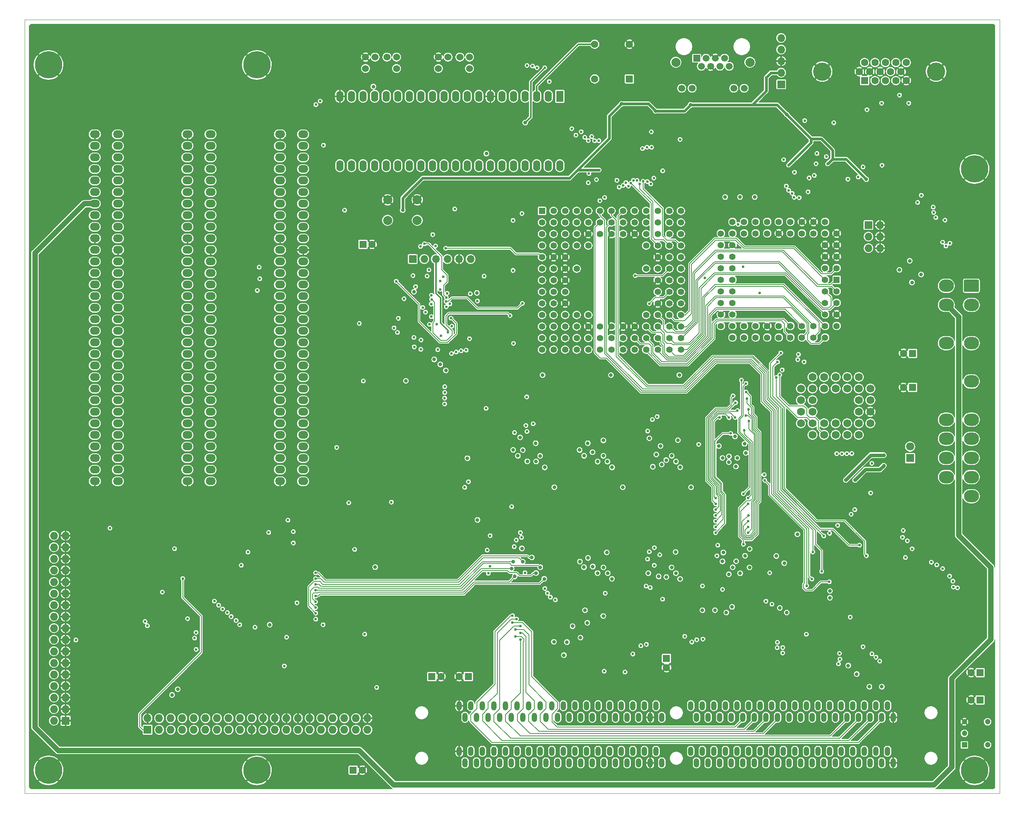
<source format=gbr>
%TF.GenerationSoftware,KiCad,Pcbnew,5.1.0-060a0da~80~ubuntu18.04.1*%
%TF.CreationDate,2019-04-17T18:28:31-04:00*%
%TF.ProjectId,C68,4336382e-6b69-4636-9164-5f7063625858,rev?*%
%TF.SameCoordinates,Original*%
%TF.FileFunction,Copper,L2,Inr*%
%TF.FilePolarity,Positive*%
%FSLAX46Y46*%
G04 Gerber Fmt 4.6, Leading zero omitted, Abs format (unit mm)*
G04 Created by KiCad (PCBNEW 5.1.0-060a0da~80~ubuntu18.04.1) date 2019-04-17 18:28:31*
%MOMM*%
%LPD*%
G04 APERTURE LIST*
%ADD10C,0.050000*%
%ADD11O,2.200000X1.700000*%
%ADD12R,1.200000X1.200000*%
%ADD13C,1.200000*%
%ADD14O,1.700000X1.700000*%
%ADD15R,1.700000X1.700000*%
%ADD16C,1.422400*%
%ADD17R,1.422400X1.422400*%
%ADD18C,1.750000*%
%ADD19C,2.000000*%
%ADD20C,1.397000*%
%ADD21R,1.397000X1.397000*%
%ADD22O,1.200000X2.000000*%
%ADD23C,6.000000*%
%ADD24C,0.150000*%
%ADD25C,2.700000*%
%ADD26O,3.300000X2.700000*%
%ADD27C,1.524000*%
%ADD28C,1.500000*%
%ADD29R,1.500000X1.500000*%
%ADD30R,1.600000X2.400000*%
%ADD31O,1.600000X2.400000*%
%ADD32R,1.600000X1.600000*%
%ADD33C,1.600000*%
%ADD34C,1.800000*%
%ADD35R,1.800000X1.800000*%
%ADD36C,4.000000*%
%ADD37O,1.727200X1.727200*%
%ADD38R,1.727200X1.727200*%
%ADD39C,0.600000*%
%ADD40C,0.800000*%
%ADD41C,0.800000*%
%ADD42C,0.600000*%
%ADD43C,1.200000*%
%ADD44C,0.300000*%
%ADD45C,0.200000*%
G04 APERTURE END LIST*
D10*
X304000000Y-210000000D02*
X90000000Y-210000000D01*
X304000000Y-40000000D02*
X304000000Y-210000000D01*
X90000000Y-40000000D02*
X304000000Y-40000000D01*
X90000000Y-210000000D02*
X90000000Y-40000000D01*
D11*
X105430000Y-65220000D03*
X110510000Y-65220000D03*
X105430000Y-67760000D03*
X105430000Y-70300000D03*
X105430000Y-72840000D03*
X105430000Y-75380000D03*
X105430000Y-77920000D03*
X105430000Y-80460000D03*
X105430000Y-83000000D03*
X105430000Y-85540000D03*
X105430000Y-88080000D03*
X105430000Y-90620000D03*
X105430000Y-93160000D03*
X105430000Y-95700000D03*
X105430000Y-98240000D03*
X105430000Y-100780000D03*
X105430000Y-103320000D03*
X105430000Y-105860000D03*
X105430000Y-108400000D03*
X105430000Y-110940000D03*
X105430000Y-113480000D03*
X105430000Y-116020000D03*
X105430000Y-118560000D03*
X105430000Y-121100000D03*
X105430000Y-123640000D03*
X105430000Y-126180000D03*
X105430000Y-128720000D03*
X105430000Y-131260000D03*
X105430000Y-133800000D03*
X105430000Y-136340000D03*
X105430000Y-138880000D03*
X105430000Y-141420000D03*
X110510000Y-67760000D03*
X110510000Y-70300000D03*
X110510000Y-72840000D03*
X110510000Y-75380000D03*
X110510000Y-77920000D03*
X110510000Y-80460000D03*
X110510000Y-83000000D03*
X110510000Y-85540000D03*
X110510000Y-88080000D03*
X110510000Y-90620000D03*
X110510000Y-93160000D03*
X110510000Y-95700000D03*
X110510000Y-98240000D03*
X110510000Y-100780000D03*
X110510000Y-103320000D03*
X110510000Y-105860000D03*
X110510000Y-108400000D03*
X110510000Y-110940000D03*
X110510000Y-113480000D03*
X110510000Y-116020000D03*
X110510000Y-118560000D03*
X110510000Y-121100000D03*
X110510000Y-123640000D03*
X110510000Y-126180000D03*
X110510000Y-128720000D03*
X110510000Y-131260000D03*
X110510000Y-133800000D03*
X110510000Y-136340000D03*
X110510000Y-138880000D03*
X110510000Y-141420000D03*
D12*
X296250000Y-199320000D03*
D13*
X296250000Y-196780000D03*
X296250000Y-194240000D03*
X301330000Y-199320000D03*
X301330000Y-194240000D03*
D14*
X277740000Y-90230000D03*
X275200000Y-90230000D03*
X277740000Y-87690000D03*
X275200000Y-87690000D03*
X277740000Y-85150000D03*
D15*
X275200000Y-85150000D03*
D14*
X187890000Y-92610000D03*
X185350000Y-92610000D03*
X182810000Y-92610000D03*
X180270000Y-92610000D03*
X177730000Y-92610000D03*
D15*
X175190000Y-92610000D03*
D16*
X265680000Y-109850000D03*
X263140000Y-109850000D03*
X260600000Y-109850000D03*
X258060000Y-109850000D03*
X255520000Y-109850000D03*
X252980000Y-109850000D03*
X250440000Y-109850000D03*
X247900000Y-109850000D03*
X268220000Y-107310000D03*
X263140000Y-107310000D03*
X260600000Y-107310000D03*
X258060000Y-107310000D03*
X255520000Y-107310000D03*
X252980000Y-107310000D03*
X250440000Y-107310000D03*
X247900000Y-107310000D03*
X245360000Y-107310000D03*
X242820000Y-107310000D03*
X242820000Y-104770000D03*
X242820000Y-102230000D03*
X242820000Y-99690000D03*
X242820000Y-97150000D03*
X242820000Y-94610000D03*
X242820000Y-92070000D03*
X242820000Y-89530000D03*
X242820000Y-86990000D03*
X245360000Y-109850000D03*
X245360000Y-104770000D03*
X245360000Y-102230000D03*
X245360000Y-99690000D03*
X245360000Y-97150000D03*
X245360000Y-94610000D03*
X245360000Y-92070000D03*
X245360000Y-89530000D03*
X245360000Y-86990000D03*
X245360000Y-84450000D03*
X247900000Y-84450000D03*
X250440000Y-84450000D03*
X252980000Y-84450000D03*
X255520000Y-84450000D03*
X258060000Y-84450000D03*
X260600000Y-84450000D03*
X263140000Y-84450000D03*
X265680000Y-84450000D03*
X247900000Y-86990000D03*
X250440000Y-86990000D03*
X252980000Y-86990000D03*
X255520000Y-86990000D03*
X258060000Y-86990000D03*
X260600000Y-86990000D03*
X263140000Y-86990000D03*
X265680000Y-86990000D03*
X268220000Y-104770000D03*
X268220000Y-102230000D03*
X268220000Y-99690000D03*
X268220000Y-86990000D03*
X268220000Y-89530000D03*
X268220000Y-92070000D03*
X268220000Y-94610000D03*
D17*
X268220000Y-97150000D03*
D16*
X265680000Y-107310000D03*
X265680000Y-104770000D03*
X265680000Y-102230000D03*
X265680000Y-99690000D03*
X265680000Y-89530000D03*
X265680000Y-92070000D03*
X265680000Y-94610000D03*
X265680000Y-97150000D03*
D18*
X262910000Y-118530000D03*
X265450000Y-118530000D03*
X267990000Y-118530000D03*
X270530000Y-118530000D03*
X273070000Y-118530000D03*
X265450000Y-121070000D03*
X267990000Y-121070000D03*
X270530000Y-121070000D03*
X275610000Y-121070000D03*
X275610000Y-123610000D03*
X275610000Y-126150000D03*
X275610000Y-128690000D03*
X273070000Y-121070000D03*
X273070000Y-123610000D03*
X273070000Y-126150000D03*
X273070000Y-128690000D03*
X273070000Y-131230000D03*
X270530000Y-131230000D03*
X267990000Y-131230000D03*
X265450000Y-131230000D03*
X262910000Y-131230000D03*
X270530000Y-128690000D03*
X267990000Y-128690000D03*
X265450000Y-128690000D03*
X262910000Y-128690000D03*
X260370000Y-121070000D03*
X260370000Y-123610000D03*
X260370000Y-128690000D03*
X260370000Y-126150000D03*
X262910000Y-118530000D03*
X262910000Y-121070000D03*
X262910000Y-126150000D03*
X262910000Y-123610000D03*
D19*
X176190000Y-79610000D03*
X176190000Y-84110000D03*
X169690000Y-79610000D03*
X169690000Y-84110000D03*
D20*
X234040000Y-112510000D03*
X234040000Y-109970000D03*
X234040000Y-107430000D03*
X234040000Y-104890000D03*
X234040000Y-102350000D03*
X234040000Y-99810000D03*
X234040000Y-97270000D03*
X234040000Y-94730000D03*
X234040000Y-92190000D03*
X234040000Y-89650000D03*
X234040000Y-87110000D03*
X234040000Y-84570000D03*
X234040000Y-82030000D03*
X231500000Y-112510000D03*
X231500000Y-109970000D03*
X231500000Y-107430000D03*
X231500000Y-104890000D03*
X231500000Y-102350000D03*
X231500000Y-99810000D03*
X231500000Y-97270000D03*
X231500000Y-94730000D03*
X231500000Y-92190000D03*
X231500000Y-89650000D03*
X231500000Y-87110000D03*
X231500000Y-84570000D03*
X231500000Y-82030000D03*
X228960000Y-112510000D03*
X228960000Y-109970000D03*
X228960000Y-107430000D03*
X228960000Y-104890000D03*
X228960000Y-102350000D03*
X228960000Y-99810000D03*
X228960000Y-97270000D03*
X228960000Y-94730000D03*
X228960000Y-92190000D03*
X228960000Y-89650000D03*
X228960000Y-87110000D03*
X228960000Y-84570000D03*
X228960000Y-82030000D03*
X226420000Y-112510000D03*
X226420000Y-109970000D03*
X226420000Y-107430000D03*
X226420000Y-104890000D03*
X226420000Y-94730000D03*
X226420000Y-89650000D03*
X226420000Y-87110000D03*
X226420000Y-84570000D03*
X226420000Y-82030000D03*
X223880000Y-112510000D03*
X223880000Y-109970000D03*
X223880000Y-107430000D03*
X223880000Y-87110000D03*
X223880000Y-84570000D03*
X223880000Y-82030000D03*
X221340000Y-112510000D03*
X221340000Y-109970000D03*
X221340000Y-107430000D03*
X221340000Y-87110000D03*
X221340000Y-84570000D03*
X221340000Y-82030000D03*
X218800000Y-112510000D03*
X218800000Y-109970000D03*
X218800000Y-107430000D03*
X218800000Y-87110000D03*
X218800000Y-84570000D03*
X218800000Y-82030000D03*
X216260000Y-112510000D03*
X216260000Y-109970000D03*
X216260000Y-107430000D03*
X216260000Y-87110000D03*
X216260000Y-84570000D03*
X216260000Y-82030000D03*
X213720000Y-112510000D03*
X213720000Y-109970000D03*
X213720000Y-107430000D03*
X213720000Y-104890000D03*
X213720000Y-89650000D03*
X213720000Y-87110000D03*
X213720000Y-84570000D03*
X213720000Y-82030000D03*
X211180000Y-112510000D03*
X211180000Y-109970000D03*
X211180000Y-107430000D03*
X211180000Y-104890000D03*
X211180000Y-94730000D03*
X211180000Y-89650000D03*
X211180000Y-87110000D03*
X211180000Y-84570000D03*
X211180000Y-82030000D03*
X208640000Y-112510000D03*
X208640000Y-109970000D03*
X208640000Y-107430000D03*
X208640000Y-104890000D03*
X208640000Y-102350000D03*
X208640000Y-99810000D03*
X208640000Y-97270000D03*
X208640000Y-94730000D03*
X208640000Y-92190000D03*
X208640000Y-89650000D03*
X208640000Y-87110000D03*
X208640000Y-84570000D03*
X208640000Y-82030000D03*
X206100000Y-112510000D03*
X206100000Y-109970000D03*
X206100000Y-107430000D03*
X206100000Y-104890000D03*
X206100000Y-102350000D03*
X206100000Y-99810000D03*
X206100000Y-97270000D03*
X206100000Y-94730000D03*
X206100000Y-92190000D03*
X206100000Y-89650000D03*
X206100000Y-87110000D03*
X206100000Y-84570000D03*
X206100000Y-82030000D03*
X203560000Y-112510000D03*
X203560000Y-109970000D03*
X203560000Y-107430000D03*
X203560000Y-104890000D03*
X203560000Y-102350000D03*
X203560000Y-99810000D03*
X203560000Y-97270000D03*
X203560000Y-94730000D03*
X203560000Y-92190000D03*
X203560000Y-89650000D03*
X203560000Y-87110000D03*
X203560000Y-84570000D03*
D21*
X203560000Y-82030000D03*
D22*
X229852000Y-193266000D03*
X227312000Y-193266000D03*
X224772000Y-193266000D03*
X222232000Y-193266000D03*
X219692000Y-193266000D03*
X217152000Y-193266000D03*
X214612000Y-193266000D03*
X212072000Y-193266000D03*
X209532000Y-193266000D03*
X206992000Y-193266000D03*
X204452000Y-193266000D03*
X201912000Y-193266000D03*
X199372000Y-193266000D03*
X196832000Y-193266000D03*
X194292000Y-193266000D03*
X191752000Y-193266000D03*
X189212000Y-193266000D03*
X186672000Y-193266000D03*
X185402000Y-190726000D03*
X187942000Y-190726000D03*
X190482000Y-190726000D03*
X193022000Y-190726000D03*
X195562000Y-190726000D03*
X198102000Y-190726000D03*
X200642000Y-190726000D03*
X203182000Y-190726000D03*
X205722000Y-190726000D03*
X208262000Y-190726000D03*
X210802000Y-190726000D03*
X213342000Y-190726000D03*
X215882000Y-190726000D03*
X218422000Y-190726000D03*
X220962000Y-190726000D03*
X223502000Y-190726000D03*
X226042000Y-190726000D03*
X228582000Y-190726000D03*
X279382000Y-190726000D03*
X276842000Y-190726000D03*
X274302000Y-190726000D03*
X271762000Y-190726000D03*
X269222000Y-190726000D03*
X266682000Y-190726000D03*
X264142000Y-190726000D03*
X261602000Y-190726000D03*
X259062000Y-190726000D03*
X256522000Y-190726000D03*
X253982000Y-190726000D03*
X251442000Y-190726000D03*
X248902000Y-190726000D03*
X246362000Y-190726000D03*
X243822000Y-190726000D03*
X241282000Y-190726000D03*
X238742000Y-190726000D03*
X236202000Y-190726000D03*
X237472000Y-193266000D03*
X240012000Y-193266000D03*
X242552000Y-193266000D03*
X245092000Y-193266000D03*
X247632000Y-193266000D03*
X250172000Y-193266000D03*
X252712000Y-193266000D03*
X255252000Y-193266000D03*
X257792000Y-193266000D03*
X260332000Y-193266000D03*
X262872000Y-193266000D03*
X265412000Y-193266000D03*
X267952000Y-193266000D03*
X270492000Y-193266000D03*
X273032000Y-193266000D03*
X275572000Y-193266000D03*
X278112000Y-193266000D03*
X280652000Y-193266000D03*
D23*
X140990000Y-49980000D03*
X298470000Y-72840000D03*
X298470000Y-204920000D03*
X140990000Y-204920000D03*
D24*
G36*
X299199503Y-97141204D02*
G01*
X299223772Y-97144804D01*
X299247570Y-97150765D01*
X299270670Y-97159030D01*
X299292849Y-97169520D01*
X299313892Y-97182133D01*
X299333598Y-97196748D01*
X299351776Y-97213224D01*
X299368252Y-97231402D01*
X299382867Y-97251108D01*
X299395480Y-97272151D01*
X299405970Y-97294330D01*
X299414235Y-97317430D01*
X299420196Y-97341228D01*
X299423796Y-97365497D01*
X299425000Y-97390001D01*
X299425000Y-99589999D01*
X299423796Y-99614503D01*
X299420196Y-99638772D01*
X299414235Y-99662570D01*
X299405970Y-99685670D01*
X299395480Y-99707849D01*
X299382867Y-99728892D01*
X299368252Y-99748598D01*
X299351776Y-99766776D01*
X299333598Y-99783252D01*
X299313892Y-99797867D01*
X299292849Y-99810480D01*
X299270670Y-99820970D01*
X299247570Y-99829235D01*
X299223772Y-99835196D01*
X299199503Y-99838796D01*
X299174999Y-99840000D01*
X296375001Y-99840000D01*
X296350497Y-99838796D01*
X296326228Y-99835196D01*
X296302430Y-99829235D01*
X296279330Y-99820970D01*
X296257151Y-99810480D01*
X296236108Y-99797867D01*
X296216402Y-99783252D01*
X296198224Y-99766776D01*
X296181748Y-99748598D01*
X296167133Y-99728892D01*
X296154520Y-99707849D01*
X296144030Y-99685670D01*
X296135765Y-99662570D01*
X296129804Y-99638772D01*
X296126204Y-99614503D01*
X296125000Y-99589999D01*
X296125000Y-97390001D01*
X296126204Y-97365497D01*
X296129804Y-97341228D01*
X296135765Y-97317430D01*
X296144030Y-97294330D01*
X296154520Y-97272151D01*
X296167133Y-97251108D01*
X296181748Y-97231402D01*
X296198224Y-97213224D01*
X296216402Y-97196748D01*
X296236108Y-97182133D01*
X296257151Y-97169520D01*
X296279330Y-97159030D01*
X296302430Y-97150765D01*
X296326228Y-97144804D01*
X296350497Y-97141204D01*
X296375001Y-97140000D01*
X299174999Y-97140000D01*
X299199503Y-97141204D01*
X299199503Y-97141204D01*
G37*
D25*
X297775000Y-98490000D03*
D26*
X297775000Y-102690000D03*
X297775000Y-106890000D03*
X297775000Y-111090000D03*
X297775000Y-115290000D03*
X297775000Y-119490000D03*
X297775000Y-123690000D03*
X297775000Y-127890000D03*
X297775000Y-132090000D03*
X297775000Y-136290000D03*
X297775000Y-140490000D03*
X297775000Y-144690000D03*
X292275000Y-98490000D03*
X292275000Y-102690000D03*
X292275000Y-106890000D03*
X292275000Y-111090000D03*
X292275000Y-115290000D03*
X292275000Y-119490000D03*
X292275000Y-123690000D03*
X292275000Y-127890000D03*
X292275000Y-132090000D03*
X292275000Y-136290000D03*
X292275000Y-140490000D03*
X292275000Y-144690000D03*
D11*
X130830000Y-141420000D03*
X130830000Y-138880000D03*
X130830000Y-136340000D03*
X130830000Y-133800000D03*
X130830000Y-131260000D03*
X130830000Y-128720000D03*
X130830000Y-126180000D03*
X130830000Y-123640000D03*
X130830000Y-121100000D03*
X130830000Y-118560000D03*
X130830000Y-116020000D03*
X130830000Y-113480000D03*
X130830000Y-110940000D03*
X130830000Y-108400000D03*
X130830000Y-105860000D03*
X130830000Y-103320000D03*
X130830000Y-100780000D03*
X130830000Y-98240000D03*
X130830000Y-95700000D03*
X130830000Y-93160000D03*
X130830000Y-90620000D03*
X130830000Y-88080000D03*
X130830000Y-85540000D03*
X130830000Y-83000000D03*
X130830000Y-80460000D03*
X130830000Y-77920000D03*
X130830000Y-75380000D03*
X130830000Y-72840000D03*
X130830000Y-70300000D03*
X130830000Y-67760000D03*
X125750000Y-141420000D03*
X125750000Y-138880000D03*
X125750000Y-136340000D03*
X125750000Y-133800000D03*
X125750000Y-131260000D03*
X125750000Y-128720000D03*
X125750000Y-126180000D03*
X125750000Y-123640000D03*
X125750000Y-121100000D03*
X125750000Y-118560000D03*
X125750000Y-116020000D03*
X125750000Y-113480000D03*
X125750000Y-110940000D03*
X125750000Y-108400000D03*
X125750000Y-105860000D03*
X125750000Y-103320000D03*
X125750000Y-100780000D03*
X125750000Y-98240000D03*
X125750000Y-95700000D03*
X125750000Y-93160000D03*
X125750000Y-90620000D03*
X125750000Y-88080000D03*
X125750000Y-85540000D03*
X125750000Y-83000000D03*
X125750000Y-80460000D03*
X125750000Y-77920000D03*
X125750000Y-75380000D03*
X125750000Y-72840000D03*
X125750000Y-70300000D03*
X125750000Y-67760000D03*
X130830000Y-65220000D03*
X125750000Y-65220000D03*
X146070000Y-65220000D03*
X151150000Y-65220000D03*
X146070000Y-67760000D03*
X146070000Y-70300000D03*
X146070000Y-72840000D03*
X146070000Y-75380000D03*
X146070000Y-77920000D03*
X146070000Y-80460000D03*
X146070000Y-83000000D03*
X146070000Y-85540000D03*
X146070000Y-88080000D03*
X146070000Y-90620000D03*
X146070000Y-93160000D03*
X146070000Y-95700000D03*
X146070000Y-98240000D03*
X146070000Y-100780000D03*
X146070000Y-103320000D03*
X146070000Y-105860000D03*
X146070000Y-108400000D03*
X146070000Y-110940000D03*
X146070000Y-113480000D03*
X146070000Y-116020000D03*
X146070000Y-118560000D03*
X146070000Y-121100000D03*
X146070000Y-123640000D03*
X146070000Y-126180000D03*
X146070000Y-128720000D03*
X146070000Y-131260000D03*
X146070000Y-133800000D03*
X146070000Y-136340000D03*
X146070000Y-138880000D03*
X146070000Y-141420000D03*
X151150000Y-67760000D03*
X151150000Y-70300000D03*
X151150000Y-72840000D03*
X151150000Y-75380000D03*
X151150000Y-77920000D03*
X151150000Y-80460000D03*
X151150000Y-83000000D03*
X151150000Y-85540000D03*
X151150000Y-88080000D03*
X151150000Y-90620000D03*
X151150000Y-93160000D03*
X151150000Y-95700000D03*
X151150000Y-98240000D03*
X151150000Y-100780000D03*
X151150000Y-103320000D03*
X151150000Y-105860000D03*
X151150000Y-108400000D03*
X151150000Y-110940000D03*
X151150000Y-113480000D03*
X151150000Y-116020000D03*
X151150000Y-118560000D03*
X151150000Y-121100000D03*
X151150000Y-123640000D03*
X151150000Y-126180000D03*
X151150000Y-128720000D03*
X151150000Y-131260000D03*
X151150000Y-133800000D03*
X151150000Y-136340000D03*
X151150000Y-138880000D03*
X151150000Y-141420000D03*
D27*
X166930000Y-48260000D03*
X169530000Y-48260000D03*
X171630000Y-48260000D03*
X164830000Y-48260000D03*
X164830000Y-50760000D03*
X171630000Y-50760000D03*
X187630000Y-50760000D03*
X180830000Y-50760000D03*
X180830000Y-48260000D03*
X187630000Y-48260000D03*
X185530000Y-48260000D03*
X182930000Y-48260000D03*
D28*
X247920000Y-55100000D03*
X245630000Y-55100000D03*
X236490000Y-55100000D03*
X234200000Y-55100000D03*
D19*
X232930000Y-49390000D03*
X249190000Y-49390000D03*
D28*
X244640000Y-50280000D03*
X242600000Y-50280000D03*
X240560000Y-50280000D03*
X238520000Y-50280000D03*
X243620000Y-48500000D03*
X241580000Y-48500000D03*
X239540000Y-48500000D03*
D29*
X237500000Y-48500000D03*
D30*
X207460000Y-56870000D03*
D31*
X159200000Y-72110000D03*
X204920000Y-56870000D03*
X161740000Y-72110000D03*
X202380000Y-56870000D03*
X164280000Y-72110000D03*
X199840000Y-56870000D03*
X166820000Y-72110000D03*
X197300000Y-56870000D03*
X169360000Y-72110000D03*
X194760000Y-56870000D03*
X171900000Y-72110000D03*
X192220000Y-56870000D03*
X174440000Y-72110000D03*
X189680000Y-56870000D03*
X176980000Y-72110000D03*
X187140000Y-56870000D03*
X179520000Y-72110000D03*
X184600000Y-56870000D03*
X182060000Y-72110000D03*
X182060000Y-56870000D03*
X184600000Y-72110000D03*
X179520000Y-56870000D03*
X187140000Y-72110000D03*
X176980000Y-56870000D03*
X189680000Y-72110000D03*
X174440000Y-56870000D03*
X192220000Y-72110000D03*
X171900000Y-56870000D03*
X194760000Y-72110000D03*
X169360000Y-56870000D03*
X197300000Y-72110000D03*
X166820000Y-56870000D03*
X199840000Y-72110000D03*
X164280000Y-56870000D03*
X202380000Y-72110000D03*
X161740000Y-56870000D03*
X204920000Y-72110000D03*
X159200000Y-56870000D03*
X207460000Y-72110000D03*
D32*
X222740000Y-53050000D03*
D33*
X215120000Y-53050000D03*
X215120000Y-45430000D03*
X222740000Y-45430000D03*
D34*
X284325000Y-133800000D03*
D35*
X284325000Y-136340000D03*
D14*
X256035095Y-44069404D03*
X256035095Y-46609404D03*
X256035095Y-49149404D03*
X256035095Y-51689404D03*
D15*
X256035095Y-54229404D03*
D23*
X95270000Y-204920000D03*
X95270000Y-49980000D03*
D22*
X280652000Y-203266000D03*
X278112000Y-203266000D03*
X275572000Y-203266000D03*
X273032000Y-203266000D03*
X270492000Y-203266000D03*
X267952000Y-203266000D03*
X265412000Y-203266000D03*
X262872000Y-203266000D03*
X260332000Y-203266000D03*
X257792000Y-203266000D03*
X255252000Y-203266000D03*
X252712000Y-203266000D03*
X250172000Y-203266000D03*
X247632000Y-203266000D03*
X245092000Y-203266000D03*
X242552000Y-203266000D03*
X240012000Y-203266000D03*
X237472000Y-203266000D03*
X236202000Y-200726000D03*
X238742000Y-200726000D03*
X241282000Y-200726000D03*
X243822000Y-200726000D03*
X246362000Y-200726000D03*
X248902000Y-200726000D03*
X251442000Y-200726000D03*
X253982000Y-200726000D03*
X256522000Y-200726000D03*
X259062000Y-200726000D03*
X261602000Y-200726000D03*
X264142000Y-200726000D03*
X266682000Y-200726000D03*
X269222000Y-200726000D03*
X271762000Y-200726000D03*
X274302000Y-200726000D03*
X276842000Y-200726000D03*
X279382000Y-200726000D03*
X228582000Y-200726000D03*
X226042000Y-200726000D03*
X223502000Y-200726000D03*
X220962000Y-200726000D03*
X218422000Y-200726000D03*
X215882000Y-200726000D03*
X213342000Y-200726000D03*
X210802000Y-200726000D03*
X208262000Y-200726000D03*
X205722000Y-200726000D03*
X203182000Y-200726000D03*
X200642000Y-200726000D03*
X198102000Y-200726000D03*
X195562000Y-200726000D03*
X193022000Y-200726000D03*
X190482000Y-200726000D03*
X187942000Y-200726000D03*
X185402000Y-200726000D03*
X186672000Y-203266000D03*
X189212000Y-203266000D03*
X191752000Y-203266000D03*
X194292000Y-203266000D03*
X196832000Y-203266000D03*
X199372000Y-203266000D03*
X201912000Y-203266000D03*
X204452000Y-203266000D03*
X206992000Y-203266000D03*
X209532000Y-203266000D03*
X212072000Y-203266000D03*
X214612000Y-203266000D03*
X217152000Y-203266000D03*
X219692000Y-203266000D03*
X222232000Y-203266000D03*
X224772000Y-203266000D03*
X227312000Y-203266000D03*
X229852000Y-203266000D03*
D33*
X278910000Y-53420000D03*
X281200000Y-53420000D03*
X283490000Y-53420000D03*
X276620000Y-53420000D03*
D32*
X274330000Y-53420000D03*
D36*
X265035000Y-51440000D03*
D33*
X283490000Y-49460000D03*
X281200000Y-49460000D03*
X278910000Y-49460000D03*
X276620000Y-49460000D03*
X274330000Y-49460000D03*
X275475000Y-51440000D03*
X273185000Y-51440000D03*
X280055000Y-51440000D03*
X282345000Y-51440000D03*
X277765000Y-51440000D03*
D36*
X290025000Y-51440000D03*
D37*
X165260000Y-193460000D03*
X165260000Y-196000000D03*
X162720000Y-193460000D03*
X162720000Y-196000000D03*
X160180000Y-193460000D03*
X160180000Y-196000000D03*
X157640000Y-193460000D03*
X157640000Y-196000000D03*
X155100000Y-193460000D03*
X155100000Y-196000000D03*
X152560000Y-193460000D03*
X152560000Y-196000000D03*
X150020000Y-193460000D03*
X150020000Y-196000000D03*
X147480000Y-193460000D03*
X147480000Y-196000000D03*
X144940000Y-193460000D03*
X144940000Y-196000000D03*
X142400000Y-193460000D03*
X142400000Y-196000000D03*
X139860000Y-193460000D03*
X139860000Y-196000000D03*
X137320000Y-193460000D03*
X137320000Y-196000000D03*
X134780000Y-193460000D03*
X134780000Y-196000000D03*
X132240000Y-193460000D03*
X132240000Y-196000000D03*
X129700000Y-193460000D03*
X129700000Y-196000000D03*
X127160000Y-193460000D03*
X127160000Y-196000000D03*
X124620000Y-193460000D03*
X124620000Y-196000000D03*
X122080000Y-193460000D03*
X122080000Y-196000000D03*
X119540000Y-193460000D03*
X119540000Y-196000000D03*
X117000000Y-193460000D03*
D38*
X117000000Y-196000000D03*
D37*
X96460000Y-153360000D03*
X99000000Y-153360000D03*
X96460000Y-155900000D03*
X99000000Y-155900000D03*
X96460000Y-158440000D03*
X99000000Y-158440000D03*
X96460000Y-160980000D03*
X99000000Y-160980000D03*
X96460000Y-163520000D03*
X99000000Y-163520000D03*
X96460000Y-166060000D03*
X99000000Y-166060000D03*
X96460000Y-168600000D03*
X99000000Y-168600000D03*
X96460000Y-171140000D03*
X99000000Y-171140000D03*
X96460000Y-173680000D03*
X99000000Y-173680000D03*
X96460000Y-176220000D03*
X99000000Y-176220000D03*
X96460000Y-178760000D03*
X99000000Y-178760000D03*
X96460000Y-181300000D03*
X99000000Y-181300000D03*
X96460000Y-183840000D03*
X99000000Y-183840000D03*
X96460000Y-186380000D03*
X99000000Y-186380000D03*
X96460000Y-188920000D03*
X99000000Y-188920000D03*
X96460000Y-191460000D03*
X99000000Y-191460000D03*
X96460000Y-194000000D03*
D38*
X99000000Y-194000000D03*
D33*
X185380000Y-184320000D03*
D32*
X187380000Y-184320000D03*
X230880000Y-180320000D03*
D33*
X230880000Y-182320000D03*
X297710000Y-183440000D03*
D32*
X299710000Y-183440000D03*
X299710000Y-189440000D03*
D33*
X297710000Y-189440000D03*
D32*
X162130000Y-204870000D03*
D33*
X164130000Y-204870000D03*
X181380000Y-184320000D03*
D32*
X179380000Y-184320000D03*
D33*
X282880000Y-120820000D03*
D32*
X284880000Y-120820000D03*
X284880000Y-113320000D03*
D33*
X282880000Y-113320000D03*
X166270000Y-89390000D03*
D32*
X164270000Y-89390000D03*
D39*
X288540000Y-60630000D03*
X278920000Y-60590000D03*
D40*
X177510000Y-136360000D03*
X177570000Y-151380000D03*
D39*
X177000000Y-96380000D03*
D40*
X241780000Y-163100000D03*
D39*
X266900000Y-75840000D03*
X234475000Y-63625000D03*
X269550000Y-60600000D03*
X280550000Y-75100000D03*
X299975000Y-90350000D03*
X291225000Y-91625000D03*
X245650000Y-116600000D03*
X230700000Y-116625000D03*
X215725000Y-116625000D03*
X200700000Y-116600000D03*
X186675000Y-125575000D03*
X159100000Y-147500000D03*
X147275000Y-156325000D03*
X211625000Y-138375000D03*
X224600000Y-139850000D03*
X238725000Y-140150000D03*
X191900000Y-162825000D03*
X209500000Y-164175000D03*
X224625000Y-63225000D03*
X217850000Y-69050000D03*
X269275000Y-63375000D03*
X245090000Y-66990000D03*
X226580000Y-162860000D03*
X150580000Y-202280000D03*
X268780000Y-78760000D03*
X171170000Y-175260000D03*
X161590000Y-171710000D03*
X153840000Y-160290000D03*
X281811640Y-177013360D03*
X163760000Y-160285000D03*
X216730000Y-69020000D03*
X239950000Y-85470000D03*
X190940000Y-81720000D03*
X214390000Y-74850000D03*
X219800000Y-74260000D03*
X164630000Y-130360000D03*
X232470000Y-66980000D03*
X239950000Y-84120000D03*
X265650000Y-61200000D03*
X197025000Y-140350000D03*
X196325000Y-138850000D03*
X300350000Y-170075000D03*
X295175000Y-158275000D03*
X287925000Y-151075000D03*
X264850000Y-154625000D03*
X125300000Y-177700000D03*
X132125000Y-161900000D03*
X121700000Y-167475000D03*
X197550000Y-45325000D03*
X253950000Y-64125000D03*
X233625000Y-51200000D03*
X279650000Y-68570000D03*
X186500000Y-110710000D03*
X165625000Y-141125000D03*
X293000000Y-154500000D03*
X141500000Y-149500000D03*
X108740000Y-151710000D03*
X184420000Y-81620000D03*
D40*
X187190000Y-136360000D03*
X233690000Y-118100000D03*
X236280000Y-142730000D03*
X221290000Y-142730000D03*
D39*
X239300000Y-96740000D03*
X197310000Y-111140000D03*
D40*
X203690000Y-118100000D03*
D39*
X197190000Y-84110000D03*
D40*
X218690000Y-118100000D03*
X173690000Y-119360000D03*
X206260000Y-142730000D03*
D39*
X197190000Y-95110000D03*
X205160000Y-53640000D03*
D40*
X143815000Y-172925000D03*
X166960000Y-160280000D03*
D39*
X120237500Y-165762500D03*
D40*
X244000000Y-170250000D03*
X255750000Y-169250000D03*
X275400000Y-186540000D03*
X272620000Y-183760000D03*
X123620000Y-187090000D03*
X257250000Y-170250000D03*
X245270000Y-169000000D03*
X266750000Y-165500000D03*
X238750000Y-169750000D03*
X278120000Y-186540000D03*
X270760000Y-181900000D03*
D39*
X266670000Y-152850000D03*
D40*
X122370000Y-188340000D03*
X189390000Y-149910000D03*
D39*
X155600000Y-67600000D03*
D40*
X254970000Y-157830000D03*
X256710000Y-159400000D03*
X259600000Y-153050000D03*
X209030000Y-176740000D03*
X206170000Y-176670000D03*
X208360000Y-179610000D03*
X284250000Y-93000000D03*
X282000000Y-95000000D03*
X284750000Y-97750000D03*
X286750000Y-96000000D03*
X243750000Y-79000000D03*
X247000000Y-79000000D03*
X250250000Y-79000000D03*
X182460000Y-117080000D03*
X179910000Y-114650000D03*
X181250000Y-115750000D03*
X212000000Y-175750000D03*
X210250000Y-173250000D03*
X213500000Y-172500000D03*
X213000000Y-169750000D03*
X217000000Y-171000000D03*
X241500000Y-169750000D03*
X266750000Y-167000000D03*
X272260000Y-141120000D03*
X278560000Y-137980000D03*
X278560000Y-135670000D03*
X270240000Y-141120000D03*
D39*
X158500000Y-134000000D03*
X170500000Y-146000000D03*
X266229940Y-71726024D03*
X264836940Y-66231804D03*
X252755095Y-52749404D03*
X216092359Y-73038783D03*
X257680000Y-71990000D03*
D40*
X189290000Y-100040000D03*
X175480000Y-99780000D03*
X172990000Y-81870000D03*
X228460000Y-60060000D03*
X236190000Y-58720000D03*
X257240000Y-60850000D03*
X221016095Y-58523905D03*
X274715000Y-75085000D03*
D39*
X182940000Y-108700000D03*
X244600000Y-127450000D03*
X241655000Y-150165000D03*
X221960000Y-75820000D03*
X241655000Y-148895000D03*
X245910000Y-127410000D03*
X221400000Y-76420000D03*
X248880000Y-125640000D03*
X248800000Y-150155000D03*
X220480000Y-76820000D03*
X248300000Y-126970000D03*
X248830000Y-151425000D03*
X219990000Y-75310000D03*
X247940000Y-130240000D03*
X247760000Y-155255000D03*
X226740000Y-130410000D03*
X186600000Y-142750000D03*
X191525000Y-156550000D03*
X215510000Y-75170000D03*
X248940000Y-128190000D03*
X227790000Y-127860000D03*
X248780000Y-152695000D03*
X192175000Y-153375000D03*
X187425000Y-141525000D03*
X213860000Y-73830000D03*
X181230000Y-97460000D03*
X182430000Y-90250000D03*
X255260000Y-115230000D03*
X274740000Y-157770000D03*
X216250000Y-79790000D03*
X217310000Y-79090000D03*
X181870000Y-96500000D03*
X189390000Y-101820000D03*
X187810000Y-100250000D03*
X182550000Y-103100000D03*
X181210000Y-99260000D03*
X183360000Y-102460000D03*
X183580000Y-105600000D03*
X256590000Y-70790000D03*
X225600000Y-68350000D03*
X171570000Y-97490000D03*
X147510000Y-175670000D03*
X256270000Y-116960000D03*
X265400000Y-153425000D03*
X247740000Y-144140000D03*
X247320000Y-119210000D03*
X268450000Y-151100000D03*
X241655000Y-145085000D03*
X246040000Y-124150000D03*
X272200000Y-147650000D03*
X248790000Y-146345000D03*
X248340000Y-121835000D03*
X241655000Y-146355000D03*
X245470000Y-122660000D03*
X191290000Y-125410000D03*
X178740000Y-95010000D03*
X275675000Y-144000000D03*
D40*
X228640000Y-135540000D03*
D39*
X228190000Y-159880000D03*
X226730000Y-158510000D03*
X248790000Y-145075000D03*
X248320000Y-119930000D03*
X241655000Y-147625000D03*
X246450000Y-125900000D03*
X275930000Y-137480000D03*
X213710000Y-75850000D03*
D40*
X226890000Y-161610000D03*
X227880000Y-138220000D03*
X232960000Y-137090000D03*
X232940000Y-161600000D03*
D39*
X227320000Y-164780000D03*
D40*
X229560000Y-133660000D03*
D39*
X227100000Y-156900000D03*
X229400000Y-157570000D03*
X248850000Y-148885000D03*
X248570000Y-123290000D03*
D40*
X248280000Y-135170000D03*
X249090000Y-160340000D03*
X248110000Y-157780000D03*
X248000000Y-133190000D03*
D39*
X241940000Y-157790000D03*
D40*
X229160000Y-162320000D03*
X229820000Y-137750000D03*
X232020000Y-135830000D03*
X231990000Y-160340000D03*
D39*
X226410000Y-164440000D03*
X182490000Y-101930000D03*
X199250000Y-102350000D03*
X224025000Y-96250000D03*
X178340000Y-96340000D03*
X180200000Y-89730000D03*
X227600000Y-68070000D03*
X124730000Y-162780000D03*
X161160000Y-146160000D03*
X255960000Y-113230000D03*
X273220000Y-155460000D03*
X179340000Y-101470000D03*
X196550000Y-105025000D03*
X227100000Y-102400000D03*
D40*
X244590000Y-135970000D03*
X245400000Y-160310000D03*
D39*
X238770000Y-164410000D03*
D40*
X246400000Y-136290000D03*
X246170000Y-158980000D03*
D39*
X253530000Y-161530000D03*
D40*
X243350000Y-157070000D03*
X242370000Y-133690000D03*
X233860000Y-162870000D03*
X233880000Y-138350000D03*
D39*
X246620000Y-85010000D03*
D40*
X243160000Y-159020000D03*
X243170000Y-136290000D03*
X247040000Y-161630000D03*
X246120000Y-138180000D03*
D39*
X243170000Y-165170000D03*
D40*
X244550000Y-137210000D03*
X244550000Y-161840000D03*
X230850000Y-162440000D03*
X230820000Y-136770000D03*
D39*
X183780000Y-107360000D03*
X200200000Y-122880000D03*
X181400000Y-109470000D03*
X200040000Y-129170000D03*
X180680000Y-112520000D03*
X196900000Y-146990000D03*
X176970000Y-112440000D03*
X199070000Y-153770000D03*
X175530000Y-111910000D03*
X180440000Y-106930000D03*
X160240000Y-81890000D03*
X179240000Y-102510000D03*
X177380000Y-103240000D03*
X178000000Y-104270000D03*
X171100000Y-107740000D03*
X179270000Y-105250000D03*
X172030000Y-105630000D03*
X182200000Y-124440000D03*
X182200000Y-123170000D03*
X141090000Y-99510000D03*
X182220000Y-121920000D03*
X141640000Y-96950000D03*
X182220000Y-120640000D03*
X141480000Y-94400000D03*
X175820000Y-98680000D03*
X164350000Y-119400000D03*
X226600000Y-68050000D03*
X187660000Y-110100000D03*
X179580000Y-87250000D03*
X153920000Y-171700000D03*
X167280000Y-186700000D03*
X147010000Y-181990000D03*
X164660000Y-175000000D03*
X190840000Y-96370000D03*
D40*
X166550000Y-54725000D03*
D39*
X200275000Y-50100000D03*
X261090000Y-115200000D03*
X292200000Y-89750000D03*
X259690000Y-114700000D03*
X291475000Y-88925000D03*
X259840000Y-113550000D03*
X293075000Y-89125000D03*
X227550000Y-64670000D03*
X233850000Y-66350000D03*
X230040000Y-73240000D03*
X289500000Y-82380000D03*
X228110000Y-74830000D03*
X178860000Y-106950000D03*
X289400000Y-81190000D03*
X270680000Y-75080000D03*
X202470000Y-50610000D03*
X285990000Y-80180000D03*
X201480000Y-50230000D03*
X286790000Y-78610000D03*
X199160000Y-82610000D03*
X186930000Y-112620000D03*
D40*
X249120000Y-156270000D03*
X245930000Y-131580000D03*
D39*
X252700000Y-167770000D03*
D40*
X232880000Y-156940000D03*
X233380000Y-132400000D03*
D39*
X185810000Y-112770000D03*
X230030000Y-167310000D03*
D40*
X199140000Y-156170000D03*
X198750000Y-131770000D03*
D39*
X183690000Y-113360000D03*
X206490000Y-167470000D03*
D40*
X217020000Y-132440000D03*
D39*
X184730000Y-113020000D03*
D40*
X217770000Y-157040000D03*
D39*
X217440000Y-166000000D03*
X175250000Y-96250000D03*
X176900000Y-89850000D03*
D40*
X191350000Y-69440000D03*
X199880000Y-62640000D03*
D39*
X204160000Y-50610000D03*
X278080000Y-58390000D03*
X284040000Y-58390000D03*
X282010000Y-56610000D03*
X274870000Y-59810000D03*
X265950000Y-70125000D03*
X263900000Y-69430000D03*
X258960000Y-73540000D03*
X272950000Y-74600000D03*
X263690000Y-71690000D03*
X294725000Y-164825000D03*
X293825000Y-164650000D03*
X293725000Y-163350000D03*
X293000000Y-162250000D03*
X291475000Y-160600000D03*
X290175000Y-159775000D03*
X289000000Y-159200000D03*
X284775000Y-156250000D03*
X256375000Y-179125000D03*
X283725000Y-154500000D03*
X255175000Y-177975000D03*
X282675000Y-153725000D03*
X255212500Y-176787500D03*
X282825000Y-152225000D03*
X283300000Y-158150000D03*
X256387500Y-177937500D03*
X271200000Y-171250000D03*
X217200000Y-183125000D03*
X226475000Y-177250000D03*
X274000000Y-177775000D03*
X225250000Y-177550000D03*
X275950000Y-179325000D03*
X223500000Y-179350000D03*
X276850000Y-180050000D03*
X221775000Y-183325000D03*
X277675000Y-180925000D03*
X237525000Y-176225000D03*
X261560000Y-175020000D03*
X238875000Y-176075000D03*
X268610000Y-181530000D03*
X234875000Y-175475000D03*
X268850000Y-179225000D03*
X236450000Y-176725000D03*
X268930000Y-180490000D03*
X262775000Y-162900000D03*
X261625000Y-164375000D03*
X264925000Y-161225000D03*
X262975000Y-156950000D03*
X101275000Y-176275000D03*
X116950000Y-173150000D03*
X127675000Y-178350000D03*
X116450000Y-172200000D03*
X127325000Y-175875000D03*
X127650000Y-174625000D03*
X131660000Y-167750000D03*
X132600000Y-168630000D03*
X133460000Y-169450000D03*
X134520000Y-170260000D03*
X135350000Y-171140000D03*
X136420000Y-171990000D03*
X137240000Y-172920000D03*
X140580000Y-173480000D03*
X143590000Y-152660000D03*
X289980000Y-83490000D03*
X148980000Y-154970000D03*
X154890000Y-57920000D03*
X148980000Y-152480000D03*
X153930000Y-58700000D03*
X291980000Y-84060000D03*
X163470000Y-106760000D03*
X149790000Y-168120000D03*
X155520000Y-172930000D03*
X147820000Y-149970000D03*
X125775000Y-171600000D03*
X122925000Y-156225000D03*
X197530000Y-130725000D03*
X197450000Y-155790000D03*
X269375000Y-135350000D03*
X224430000Y-75360000D03*
X261201114Y-62200000D03*
X274000000Y-72380000D03*
X267590000Y-62680000D03*
X278170000Y-72020000D03*
X237940000Y-133320000D03*
X271525000Y-135325000D03*
X242130000Y-155470000D03*
X225740000Y-75540000D03*
X242520000Y-127400000D03*
X241655000Y-151435000D03*
X228840000Y-127210000D03*
X222540000Y-76600000D03*
X270450000Y-135350000D03*
X228210000Y-156010000D03*
D40*
X227110000Y-131990000D03*
D39*
X225040000Y-76080000D03*
X197920000Y-154320000D03*
X200260000Y-130490000D03*
X255730000Y-118020000D03*
X268225000Y-135350000D03*
X223630000Y-75300000D03*
X198800000Y-152690000D03*
X244980000Y-130920000D03*
X241655000Y-152705000D03*
X255000000Y-118620000D03*
X201620000Y-128800000D03*
X271400000Y-148650000D03*
X223090000Y-75920000D03*
D40*
X211810000Y-134550000D03*
X211860000Y-159050000D03*
D39*
X197100000Y-170925000D03*
D40*
X215760000Y-137090000D03*
X215740000Y-161590000D03*
D39*
X198850000Y-173200000D03*
D40*
X212760000Y-160290000D03*
X212790000Y-135820000D03*
D39*
X197975000Y-171675000D03*
D40*
X218900000Y-162850000D03*
X218930000Y-138360000D03*
D39*
X198800000Y-176150000D03*
D40*
X217990000Y-161600000D03*
X217930000Y-137090000D03*
D39*
X197775000Y-175500000D03*
D40*
X217030000Y-135830000D03*
X217030000Y-160330000D03*
D39*
X198825000Y-174725000D03*
D40*
X214700000Y-160150000D03*
X214640000Y-135040000D03*
D39*
X197775000Y-173950000D03*
D40*
X213650000Y-158260000D03*
X213610000Y-133060000D03*
D39*
X197100000Y-172450000D03*
D40*
X197250000Y-159040000D03*
X197230000Y-134540000D03*
D39*
X205400000Y-166875000D03*
X216060000Y-66630000D03*
X257170000Y-76570000D03*
X153910000Y-170390000D03*
D40*
X196870000Y-160620000D03*
X198270000Y-135830000D03*
D39*
X204750000Y-165975000D03*
X215100000Y-66630000D03*
X257670000Y-77510000D03*
X251310000Y-100080000D03*
X153870000Y-169160000D03*
D40*
X204160000Y-138370000D03*
X204050000Y-162850000D03*
D39*
X213710000Y-66590000D03*
X258890000Y-79060000D03*
X153870000Y-166620000D03*
D40*
X199340000Y-159080000D03*
X199350000Y-134570000D03*
D39*
X210090000Y-63980000D03*
X262190000Y-74790000D03*
X153870000Y-162810000D03*
X182730000Y-100140000D03*
X192125000Y-160050000D03*
X226670000Y-75580000D03*
D40*
X200330000Y-137040000D03*
X197550000Y-162330000D03*
D39*
X204175000Y-164975000D03*
X214460000Y-65700000D03*
X258450000Y-78180000D03*
X153870000Y-167890000D03*
D40*
X203180000Y-160310000D03*
X203140000Y-135840000D03*
D39*
X212160000Y-64660000D03*
X153890000Y-164030000D03*
X261951734Y-77841734D03*
D40*
X202260000Y-137080000D03*
X202250000Y-161580000D03*
D39*
X212950000Y-65870000D03*
X260010000Y-79140000D03*
X153920000Y-165310000D03*
X182550000Y-101060000D03*
X191775000Y-161650000D03*
X177760000Y-89260000D03*
X227430000Y-76120000D03*
D40*
X201320000Y-158150000D03*
X202180000Y-133060000D03*
D39*
X199825000Y-161500000D03*
X211000000Y-65400000D03*
X263310000Y-74250000D03*
X247680000Y-94295000D03*
X153870000Y-161540000D03*
X137575000Y-159875000D03*
X139025000Y-156975000D03*
X254010000Y-168420000D03*
X252320000Y-139980000D03*
X177000000Y-110390000D03*
X173290000Y-101330000D03*
X175450000Y-109830000D03*
X179320000Y-100550000D03*
X162440000Y-156400000D03*
X266610000Y-163510000D03*
X252440000Y-141210000D03*
X171850000Y-108730000D03*
D41*
X274520000Y-138860000D02*
X277680000Y-138860000D01*
X278560000Y-137980000D02*
X277680000Y-138860000D01*
X272260000Y-141120000D02*
X274520000Y-138860000D01*
X270240000Y-141120000D02*
X275690000Y-135670000D01*
X275690000Y-135670000D02*
X278560000Y-135670000D01*
X278560000Y-137980000D02*
X278560000Y-137980000D01*
X278560000Y-135670000D02*
X278560000Y-135670000D01*
D42*
X172990000Y-81870000D02*
X172990000Y-79200000D01*
X172990000Y-79200000D02*
X177320000Y-74870000D01*
X177320000Y-74870000D02*
X209550000Y-74870000D01*
X211381217Y-73038783D02*
X216092359Y-73038783D01*
X209550000Y-74870000D02*
X211381217Y-73038783D01*
X211381217Y-73038783D02*
X218320000Y-66100000D01*
X218320000Y-61205007D02*
X221001102Y-58523905D01*
X218320000Y-66100000D02*
X218320000Y-61205007D01*
X226923905Y-58523905D02*
X228460000Y-60060000D01*
X221001102Y-58523905D02*
X226923905Y-58523905D01*
X234850000Y-60060000D02*
X236190000Y-58720000D01*
X228460000Y-60060000D02*
X234850000Y-60060000D01*
X236190000Y-58720000D02*
X249700000Y-58720000D01*
X252755095Y-55664905D02*
X252755095Y-52749404D01*
X249700000Y-58720000D02*
X252755095Y-55664905D01*
X255110000Y-58720000D02*
X257240000Y-60850000D01*
X249700000Y-58720000D02*
X255110000Y-58720000D01*
X262621804Y-66231804D02*
X264836940Y-66231804D01*
X257240000Y-60850000D02*
X262621804Y-66231804D01*
X266229940Y-71726024D02*
X267300000Y-70655964D01*
X267300000Y-68694864D02*
X264836940Y-66231804D01*
X267300000Y-70655964D02*
X267300000Y-68694864D01*
X262621804Y-67048196D02*
X262621804Y-66231804D01*
X257680000Y-71990000D02*
X262621804Y-67048196D01*
X253815095Y-51689404D02*
X252755095Y-52749404D01*
X256035095Y-51689404D02*
X253815095Y-51689404D01*
X270255964Y-70655964D02*
X274700000Y-75100000D01*
X267300000Y-70655964D02*
X270255964Y-70655964D01*
D43*
X103130000Y-80460000D02*
X92300000Y-91290000D01*
X105430000Y-80460000D02*
X103130000Y-80460000D01*
X92300000Y-91290000D02*
X92300000Y-195480000D01*
X92300000Y-195480000D02*
X97370000Y-200550000D01*
X97370000Y-200550000D02*
X163480000Y-200550000D01*
X163480000Y-200550000D02*
X171020000Y-208090000D01*
X171020000Y-208090000D02*
X289610000Y-208090000D01*
X289610000Y-208090000D02*
X293470000Y-204230000D01*
X293470000Y-204230000D02*
X293470000Y-184720000D01*
X293470000Y-184720000D02*
X302030000Y-176160000D01*
X302030000Y-176160000D02*
X302030000Y-160320000D01*
X302030000Y-160320000D02*
X295010000Y-153300000D01*
X295010000Y-105280000D02*
X292640000Y-102910000D01*
X295010000Y-153300000D02*
X295010000Y-105280000D01*
D44*
X181310000Y-101180000D02*
X181310000Y-106645736D01*
X182940000Y-108275736D02*
X182940000Y-108700000D01*
X180270000Y-92610000D02*
X180270000Y-100140000D01*
X181310000Y-106645736D02*
X182940000Y-108275736D01*
X180270000Y-100140000D02*
X181310000Y-101180000D01*
D24*
X243830000Y-126680000D02*
X244600000Y-127450000D01*
X242990000Y-144560000D02*
X242350000Y-143920000D01*
X242990000Y-148830000D02*
X242990000Y-144560000D01*
X241655000Y-150165000D02*
X242990000Y-148830000D01*
X242350000Y-142120000D02*
X240910000Y-140680000D01*
X242350000Y-143920000D02*
X242350000Y-142120000D01*
X240910000Y-140680000D02*
X240910000Y-128040000D01*
X240910000Y-128040000D02*
X242270000Y-126680000D01*
X242270000Y-126680000D02*
X243830000Y-126680000D01*
X242040000Y-142250000D02*
X242040000Y-144060000D01*
X240600000Y-140810000D02*
X242040000Y-142250000D01*
X242040000Y-144060000D02*
X242670000Y-144690000D01*
X242670000Y-147880000D02*
X241655000Y-148895000D01*
X240600000Y-127890000D02*
X240600000Y-140810000D01*
X242120000Y-126370000D02*
X240600000Y-127890000D01*
X244870000Y-126370000D02*
X242120000Y-126370000D01*
X245910000Y-127410000D02*
X244870000Y-126370000D01*
X242670000Y-144690000D02*
X242670000Y-147880000D01*
X249930000Y-127610000D02*
X249930000Y-130040000D01*
X248880000Y-126560000D02*
X249930000Y-127610000D01*
X248880000Y-125640000D02*
X248880000Y-126560000D01*
X250250000Y-152720000D02*
X249340000Y-153630000D01*
X250250000Y-146110000D02*
X250250000Y-152720000D01*
X250760000Y-145600000D02*
X250250000Y-146110000D01*
X247790000Y-153060000D02*
X247790000Y-151165000D01*
X247790000Y-151165000D02*
X248800000Y-150155000D01*
X248360000Y-153630000D02*
X247790000Y-153060000D01*
X249340000Y-153630000D02*
X248360000Y-153630000D01*
X250760000Y-130870000D02*
X250760000Y-145600000D01*
X249930000Y-130040000D02*
X250760000Y-130870000D01*
X249620000Y-130200000D02*
X249620000Y-127770000D01*
X250440000Y-131020000D02*
X249620000Y-130200000D01*
X250440000Y-145480000D02*
X250440000Y-131020000D01*
X249930000Y-145990000D02*
X250440000Y-145480000D01*
X249930000Y-152580000D02*
X249930000Y-145990000D01*
X249200000Y-153310000D02*
X249930000Y-152580000D01*
X248490000Y-153310000D02*
X249200000Y-153310000D01*
X248110000Y-152930000D02*
X248490000Y-153310000D01*
X248110000Y-152145000D02*
X248110000Y-152930000D01*
X249620000Y-127770000D02*
X248820000Y-126970000D01*
X248820000Y-126970000D02*
X248300000Y-126970000D01*
X248830000Y-151425000D02*
X248110000Y-152145000D01*
X249770000Y-132850000D02*
X249770000Y-133260000D01*
X247940000Y-130240000D02*
X247940000Y-131020000D01*
X246850000Y-153450000D02*
X246850000Y-147290000D01*
X247940000Y-131020000D02*
X249770000Y-132850000D01*
X249230000Y-145700000D02*
X248440000Y-145700000D01*
X246850000Y-147290000D02*
X248440000Y-145700000D01*
X247760000Y-154360000D02*
X246850000Y-153450000D01*
X247760000Y-155255000D02*
X247760000Y-154360000D01*
X249770000Y-145160000D02*
X249230000Y-145700000D01*
X249770000Y-133260000D02*
X249770000Y-145160000D01*
X250120000Y-145320000D02*
X249590000Y-145850000D01*
X248930000Y-128200000D02*
X248930000Y-129960000D01*
X250120000Y-131150000D02*
X250120000Y-145320000D01*
X248930000Y-129960000D02*
X250120000Y-131150000D01*
X249590000Y-145850000D02*
X249590000Y-151885000D01*
X249590000Y-151885000D02*
X248780000Y-152695000D01*
D45*
X203560000Y-92190000D02*
X202861501Y-91491501D01*
X202861501Y-91491501D02*
X197861501Y-91491501D01*
X196620000Y-90250000D02*
X197861501Y-91491501D01*
X182430000Y-90250000D02*
X196620000Y-90250000D01*
D24*
X255260000Y-115230000D02*
X254250000Y-116240000D01*
X254250000Y-116240000D02*
X254250000Y-122730000D01*
X254250000Y-122730000D02*
X256790000Y-125270000D01*
X256790000Y-125270000D02*
X256790000Y-142990000D01*
X256790000Y-142990000D02*
X263900000Y-150100000D01*
X263900000Y-150100000D02*
X268960000Y-150100000D01*
X269940000Y-150100000D02*
X274390000Y-154550000D01*
X274390000Y-154550000D02*
X274390000Y-156560000D01*
X268960000Y-150100000D02*
X269940000Y-150100000D01*
X274390000Y-157420000D02*
X274740000Y-157770000D01*
X274390000Y-156560000D02*
X274390000Y-157420000D01*
X183580000Y-105600000D02*
X184750000Y-106770000D01*
X184750000Y-106770000D02*
X184750000Y-109010000D01*
X184750000Y-109010000D02*
X182860000Y-110900000D01*
X182860000Y-110900000D02*
X181160000Y-110900000D01*
X181160000Y-110900000D02*
X176580000Y-106320000D01*
X176580000Y-106320000D02*
X176580000Y-102500000D01*
X176580000Y-102500000D02*
X171570000Y-97490000D01*
X221340000Y-82030000D02*
X220225000Y-83145000D01*
X220225000Y-83145000D02*
X220225000Y-113800000D01*
X265400000Y-153425000D02*
X255500000Y-143525000D01*
X255500000Y-143525000D02*
X255500000Y-125375000D01*
X255500000Y-125375000D02*
X253275000Y-123150000D01*
X253275000Y-123150000D02*
X253275000Y-117375000D01*
X253275000Y-117375000D02*
X249850000Y-113950000D01*
X249850000Y-113950000D02*
X241025000Y-113950000D01*
X241025000Y-113950000D02*
X234625000Y-120350000D01*
X226775000Y-120350000D02*
X224775000Y-118350000D01*
X234625000Y-120350000D02*
X226775000Y-120350000D01*
X220225000Y-113800000D02*
X224775000Y-118350000D01*
X247320000Y-119210000D02*
X247320000Y-126980000D01*
X247320000Y-126980000D02*
X246730000Y-127570000D01*
X246730000Y-127570000D02*
X246730000Y-130760000D01*
X246730000Y-130760000D02*
X249150000Y-133180000D01*
X249150000Y-142730000D02*
X247740000Y-144140000D01*
X249150000Y-133180000D02*
X249150000Y-142730000D01*
X241370000Y-142520000D02*
X241370000Y-144830000D01*
X239970000Y-141120000D02*
X241370000Y-142520000D01*
X241850000Y-125730000D02*
X239970000Y-127610000D01*
X246040000Y-124150000D02*
X244460000Y-125730000D01*
X241370000Y-144830000D02*
X241630000Y-145090000D01*
X239970000Y-127610000D02*
X239970000Y-141120000D01*
X244460000Y-125730000D02*
X241850000Y-125730000D01*
X249870000Y-126660000D02*
X249870000Y-125150000D01*
X250560000Y-127350000D02*
X249870000Y-126660000D01*
X250560000Y-129790000D02*
X250560000Y-127350000D01*
X251390000Y-130620000D02*
X250560000Y-129790000D01*
X251390000Y-145860000D02*
X251390000Y-130620000D01*
X250880000Y-146370000D02*
X251390000Y-145860000D01*
X250880000Y-152970000D02*
X250880000Y-146370000D01*
X249590000Y-154260000D02*
X250880000Y-152970000D01*
X248110000Y-154260000D02*
X249590000Y-154260000D01*
X247160000Y-153310000D02*
X248110000Y-154260000D01*
X247160000Y-147975000D02*
X247160000Y-153310000D01*
X248790000Y-146345000D02*
X247160000Y-147975000D01*
X249285000Y-122780000D02*
X248340000Y-121835000D01*
X249870000Y-125150000D02*
X249285000Y-124565000D01*
X249285000Y-124565000D02*
X249285000Y-122780000D01*
X245070000Y-124670000D02*
X245070000Y-123060000D01*
X245070000Y-123060000D02*
X245470000Y-122660000D01*
X241020000Y-142660000D02*
X239660000Y-141300000D01*
X241655000Y-146355000D02*
X241020000Y-145720000D01*
X241020000Y-145720000D02*
X241020000Y-142660000D01*
X239660000Y-141300000D02*
X239660000Y-127480000D01*
X239660000Y-127480000D02*
X241730000Y-125410000D01*
X241730000Y-125410000D02*
X244330000Y-125410000D01*
X244330000Y-125410000D02*
X245070000Y-124670000D01*
X258060000Y-107310000D02*
X256580000Y-105830000D01*
X240950000Y-110000000D02*
X235430000Y-115520000D01*
X240950000Y-106790000D02*
X240950000Y-109410000D01*
X227010000Y-111240000D02*
X225150000Y-111240000D01*
X227510000Y-111740000D02*
X227010000Y-111240000D01*
X227510000Y-113360000D02*
X227510000Y-111740000D01*
X241910000Y-105830000D02*
X240950000Y-106790000D01*
X256580000Y-105830000D02*
X241910000Y-105830000D01*
X225150000Y-111240000D02*
X223880000Y-109970000D01*
X229670000Y-115520000D02*
X227510000Y-113360000D01*
X235430000Y-115520000D02*
X229670000Y-115520000D01*
X240950000Y-109410000D02*
X240950000Y-110000000D01*
X247040000Y-130620000D02*
X249460000Y-133040000D01*
X247650000Y-127100000D02*
X247040000Y-127710000D01*
X247040000Y-127710000D02*
X247040000Y-130620000D01*
X247650000Y-120600000D02*
X247650000Y-127100000D01*
X248320000Y-119930000D02*
X247650000Y-120600000D01*
X249460000Y-133040000D02*
X249460000Y-144405000D01*
X249460000Y-144405000D02*
X248790000Y-145075000D01*
X246330000Y-126040000D02*
X246440000Y-125930000D01*
X240280000Y-140950000D02*
X240280000Y-127760000D01*
X241655000Y-147625000D02*
X242350000Y-146930000D01*
X242350000Y-146930000D02*
X242350000Y-144820000D01*
X240280000Y-127760000D02*
X242000000Y-126040000D01*
X242000000Y-126040000D02*
X246330000Y-126040000D01*
X241730000Y-142400000D02*
X240280000Y-140950000D01*
X241730000Y-144200000D02*
X241730000Y-142400000D01*
X242350000Y-144820000D02*
X241730000Y-144200000D01*
X241630000Y-100750000D02*
X239520000Y-102860000D01*
X256679976Y-100750000D02*
X241630000Y-100750000D01*
X262420018Y-106490042D02*
X256679976Y-100750000D01*
X229570000Y-108700000D02*
X227690000Y-108700000D01*
X227690000Y-108700000D02*
X226420000Y-107430000D01*
X230050000Y-109180000D02*
X229570000Y-108700000D01*
X230050000Y-110870000D02*
X230050000Y-109180000D01*
X230430000Y-111250000D02*
X230050000Y-110870000D01*
X230430000Y-113220000D02*
X230430000Y-111250000D01*
X231310000Y-114100000D02*
X230430000Y-113220000D01*
X234840000Y-114100000D02*
X231310000Y-114100000D01*
X239520000Y-109420000D02*
X234840000Y-114100000D01*
X239520000Y-102860000D02*
X239520000Y-108240000D01*
X263140000Y-107260000D02*
X263140000Y-107210024D01*
X263140000Y-107310000D02*
X263140000Y-107260000D01*
X239520000Y-108240000D02*
X239520000Y-109420000D01*
X263140000Y-107210024D02*
X262420018Y-106490042D01*
X240590000Y-104990000D02*
X240590000Y-109030000D01*
X241930000Y-103650000D02*
X240590000Y-104990000D01*
X256940000Y-103650000D02*
X241930000Y-103650000D01*
X260600000Y-107310000D02*
X256940000Y-103650000D01*
X227870000Y-113210000D02*
X227870000Y-111420000D01*
X227870000Y-111420000D02*
X226420000Y-109970000D01*
X229830000Y-115170000D02*
X227870000Y-113210000D01*
X235280000Y-115170000D02*
X229830000Y-115170000D01*
X240590000Y-109860000D02*
X235280000Y-115170000D01*
X240590000Y-109030000D02*
X240590000Y-109860000D01*
X241320000Y-106930000D02*
X241320000Y-108690000D01*
X242070000Y-106180000D02*
X241320000Y-106930000D01*
X226410000Y-112790000D02*
X226410000Y-112540000D01*
X235570000Y-115880000D02*
X229500000Y-115880000D01*
X241320000Y-110130000D02*
X235570000Y-115880000D01*
X229500000Y-115880000D02*
X226410000Y-112790000D01*
X256130000Y-106180000D02*
X242070000Y-106180000D01*
X256760000Y-106810000D02*
X256130000Y-106180000D01*
X256760000Y-108550000D02*
X256760000Y-106810000D01*
X258060000Y-109850000D02*
X256760000Y-108550000D01*
X241320000Y-108690000D02*
X241320000Y-110130000D01*
X249560000Y-126790000D02*
X249560000Y-125280000D01*
X250250000Y-127480000D02*
X249560000Y-126790000D01*
X248850000Y-148885000D02*
X247470000Y-150265000D01*
X248240000Y-153950000D02*
X249460000Y-153950000D01*
X247470000Y-153180000D02*
X248240000Y-153950000D01*
X247470000Y-150265000D02*
X247470000Y-153180000D01*
X250570000Y-146230000D02*
X251080000Y-145720000D01*
X250570000Y-152840000D02*
X250570000Y-146230000D01*
X249460000Y-153950000D02*
X250570000Y-152840000D01*
X248570000Y-123290000D02*
X248570000Y-124290000D01*
X248570000Y-124290000D02*
X249560000Y-125280000D01*
X250250000Y-129910000D02*
X250250000Y-127480000D01*
X251080000Y-130740000D02*
X250250000Y-129910000D01*
X251080000Y-145720000D02*
X251080000Y-130740000D01*
X230890000Y-108690000D02*
X232330000Y-108690000D01*
X237360000Y-106384988D02*
X237360000Y-97250000D01*
X230250000Y-108050000D02*
X230890000Y-108690000D01*
X230250000Y-106180000D02*
X230250000Y-108050000D01*
X237360000Y-97250000D02*
X241430010Y-93179990D01*
X241430010Y-93179990D02*
X255624202Y-93179990D01*
X232500000Y-108860000D02*
X234884988Y-108860000D01*
X232330000Y-108690000D02*
X232500000Y-108860000D01*
X234884988Y-108860000D02*
X237360000Y-106384988D01*
X264674212Y-102230000D02*
X265680000Y-102230000D01*
X228960000Y-104890000D02*
X230250000Y-106180000D01*
X255624202Y-93179990D02*
X264674212Y-102230000D01*
X256910000Y-96000000D02*
X241530000Y-96000000D01*
X265680000Y-104770000D02*
X256910000Y-96000000D01*
X238440000Y-109000000D02*
X236009990Y-111430010D01*
X238440000Y-99090000D02*
X238440000Y-109000000D01*
X232250010Y-111430010D02*
X231960000Y-111140000D01*
X231960000Y-111140000D02*
X230980000Y-111140000D01*
X230980000Y-111140000D02*
X230400000Y-110560000D01*
X241530000Y-96000000D02*
X238440000Y-99090000D01*
X236009990Y-111430010D02*
X232250010Y-111430010D01*
X230400000Y-110560000D02*
X230400000Y-108870000D01*
X230400000Y-108870000D02*
X228960000Y-107430000D01*
X229658499Y-111198499D02*
X230080000Y-111620000D01*
X230080000Y-113370000D02*
X230080000Y-111620000D01*
X231170000Y-114460000D02*
X230080000Y-113370000D01*
X261840000Y-109104988D02*
X262070010Y-108874978D01*
X262630000Y-111160000D02*
X261840000Y-110370000D01*
X264370000Y-111160000D02*
X262630000Y-111160000D01*
X234990000Y-114460000D02*
X231170000Y-114460000D01*
X239880000Y-109570000D02*
X234990000Y-114460000D01*
X239880000Y-103000000D02*
X239880000Y-108780000D01*
X265680000Y-109850000D02*
X264370000Y-111160000D01*
X241780000Y-101100000D02*
X239880000Y-103000000D01*
X256534988Y-101100000D02*
X241780000Y-101100000D01*
X228960000Y-109970000D02*
X229658499Y-110668499D01*
X229658499Y-110668499D02*
X229658499Y-111198499D01*
X262070010Y-108874978D02*
X262070010Y-106635022D01*
X262070010Y-106635022D02*
X256534988Y-101100000D01*
X261840000Y-110370000D02*
X261840000Y-109104988D01*
X239880000Y-108780000D02*
X239880000Y-109570000D01*
X240240000Y-108860000D02*
X240240000Y-109704988D01*
X241770010Y-103299990D02*
X240240000Y-104830000D01*
X258240000Y-103300000D02*
X258239990Y-103299990D01*
X258239990Y-103299990D02*
X241770010Y-103299990D01*
X261720000Y-108730000D02*
X261720000Y-106780000D01*
X235124988Y-114820000D02*
X231035012Y-114820000D01*
X231035012Y-114820000D02*
X228940000Y-112724988D01*
X228940000Y-112724988D02*
X228940000Y-112450000D01*
X240240000Y-109704988D02*
X235124988Y-114820000D01*
X260600000Y-109850000D02*
X261720000Y-108730000D01*
X261720000Y-106780000D02*
X258240000Y-103300000D01*
X240240000Y-104830000D02*
X240240000Y-108860000D01*
X182940000Y-101930000D02*
X183730000Y-101140000D01*
X183730000Y-101140000D02*
X187120000Y-101140000D01*
X182490000Y-101930000D02*
X182940000Y-101930000D01*
X187120000Y-101140000D02*
X189380000Y-103400000D01*
X198200000Y-103400000D02*
X199250000Y-102350000D01*
X196225000Y-103400000D02*
X198200000Y-103400000D01*
X229980000Y-96250000D02*
X231500000Y-94730000D01*
X224025000Y-96250000D02*
X229980000Y-96250000D01*
D45*
X115936400Y-196000000D02*
X115280000Y-195343600D01*
X117000000Y-196000000D02*
X115936400Y-196000000D01*
X115280000Y-195343600D02*
X115280000Y-192480000D01*
X115280000Y-192480000D02*
X128780000Y-178980000D01*
X128780000Y-178980000D02*
X128780000Y-171020000D01*
X128780000Y-171020000D02*
X124730000Y-166970000D01*
X124730000Y-166970000D02*
X124730000Y-162780000D01*
D24*
X255960000Y-113230000D02*
X254020000Y-115170000D01*
X253690000Y-115500000D02*
X253690000Y-122950000D01*
X253690000Y-122950000D02*
X255950000Y-125210000D01*
X255950000Y-125210000D02*
X255950000Y-143330000D01*
X255950000Y-143330000D02*
X264570000Y-151950000D01*
X264570000Y-151950000D02*
X267410000Y-151950000D01*
X267410000Y-151950000D02*
X270920000Y-155460000D01*
X270920000Y-155460000D02*
X273220000Y-155460000D01*
X254020000Y-115170000D02*
X253690000Y-115500000D01*
X189380000Y-103400000D02*
X196225000Y-103400000D01*
X231500000Y-99810000D02*
X230210000Y-101100000D01*
X230210000Y-101100000D02*
X228400000Y-101100000D01*
X228400000Y-101100000D02*
X227100000Y-102400000D01*
X183100000Y-104480000D02*
X196005000Y-104480000D01*
X182470000Y-105110000D02*
X183100000Y-104480000D01*
X183870000Y-108380000D02*
X182470000Y-106980000D01*
X183870000Y-109280000D02*
X183870000Y-108380000D01*
X182660000Y-110490000D02*
X183870000Y-109280000D01*
X179340000Y-101470000D02*
X179990000Y-102120000D01*
X196005000Y-104480000D02*
X196550000Y-105025000D01*
X179990000Y-102120000D02*
X179990000Y-106270000D01*
X179990000Y-106270000D02*
X179580000Y-106680000D01*
X181330000Y-110490000D02*
X182660000Y-110490000D01*
X179580000Y-106680000D02*
X179580000Y-108740000D01*
X182470000Y-106980000D02*
X182470000Y-105110000D01*
X179580000Y-108740000D02*
X181330000Y-110490000D01*
X234850000Y-106130000D02*
X232740000Y-106130000D01*
X232740000Y-106130000D02*
X231500000Y-104890000D01*
X258810000Y-90280000D02*
X247890000Y-90280000D01*
X265680000Y-97150000D02*
X258810000Y-90280000D01*
X241690000Y-88420000D02*
X236310000Y-93800000D01*
X246030000Y-88420000D02*
X241690000Y-88420000D01*
X247890000Y-90280000D02*
X246030000Y-88420000D01*
X236310000Y-104670000D02*
X234850000Y-106130000D01*
X236310000Y-93800000D02*
X236310000Y-104670000D01*
X237010000Y-106240000D02*
X237010000Y-95760000D01*
X241780000Y-90990000D02*
X256350000Y-90990000D01*
X256350000Y-90990000D02*
X263940000Y-98580000D01*
X263940000Y-98580000D02*
X267110000Y-98580000D01*
X231490000Y-107430000D02*
X231760000Y-107430000D01*
X234740000Y-108510000D02*
X237010000Y-106240000D01*
X232840000Y-108510000D02*
X234740000Y-108510000D01*
X267110000Y-98580000D02*
X268220000Y-99690000D01*
X231760000Y-107430000D02*
X232840000Y-108510000D01*
X237010000Y-95760000D02*
X241780000Y-90990000D01*
X232610000Y-111080000D02*
X231500000Y-109970000D01*
X257069990Y-95649990D02*
X241360010Y-95649990D01*
X266750000Y-103700000D02*
X265120000Y-103700000D01*
X238080000Y-108850000D02*
X235850000Y-111080000D01*
X238080000Y-98930000D02*
X238080000Y-108850000D01*
X235850000Y-111080000D02*
X232610000Y-111080000D01*
X241360010Y-95649990D02*
X238080000Y-98930000D01*
X265120000Y-103700000D02*
X257069990Y-95649990D01*
X268220000Y-102230000D02*
X266750000Y-103700000D01*
X239160000Y-108500000D02*
X239160000Y-109269976D01*
X234689976Y-113740000D02*
X232730000Y-113740000D01*
X232730000Y-113740000D02*
X231500000Y-112510000D01*
X264360000Y-106520000D02*
X256420000Y-98580000D01*
X256420000Y-98580000D02*
X241690000Y-98580000D01*
X241690000Y-98580000D02*
X239160000Y-101110000D01*
X263140000Y-109850000D02*
X264360000Y-108630000D01*
X264360000Y-108630000D02*
X264360000Y-106520000D01*
X239160000Y-109269976D02*
X234689976Y-113740000D01*
X239160000Y-101110000D02*
X239160000Y-108500000D01*
X241545012Y-88070000D02*
X246190000Y-88070000D01*
X235950000Y-103967828D02*
X235950000Y-93665012D01*
X235950000Y-93665012D02*
X241545012Y-88070000D01*
X248050000Y-89930000D02*
X248050008Y-89929992D01*
X248050008Y-89929992D02*
X258954980Y-89929992D01*
X246190000Y-88070000D02*
X248050000Y-89930000D01*
X264874988Y-95850000D02*
X266980000Y-95850000D01*
X266980000Y-95850000D02*
X268220000Y-94610000D01*
X258954980Y-89929992D02*
X264874988Y-95850000D01*
X234040000Y-104890000D02*
X235027828Y-104890000D01*
X235027828Y-104890000D02*
X235950000Y-103967828D01*
X235260000Y-107470000D02*
X234030000Y-107470000D01*
X267980000Y-97150000D02*
X266900000Y-98230000D01*
X236660000Y-95610000D02*
X236660000Y-106070000D01*
X256494978Y-90639990D02*
X241630010Y-90639990D01*
X264084988Y-98230000D02*
X256494978Y-90639990D01*
X236660000Y-106070000D02*
X235260000Y-107470000D01*
X241630010Y-90639990D02*
X236660000Y-95610000D01*
X266900000Y-98230000D02*
X264084988Y-98230000D01*
X268220000Y-97150000D02*
X267980000Y-97150000D01*
X237730000Y-105780000D02*
X237730000Y-97380000D01*
X241580000Y-93530000D02*
X255444988Y-93530000D01*
X266960000Y-100970000D02*
X265680000Y-99690000D01*
X237730000Y-97380000D02*
X241580000Y-93530000D01*
X266960000Y-102830000D02*
X266960000Y-100970000D01*
X266440000Y-103350000D02*
X266960000Y-102830000D01*
X237730000Y-106509976D02*
X234259976Y-109980000D01*
X234259976Y-109980000D02*
X234060000Y-109980000D01*
X255444988Y-93530000D02*
X265264988Y-103350000D01*
X265264988Y-103350000D02*
X266440000Y-103350000D01*
X237730000Y-105780000D02*
X237730000Y-106509976D01*
X241550000Y-98220000D02*
X238790000Y-100980000D01*
X256590000Y-98220000D02*
X241550000Y-98220000D01*
X265680000Y-107310000D02*
X256590000Y-98220000D01*
X238790008Y-109144980D02*
X235424988Y-112510000D01*
X235424988Y-112510000D02*
X234040000Y-112510000D01*
X238790000Y-100980000D02*
X238790000Y-108430000D01*
X238790000Y-108855012D02*
X238790008Y-108855020D01*
X238790008Y-108855020D02*
X238790008Y-109144980D01*
X238790000Y-108430000D02*
X238790000Y-108855012D01*
D44*
X199880000Y-62640000D02*
X201100000Y-61420000D01*
X201100000Y-53670000D02*
X204160000Y-50610000D01*
X201100000Y-61420000D02*
X201100000Y-53670000D01*
X202380000Y-56870000D02*
X202380000Y-54595000D01*
X211545000Y-45430000D02*
X202380000Y-54595000D01*
X215120000Y-45430000D02*
X211545000Y-45430000D01*
D24*
X262125000Y-162250000D02*
X262775000Y-162900000D01*
X254350000Y-125975000D02*
X254350000Y-144050000D01*
X252150000Y-123775000D02*
X254350000Y-125975000D01*
X252150000Y-117775000D02*
X252150000Y-123775000D01*
X249400000Y-115025000D02*
X252150000Y-117775000D01*
X241575000Y-115025000D02*
X249400000Y-115025000D01*
X262125000Y-151825000D02*
X262125000Y-162250000D01*
X216260000Y-82030000D02*
X216260000Y-83017828D01*
X254350000Y-144050000D02*
X262125000Y-151825000D01*
X225500000Y-121550000D02*
X235050000Y-121550000D01*
X216260000Y-83017828D02*
X217325000Y-84082828D01*
X217325000Y-84082828D02*
X217325000Y-113375000D01*
X217325000Y-113375000D02*
X225500000Y-121550000D01*
X235050000Y-121550000D02*
X241575000Y-115025000D01*
X261625000Y-164375000D02*
X261625000Y-151850000D01*
X261625000Y-151850000D02*
X253950000Y-144175000D01*
X253950000Y-144175000D02*
X253950000Y-126175000D01*
X253950000Y-126175000D02*
X251750000Y-123975000D01*
X251750000Y-123975000D02*
X251750000Y-117900000D01*
X251750000Y-117900000D02*
X249225000Y-115375000D01*
X249225000Y-115375000D02*
X241750000Y-115375000D01*
X241750000Y-115375000D02*
X235225000Y-121900000D01*
X235225000Y-121900000D02*
X225250000Y-121900000D01*
X225250000Y-121900000D02*
X217725000Y-114375000D01*
X217725000Y-114375000D02*
X216375000Y-114375000D01*
X216375000Y-114375000D02*
X215200000Y-113200000D01*
X215200000Y-85630000D02*
X216260000Y-84570000D01*
X215200000Y-113200000D02*
X215200000Y-85630000D01*
X219850000Y-84067828D02*
X218800000Y-83017828D01*
X219850000Y-114000000D02*
X219850000Y-84067828D01*
X226600000Y-120750000D02*
X219850000Y-114000000D01*
X234800000Y-120750000D02*
X226600000Y-120750000D01*
X252925000Y-117475000D02*
X249775000Y-114325000D01*
X241225000Y-114325000D02*
X234800000Y-120750000D01*
X252925000Y-123325000D02*
X252925000Y-117475000D01*
X264925000Y-156600000D02*
X263600000Y-155275000D01*
X264925000Y-161225000D02*
X264925000Y-156600000D01*
X263600000Y-152175000D02*
X255150000Y-143725000D01*
X255150000Y-143725000D02*
X255150000Y-125550000D01*
X218800000Y-83017828D02*
X218800000Y-82030000D01*
X249775000Y-114325000D02*
X241225000Y-114325000D01*
X263600000Y-155275000D02*
X263600000Y-152175000D01*
X255150000Y-125550000D02*
X252925000Y-123325000D01*
X225675000Y-121150000D02*
X217675000Y-113150000D01*
X217675000Y-85695000D02*
X218800000Y-84570000D01*
X241400000Y-114675000D02*
X234925000Y-121150000D01*
X217675000Y-113150000D02*
X217675000Y-85695000D01*
X249575000Y-114675000D02*
X241400000Y-114675000D01*
X234925000Y-121150000D02*
X225675000Y-121150000D01*
X262975000Y-152150000D02*
X254750000Y-143925000D01*
X252525000Y-117625000D02*
X249575000Y-114675000D01*
X254750000Y-143925000D02*
X254750000Y-125825000D01*
X254750000Y-125825000D02*
X252525000Y-123600000D01*
X262975000Y-156950000D02*
X262975000Y-152150000D01*
X252525000Y-123600000D02*
X252525000Y-117625000D01*
X225740000Y-75540000D02*
X225740000Y-77220000D01*
X225740000Y-77220000D02*
X230000000Y-81480000D01*
X230000000Y-81480000D02*
X230000000Y-87480000D01*
X230000000Y-87480000D02*
X230940000Y-88420000D01*
X232810000Y-88420000D02*
X234040000Y-89650000D01*
X230940000Y-88420000D02*
X232810000Y-88420000D01*
X242660000Y-143790000D02*
X243320000Y-144450000D01*
X241230000Y-128265736D02*
X241230000Y-140540000D01*
X242095736Y-127400000D02*
X241230000Y-128265736D01*
X242520000Y-127400000D02*
X242095736Y-127400000D01*
X243320000Y-144450000D02*
X243320000Y-149770000D01*
X241230000Y-140540000D02*
X242660000Y-141970000D01*
X242660000Y-141970000D02*
X242660000Y-143790000D01*
X243320000Y-149770000D02*
X241655000Y-151435000D01*
X225040000Y-76080000D02*
X225040000Y-77210000D01*
X225040000Y-77210000D02*
X227850000Y-80020000D01*
X227850000Y-80020000D02*
X227850000Y-87820000D01*
X227850000Y-87820000D02*
X228420000Y-88390000D01*
X230240000Y-88390000D02*
X231500000Y-89650000D01*
X228420000Y-88390000D02*
X230240000Y-88390000D01*
X257760000Y-124870000D02*
X261010000Y-124870000D01*
X262260000Y-127420000D02*
X263530000Y-127420000D01*
X263530000Y-127420000D02*
X264180000Y-128070000D01*
X261640000Y-125500000D02*
X261640000Y-126800000D01*
X261010000Y-124870000D02*
X261640000Y-125500000D01*
X255730000Y-122840000D02*
X257760000Y-124870000D01*
X261640000Y-126800000D02*
X262260000Y-127420000D01*
X255730000Y-118020000D02*
X255730000Y-122840000D01*
X264180000Y-128070000D02*
X264180000Y-129960000D01*
X264180000Y-129960000D02*
X265450000Y-131230000D01*
X241540000Y-140420000D02*
X241540000Y-132600000D01*
X242970000Y-141850000D02*
X241540000Y-140420000D01*
X242970000Y-143650000D02*
X242970000Y-141850000D01*
X243220000Y-130920000D02*
X244980000Y-130920000D01*
X241540000Y-132600000D02*
X243220000Y-130920000D01*
X261640000Y-127420000D02*
X262910000Y-128690000D01*
X255000000Y-122750000D02*
X259670000Y-127420000D01*
X241655000Y-152705000D02*
X243660000Y-150700000D01*
X243660000Y-144340000D02*
X242970000Y-143650000D01*
X243660000Y-150700000D02*
X243660000Y-144340000D01*
X255000000Y-118620000D02*
X255000000Y-122750000D01*
X262910000Y-128690000D02*
X262470000Y-128690000D01*
X259670000Y-127420000D02*
X261640000Y-127420000D01*
X228960000Y-89650000D02*
X227500000Y-88190000D01*
X227500000Y-80330000D02*
X223090000Y-75920000D01*
X227500000Y-88190000D02*
X227500000Y-80330000D01*
D45*
X196675736Y-170925000D02*
X196630000Y-170970736D01*
X197100000Y-170925000D02*
X196675736Y-170925000D01*
X193220000Y-174380736D02*
X193220000Y-185960000D01*
X193220000Y-185960000D02*
X189230000Y-189950000D01*
X189230000Y-189950000D02*
X189230000Y-191360000D01*
X189230000Y-191360000D02*
X187920000Y-192670000D01*
X187920000Y-192670000D02*
X187920000Y-194150000D01*
X187920000Y-194150000D02*
X192550000Y-198780000D01*
X278112000Y-193666000D02*
X272998000Y-198780000D01*
X278112000Y-193266000D02*
X278112000Y-193666000D01*
X192550000Y-198780000D02*
X271180000Y-198780000D01*
X272998000Y-198780000D02*
X271180000Y-198780000D01*
X271180000Y-198780000D02*
X271440000Y-198780000D01*
X196630000Y-170970736D02*
X193220000Y-174380736D01*
X197420000Y-173200000D02*
X198850000Y-173200000D01*
X194280000Y-191420000D02*
X194280000Y-176340000D01*
X194280000Y-176340000D02*
X197420000Y-173200000D01*
X273032000Y-193266000D02*
X273032000Y-193666000D01*
X273032000Y-193666000D02*
X268848000Y-197850000D01*
X268848000Y-197850000D02*
X196700000Y-197850000D01*
X196700000Y-197850000D02*
X193030000Y-194180000D01*
X193030000Y-192670000D02*
X194280000Y-191420000D01*
X193030000Y-194180000D02*
X193030000Y-192670000D01*
X275572000Y-193666000D02*
X270918000Y-198320000D01*
X275572000Y-193266000D02*
X275572000Y-193666000D01*
X270918000Y-198320000D02*
X194790000Y-198320000D01*
X194790000Y-198320000D02*
X190540000Y-194070000D01*
X190540000Y-194070000D02*
X190540000Y-192570000D01*
X190540000Y-192570000D02*
X191750000Y-191360000D01*
X191750000Y-191360000D02*
X191750000Y-189980000D01*
X191750000Y-189980000D02*
X193740000Y-187990000D01*
X193740000Y-187990000D02*
X193740000Y-174750000D01*
X196815000Y-171675000D02*
X197975000Y-171675000D01*
X193740000Y-174750000D02*
X196815000Y-171675000D01*
X270492000Y-193666000D02*
X266798000Y-197360000D01*
X270492000Y-193266000D02*
X270492000Y-193666000D01*
X266798000Y-197360000D02*
X198810000Y-197360000D01*
X198810000Y-197360000D02*
X195560000Y-194110000D01*
X195560000Y-194110000D02*
X195560000Y-192650000D01*
X195560000Y-192650000D02*
X196800000Y-191410000D01*
X196800000Y-191410000D02*
X196800000Y-189900000D01*
X198800000Y-187900000D02*
X196800000Y-189900000D01*
X198800000Y-176150000D02*
X198800000Y-187900000D01*
X255252000Y-193666000D02*
X255252000Y-193266000D01*
X200920000Y-196860000D02*
X252058000Y-196860000D01*
X198130000Y-194070000D02*
X200920000Y-196860000D01*
X198130000Y-192610000D02*
X198130000Y-194070000D01*
X199040000Y-175500000D02*
X199590000Y-176050000D01*
X199390000Y-176690000D02*
X199390000Y-191350000D01*
X197775000Y-175500000D02*
X199040000Y-175500000D01*
X199590000Y-176050000D02*
X199590000Y-176490000D01*
X199590000Y-176490000D02*
X199390000Y-176690000D01*
X252058000Y-196860000D02*
X255252000Y-193666000D01*
X199390000Y-191350000D02*
X198130000Y-192610000D01*
X252712000Y-193666000D02*
X252712000Y-193266000D01*
X250028000Y-196350000D02*
X252712000Y-193666000D01*
X202880000Y-196350000D02*
X250028000Y-196350000D01*
X198825000Y-174725000D02*
X199249264Y-174725000D01*
X201910000Y-191420000D02*
X200640000Y-192690000D01*
X200640000Y-194110000D02*
X202880000Y-196350000D01*
X200640000Y-192690000D02*
X200640000Y-194110000D01*
X200062132Y-187762132D02*
X201910000Y-189610000D01*
X200062132Y-175537868D02*
X200062132Y-187762132D01*
X201910000Y-189610000D02*
X201910000Y-191420000D01*
X199249264Y-174725000D02*
X200062132Y-175537868D01*
X198470000Y-173950000D02*
X197775000Y-173950000D01*
X200680000Y-175150000D02*
X199480000Y-173950000D01*
X204450000Y-189880000D02*
X200680000Y-186110000D01*
X250172000Y-193266000D02*
X250172000Y-193666000D01*
X250172000Y-193666000D02*
X247968000Y-195870000D01*
X247968000Y-195870000D02*
X204970000Y-195870000D01*
X200680000Y-186110000D02*
X200680000Y-175150000D01*
X204450000Y-191370000D02*
X204450000Y-189880000D01*
X204970000Y-195870000D02*
X203190000Y-194090000D01*
X203190000Y-194090000D02*
X203190000Y-192630000D01*
X203190000Y-192630000D02*
X204450000Y-191370000D01*
X199480000Y-173950000D02*
X198470000Y-173950000D01*
X247632000Y-193666000D02*
X247632000Y-193266000D01*
X245898000Y-195400000D02*
X247632000Y-193666000D01*
X206870000Y-195400000D02*
X245898000Y-195400000D01*
X197100000Y-172450000D02*
X199290000Y-172450000D01*
X206970000Y-189980000D02*
X206970000Y-191360000D01*
X199290000Y-172450000D02*
X201330000Y-174490000D01*
X201330000Y-184340000D02*
X206970000Y-189980000D01*
X201330000Y-174490000D02*
X201330000Y-184340000D01*
X205760000Y-194290000D02*
X206870000Y-195400000D01*
X205760000Y-192570000D02*
X205760000Y-194290000D01*
X206970000Y-191360000D02*
X205760000Y-192570000D01*
D24*
X190500000Y-159040000D02*
X197250000Y-159040000D01*
X185500000Y-164040000D02*
X190500000Y-159040000D01*
X152370000Y-164600000D02*
X153560000Y-163410000D01*
X155420000Y-164040000D02*
X185500000Y-164040000D01*
X153910000Y-170390000D02*
X152370000Y-168850000D01*
X152370000Y-168850000D02*
X152370000Y-164600000D01*
X153560000Y-163410000D02*
X154790000Y-163410000D01*
X154790000Y-163410000D02*
X155420000Y-164040000D01*
X190200000Y-160620000D02*
X196870000Y-160620000D01*
X153870000Y-169160000D02*
X152780000Y-168070000D01*
X154600000Y-164900000D02*
X185920000Y-164900000D01*
X152780000Y-168070000D02*
X152780000Y-165430000D01*
X154370000Y-164670000D02*
X154600000Y-164900000D01*
X185920000Y-164900000D02*
X190200000Y-160620000D01*
X152780000Y-165430000D02*
X153540000Y-164670000D01*
X153540000Y-164670000D02*
X154370000Y-164670000D01*
X188800000Y-163900000D02*
X203000000Y-163900000D01*
X203000000Y-163900000D02*
X204050000Y-162850000D01*
X154860000Y-166210000D02*
X186490000Y-166210000D01*
X186490000Y-166210000D02*
X188800000Y-163900000D01*
X154450000Y-166620000D02*
X154860000Y-166210000D01*
X153870000Y-166620000D02*
X154450000Y-166620000D01*
X155740000Y-163590000D02*
X154960000Y-162810000D01*
X185270000Y-163590000D02*
X155740000Y-163590000D01*
X154960000Y-162810000D02*
X153870000Y-162810000D01*
X198470000Y-158210000D02*
X190650000Y-158210000D01*
X190650000Y-158210000D02*
X185270000Y-163590000D01*
X199340000Y-159080000D02*
X198470000Y-158210000D01*
X153205000Y-167225000D02*
X153870000Y-167890000D01*
X153210000Y-167220000D02*
X153205000Y-167225000D01*
X153480000Y-165970000D02*
X153210000Y-166240000D01*
X153210000Y-166240000D02*
X153210000Y-167220000D01*
X196350000Y-163530000D02*
X188600000Y-163530000D01*
X154580000Y-165770000D02*
X154380000Y-165970000D01*
X188600000Y-163530000D02*
X186360000Y-165770000D01*
X197550000Y-162330000D02*
X196350000Y-163530000D01*
X186360000Y-165770000D02*
X154580000Y-165770000D01*
X154380000Y-165970000D02*
X153480000Y-165970000D01*
X155070000Y-164470000D02*
X154630000Y-164030000D01*
X154630000Y-164030000D02*
X153890000Y-164030000D01*
X202750000Y-159880000D02*
X196890000Y-159880000D01*
X196890000Y-159880000D02*
X196460000Y-159450000D01*
X203180000Y-160310000D02*
X202750000Y-159880000D01*
X196460000Y-159450000D02*
X190750000Y-159450000D01*
X185730000Y-164470000D02*
X155070000Y-164470000D01*
X190750000Y-159450000D02*
X185730000Y-164470000D01*
X153920000Y-165310000D02*
X186160000Y-165310000D01*
X186160000Y-165310000D02*
X190430000Y-161040000D01*
X190430000Y-161040000D02*
X196000000Y-161040000D01*
X196000000Y-161040000D02*
X196420000Y-161460000D01*
X201684315Y-161580000D02*
X201144315Y-162120000D01*
X202250000Y-161580000D02*
X201684315Y-161580000D01*
X198630000Y-162120000D02*
X197970000Y-161460000D01*
X201144315Y-162120000D02*
X198630000Y-162120000D01*
X196420000Y-161460000D02*
X197970000Y-161460000D01*
X182550000Y-101060000D02*
X181950000Y-100460000D01*
X181950000Y-100460000D02*
X181950000Y-98390000D01*
X181950000Y-98390000D02*
X182730000Y-97610000D01*
X182730000Y-97610000D02*
X182730000Y-96180000D01*
X182730000Y-96180000D02*
X181540000Y-94990000D01*
X181540000Y-94990000D02*
X181540000Y-92070000D01*
X181540000Y-92070000D02*
X178730000Y-89260000D01*
X178730000Y-89260000D02*
X177760000Y-89260000D01*
X200754315Y-158150000D02*
X201320000Y-158150000D01*
X154450000Y-161540000D02*
X156050000Y-163140000D01*
X190460000Y-157790000D02*
X200394315Y-157790000D01*
X153870000Y-161540000D02*
X154450000Y-161540000D01*
X156050000Y-163140000D02*
X185110000Y-163140000D01*
X185110000Y-163140000D02*
X190460000Y-157790000D01*
X200394315Y-157790000D02*
X200754315Y-158150000D01*
X266610000Y-163510000D02*
X264730000Y-163510000D01*
X264730000Y-163510000D02*
X262910000Y-165330000D01*
X262910000Y-165330000D02*
X261440000Y-165330000D01*
X261440000Y-165330000D02*
X260910000Y-164800000D01*
X260910000Y-164800000D02*
X260910000Y-164030000D01*
X260910000Y-164030000D02*
X261190000Y-163750000D01*
X261190000Y-163750000D02*
X261190000Y-152090000D01*
X261190000Y-152090000D02*
X253490000Y-144390000D01*
X253490000Y-144390000D02*
X253490000Y-142260000D01*
X253490000Y-142260000D02*
X252440000Y-141210000D01*
G36*
X302925000Y-208490128D02*
G01*
X302865771Y-208711176D01*
X302711176Y-208865771D01*
X302490128Y-208925000D01*
X289940554Y-208925000D01*
X289954159Y-208920873D01*
X290109641Y-208837766D01*
X290245922Y-208725922D01*
X290273950Y-208691770D01*
X291668904Y-207296816D01*
X296234606Y-207296816D01*
X296585575Y-207683818D01*
X297160978Y-207998345D01*
X297786685Y-208194573D01*
X298438652Y-208264961D01*
X299091823Y-208206804D01*
X299721099Y-208022337D01*
X300302295Y-207718649D01*
X300354425Y-207683818D01*
X300705394Y-207296816D01*
X298470000Y-205061421D01*
X296234606Y-207296816D01*
X291668904Y-207296816D01*
X294071776Y-204893945D01*
X294078225Y-204888652D01*
X295125039Y-204888652D01*
X295183196Y-205541823D01*
X295367663Y-206171099D01*
X295671351Y-206752295D01*
X295706182Y-206804425D01*
X296093184Y-207155394D01*
X298328579Y-204920000D01*
X298611421Y-204920000D01*
X300846816Y-207155394D01*
X301233818Y-206804425D01*
X301548345Y-206229022D01*
X301744573Y-205603315D01*
X301814961Y-204951348D01*
X301756804Y-204298177D01*
X301572337Y-203668901D01*
X301268649Y-203087705D01*
X301233818Y-203035575D01*
X300846816Y-202684606D01*
X298611421Y-204920000D01*
X298328579Y-204920000D01*
X296093184Y-202684606D01*
X295706182Y-203035575D01*
X295391655Y-203610978D01*
X295195427Y-204236685D01*
X295125039Y-204888652D01*
X294078225Y-204888652D01*
X294105922Y-204865922D01*
X294217766Y-204729641D01*
X294300873Y-204574159D01*
X294352050Y-204405451D01*
X294365000Y-204273964D01*
X294365000Y-204273955D01*
X294369329Y-204230001D01*
X294365000Y-204186047D01*
X294365000Y-202543184D01*
X296234606Y-202543184D01*
X298470000Y-204778579D01*
X300705394Y-202543184D01*
X300354425Y-202156182D01*
X299779022Y-201841655D01*
X299153315Y-201645427D01*
X298501348Y-201575039D01*
X297848177Y-201633196D01*
X297218901Y-201817663D01*
X296637705Y-202121351D01*
X296585575Y-202156182D01*
X296234606Y-202543184D01*
X294365000Y-202543184D01*
X294365000Y-198720000D01*
X295353573Y-198720000D01*
X295353573Y-199920000D01*
X295359269Y-199977830D01*
X295376137Y-200033438D01*
X295403530Y-200084686D01*
X295440394Y-200129606D01*
X295485314Y-200166470D01*
X295536562Y-200193863D01*
X295592170Y-200210731D01*
X295650000Y-200216427D01*
X296850000Y-200216427D01*
X296907830Y-200210731D01*
X296963438Y-200193863D01*
X297014686Y-200166470D01*
X297059606Y-200129606D01*
X297096470Y-200084686D01*
X297123863Y-200033438D01*
X297140731Y-199977830D01*
X297146427Y-199920000D01*
X297146427Y-199231850D01*
X300435000Y-199231850D01*
X300435000Y-199408150D01*
X300469394Y-199581062D01*
X300536861Y-199743942D01*
X300634808Y-199890530D01*
X300759470Y-200015192D01*
X300906058Y-200113139D01*
X301068938Y-200180606D01*
X301241850Y-200215000D01*
X301418150Y-200215000D01*
X301591062Y-200180606D01*
X301753942Y-200113139D01*
X301900530Y-200015192D01*
X302025192Y-199890530D01*
X302123139Y-199743942D01*
X302190606Y-199581062D01*
X302225000Y-199408150D01*
X302225000Y-199231850D01*
X302190606Y-199058938D01*
X302123139Y-198896058D01*
X302025192Y-198749470D01*
X301900530Y-198624808D01*
X301753942Y-198526861D01*
X301591062Y-198459394D01*
X301418150Y-198425000D01*
X301241850Y-198425000D01*
X301068938Y-198459394D01*
X300906058Y-198526861D01*
X300759470Y-198624808D01*
X300634808Y-198749470D01*
X300536861Y-198896058D01*
X300469394Y-199058938D01*
X300435000Y-199231850D01*
X297146427Y-199231850D01*
X297146427Y-198720000D01*
X297140731Y-198662170D01*
X297123863Y-198606562D01*
X297096470Y-198555314D01*
X297059606Y-198510394D01*
X297014686Y-198473530D01*
X296963438Y-198446137D01*
X296907830Y-198429269D01*
X296850000Y-198423573D01*
X295650000Y-198423573D01*
X295592170Y-198429269D01*
X295536562Y-198446137D01*
X295485314Y-198473530D01*
X295440394Y-198510394D01*
X295403530Y-198555314D01*
X295376137Y-198606562D01*
X295359269Y-198662170D01*
X295353573Y-198720000D01*
X294365000Y-198720000D01*
X294365000Y-196691850D01*
X295355000Y-196691850D01*
X295355000Y-196868150D01*
X295389394Y-197041062D01*
X295456861Y-197203942D01*
X295554808Y-197350530D01*
X295679470Y-197475192D01*
X295826058Y-197573139D01*
X295988938Y-197640606D01*
X296161850Y-197675000D01*
X296338150Y-197675000D01*
X296511062Y-197640606D01*
X296673942Y-197573139D01*
X296820530Y-197475192D01*
X296945192Y-197350530D01*
X297043139Y-197203942D01*
X297110606Y-197041062D01*
X297145000Y-196868150D01*
X297145000Y-196691850D01*
X297110606Y-196518938D01*
X297043139Y-196356058D01*
X296945192Y-196209470D01*
X296820530Y-196084808D01*
X296673942Y-195986861D01*
X296511062Y-195919394D01*
X296338150Y-195885000D01*
X296161850Y-195885000D01*
X295988938Y-195919394D01*
X295826058Y-195986861D01*
X295679470Y-196084808D01*
X295554808Y-196209470D01*
X295456861Y-196356058D01*
X295389394Y-196518938D01*
X295355000Y-196691850D01*
X294365000Y-196691850D01*
X294365000Y-194908464D01*
X295722957Y-194908464D01*
X295785364Y-195049646D01*
X295952247Y-195124734D01*
X296130571Y-195165823D01*
X296313485Y-195171333D01*
X296493960Y-195141053D01*
X296665059Y-195076145D01*
X296714636Y-195049646D01*
X296777043Y-194908464D01*
X296250000Y-194381421D01*
X295722957Y-194908464D01*
X294365000Y-194908464D01*
X294365000Y-194303485D01*
X295318667Y-194303485D01*
X295348947Y-194483960D01*
X295413855Y-194655059D01*
X295440354Y-194704636D01*
X295581536Y-194767043D01*
X296108579Y-194240000D01*
X296391421Y-194240000D01*
X296918464Y-194767043D01*
X297059646Y-194704636D01*
X297134734Y-194537753D01*
X297175823Y-194359429D01*
X297181333Y-194176515D01*
X297177195Y-194151850D01*
X300435000Y-194151850D01*
X300435000Y-194328150D01*
X300469394Y-194501062D01*
X300536861Y-194663942D01*
X300634808Y-194810530D01*
X300759470Y-194935192D01*
X300906058Y-195033139D01*
X301068938Y-195100606D01*
X301241850Y-195135000D01*
X301418150Y-195135000D01*
X301591062Y-195100606D01*
X301753942Y-195033139D01*
X301900530Y-194935192D01*
X302025192Y-194810530D01*
X302123139Y-194663942D01*
X302190606Y-194501062D01*
X302225000Y-194328150D01*
X302225000Y-194151850D01*
X302190606Y-193978938D01*
X302123139Y-193816058D01*
X302025192Y-193669470D01*
X301900530Y-193544808D01*
X301753942Y-193446861D01*
X301591062Y-193379394D01*
X301418150Y-193345000D01*
X301241850Y-193345000D01*
X301068938Y-193379394D01*
X300906058Y-193446861D01*
X300759470Y-193544808D01*
X300634808Y-193669470D01*
X300536861Y-193816058D01*
X300469394Y-193978938D01*
X300435000Y-194151850D01*
X297177195Y-194151850D01*
X297151053Y-193996040D01*
X297086145Y-193824941D01*
X297059646Y-193775364D01*
X296918464Y-193712957D01*
X296391421Y-194240000D01*
X296108579Y-194240000D01*
X295581536Y-193712957D01*
X295440354Y-193775364D01*
X295365266Y-193942247D01*
X295324177Y-194120571D01*
X295318667Y-194303485D01*
X294365000Y-194303485D01*
X294365000Y-193571536D01*
X295722957Y-193571536D01*
X296250000Y-194098579D01*
X296777043Y-193571536D01*
X296714636Y-193430354D01*
X296547753Y-193355266D01*
X296369429Y-193314177D01*
X296186515Y-193308667D01*
X296006040Y-193338947D01*
X295834941Y-193403855D01*
X295785364Y-193430354D01*
X295722957Y-193571536D01*
X294365000Y-193571536D01*
X294365000Y-190251370D01*
X297040052Y-190251370D01*
X297126677Y-190413006D01*
X297327709Y-190508111D01*
X297543433Y-190562169D01*
X297765557Y-190573102D01*
X297985547Y-190540491D01*
X298194948Y-190465589D01*
X298293323Y-190413006D01*
X298379948Y-190251370D01*
X297710000Y-189581421D01*
X297040052Y-190251370D01*
X294365000Y-190251370D01*
X294365000Y-189495557D01*
X296576898Y-189495557D01*
X296609509Y-189715547D01*
X296684411Y-189924948D01*
X296736994Y-190023323D01*
X296898630Y-190109948D01*
X297568579Y-189440000D01*
X297851421Y-189440000D01*
X298521370Y-190109948D01*
X298613573Y-190060534D01*
X298613573Y-190240000D01*
X298619269Y-190297830D01*
X298636137Y-190353438D01*
X298663530Y-190404686D01*
X298700394Y-190449606D01*
X298745314Y-190486470D01*
X298796562Y-190513863D01*
X298852170Y-190530731D01*
X298910000Y-190536427D01*
X300510000Y-190536427D01*
X300567830Y-190530731D01*
X300623438Y-190513863D01*
X300674686Y-190486470D01*
X300719606Y-190449606D01*
X300756470Y-190404686D01*
X300783863Y-190353438D01*
X300800731Y-190297830D01*
X300806427Y-190240000D01*
X300806427Y-188640000D01*
X300800731Y-188582170D01*
X300783863Y-188526562D01*
X300756470Y-188475314D01*
X300719606Y-188430394D01*
X300674686Y-188393530D01*
X300623438Y-188366137D01*
X300567830Y-188349269D01*
X300510000Y-188343573D01*
X298910000Y-188343573D01*
X298852170Y-188349269D01*
X298796562Y-188366137D01*
X298745314Y-188393530D01*
X298700394Y-188430394D01*
X298663530Y-188475314D01*
X298636137Y-188526562D01*
X298619269Y-188582170D01*
X298613573Y-188640000D01*
X298613573Y-188819466D01*
X298521370Y-188770052D01*
X297851421Y-189440000D01*
X297568579Y-189440000D01*
X296898630Y-188770052D01*
X296736994Y-188856677D01*
X296641889Y-189057709D01*
X296587831Y-189273433D01*
X296576898Y-189495557D01*
X294365000Y-189495557D01*
X294365000Y-188628630D01*
X297040052Y-188628630D01*
X297710000Y-189298579D01*
X298379948Y-188628630D01*
X298293323Y-188466994D01*
X298092291Y-188371889D01*
X297876567Y-188317831D01*
X297654443Y-188306898D01*
X297434453Y-188339509D01*
X297225052Y-188414411D01*
X297126677Y-188466994D01*
X297040052Y-188628630D01*
X294365000Y-188628630D01*
X294365000Y-185090720D01*
X295204350Y-184251370D01*
X297040052Y-184251370D01*
X297126677Y-184413006D01*
X297327709Y-184508111D01*
X297543433Y-184562169D01*
X297765557Y-184573102D01*
X297985547Y-184540491D01*
X298194948Y-184465589D01*
X298293323Y-184413006D01*
X298379948Y-184251370D01*
X297710000Y-183581421D01*
X297040052Y-184251370D01*
X295204350Y-184251370D01*
X295960163Y-183495557D01*
X296576898Y-183495557D01*
X296609509Y-183715547D01*
X296684411Y-183924948D01*
X296736994Y-184023323D01*
X296898630Y-184109948D01*
X297568579Y-183440000D01*
X297851421Y-183440000D01*
X298521370Y-184109948D01*
X298613573Y-184060534D01*
X298613573Y-184240000D01*
X298619269Y-184297830D01*
X298636137Y-184353438D01*
X298663530Y-184404686D01*
X298700394Y-184449606D01*
X298745314Y-184486470D01*
X298796562Y-184513863D01*
X298852170Y-184530731D01*
X298910000Y-184536427D01*
X300510000Y-184536427D01*
X300567830Y-184530731D01*
X300623438Y-184513863D01*
X300674686Y-184486470D01*
X300719606Y-184449606D01*
X300756470Y-184404686D01*
X300783863Y-184353438D01*
X300800731Y-184297830D01*
X300806427Y-184240000D01*
X300806427Y-182640000D01*
X300800731Y-182582170D01*
X300783863Y-182526562D01*
X300756470Y-182475314D01*
X300719606Y-182430394D01*
X300674686Y-182393530D01*
X300623438Y-182366137D01*
X300567830Y-182349269D01*
X300510000Y-182343573D01*
X298910000Y-182343573D01*
X298852170Y-182349269D01*
X298796562Y-182366137D01*
X298745314Y-182393530D01*
X298700394Y-182430394D01*
X298663530Y-182475314D01*
X298636137Y-182526562D01*
X298619269Y-182582170D01*
X298613573Y-182640000D01*
X298613573Y-182819466D01*
X298521370Y-182770052D01*
X297851421Y-183440000D01*
X297568579Y-183440000D01*
X296898630Y-182770052D01*
X296736994Y-182856677D01*
X296641889Y-183057709D01*
X296587831Y-183273433D01*
X296576898Y-183495557D01*
X295960163Y-183495557D01*
X296827090Y-182628630D01*
X297040052Y-182628630D01*
X297710000Y-183298579D01*
X298379948Y-182628630D01*
X298293323Y-182466994D01*
X298092291Y-182371889D01*
X297876567Y-182317831D01*
X297654443Y-182306898D01*
X297434453Y-182339509D01*
X297225052Y-182414411D01*
X297126677Y-182466994D01*
X297040052Y-182628630D01*
X296827090Y-182628630D01*
X302631776Y-176823945D01*
X302665922Y-176795922D01*
X302713087Y-176738452D01*
X302777766Y-176659642D01*
X302860873Y-176504159D01*
X302872061Y-176467276D01*
X302912050Y-176335451D01*
X302925000Y-176203964D01*
X302925000Y-208490128D01*
X302925000Y-208490128D01*
G37*
X302925000Y-208490128D02*
X302865771Y-208711176D01*
X302711176Y-208865771D01*
X302490128Y-208925000D01*
X289940554Y-208925000D01*
X289954159Y-208920873D01*
X290109641Y-208837766D01*
X290245922Y-208725922D01*
X290273950Y-208691770D01*
X291668904Y-207296816D01*
X296234606Y-207296816D01*
X296585575Y-207683818D01*
X297160978Y-207998345D01*
X297786685Y-208194573D01*
X298438652Y-208264961D01*
X299091823Y-208206804D01*
X299721099Y-208022337D01*
X300302295Y-207718649D01*
X300354425Y-207683818D01*
X300705394Y-207296816D01*
X298470000Y-205061421D01*
X296234606Y-207296816D01*
X291668904Y-207296816D01*
X294071776Y-204893945D01*
X294078225Y-204888652D01*
X295125039Y-204888652D01*
X295183196Y-205541823D01*
X295367663Y-206171099D01*
X295671351Y-206752295D01*
X295706182Y-206804425D01*
X296093184Y-207155394D01*
X298328579Y-204920000D01*
X298611421Y-204920000D01*
X300846816Y-207155394D01*
X301233818Y-206804425D01*
X301548345Y-206229022D01*
X301744573Y-205603315D01*
X301814961Y-204951348D01*
X301756804Y-204298177D01*
X301572337Y-203668901D01*
X301268649Y-203087705D01*
X301233818Y-203035575D01*
X300846816Y-202684606D01*
X298611421Y-204920000D01*
X298328579Y-204920000D01*
X296093184Y-202684606D01*
X295706182Y-203035575D01*
X295391655Y-203610978D01*
X295195427Y-204236685D01*
X295125039Y-204888652D01*
X294078225Y-204888652D01*
X294105922Y-204865922D01*
X294217766Y-204729641D01*
X294300873Y-204574159D01*
X294352050Y-204405451D01*
X294365000Y-204273964D01*
X294365000Y-204273955D01*
X294369329Y-204230001D01*
X294365000Y-204186047D01*
X294365000Y-202543184D01*
X296234606Y-202543184D01*
X298470000Y-204778579D01*
X300705394Y-202543184D01*
X300354425Y-202156182D01*
X299779022Y-201841655D01*
X299153315Y-201645427D01*
X298501348Y-201575039D01*
X297848177Y-201633196D01*
X297218901Y-201817663D01*
X296637705Y-202121351D01*
X296585575Y-202156182D01*
X296234606Y-202543184D01*
X294365000Y-202543184D01*
X294365000Y-198720000D01*
X295353573Y-198720000D01*
X295353573Y-199920000D01*
X295359269Y-199977830D01*
X295376137Y-200033438D01*
X295403530Y-200084686D01*
X295440394Y-200129606D01*
X295485314Y-200166470D01*
X295536562Y-200193863D01*
X295592170Y-200210731D01*
X295650000Y-200216427D01*
X296850000Y-200216427D01*
X296907830Y-200210731D01*
X296963438Y-200193863D01*
X297014686Y-200166470D01*
X297059606Y-200129606D01*
X297096470Y-200084686D01*
X297123863Y-200033438D01*
X297140731Y-199977830D01*
X297146427Y-199920000D01*
X297146427Y-199231850D01*
X300435000Y-199231850D01*
X300435000Y-199408150D01*
X300469394Y-199581062D01*
X300536861Y-199743942D01*
X300634808Y-199890530D01*
X300759470Y-200015192D01*
X300906058Y-200113139D01*
X301068938Y-200180606D01*
X301241850Y-200215000D01*
X301418150Y-200215000D01*
X301591062Y-200180606D01*
X301753942Y-200113139D01*
X301900530Y-200015192D01*
X302025192Y-199890530D01*
X302123139Y-199743942D01*
X302190606Y-199581062D01*
X302225000Y-199408150D01*
X302225000Y-199231850D01*
X302190606Y-199058938D01*
X302123139Y-198896058D01*
X302025192Y-198749470D01*
X301900530Y-198624808D01*
X301753942Y-198526861D01*
X301591062Y-198459394D01*
X301418150Y-198425000D01*
X301241850Y-198425000D01*
X301068938Y-198459394D01*
X300906058Y-198526861D01*
X300759470Y-198624808D01*
X300634808Y-198749470D01*
X300536861Y-198896058D01*
X300469394Y-199058938D01*
X300435000Y-199231850D01*
X297146427Y-199231850D01*
X297146427Y-198720000D01*
X297140731Y-198662170D01*
X297123863Y-198606562D01*
X297096470Y-198555314D01*
X297059606Y-198510394D01*
X297014686Y-198473530D01*
X296963438Y-198446137D01*
X296907830Y-198429269D01*
X296850000Y-198423573D01*
X295650000Y-198423573D01*
X295592170Y-198429269D01*
X295536562Y-198446137D01*
X295485314Y-198473530D01*
X295440394Y-198510394D01*
X295403530Y-198555314D01*
X295376137Y-198606562D01*
X295359269Y-198662170D01*
X295353573Y-198720000D01*
X294365000Y-198720000D01*
X294365000Y-196691850D01*
X295355000Y-196691850D01*
X295355000Y-196868150D01*
X295389394Y-197041062D01*
X295456861Y-197203942D01*
X295554808Y-197350530D01*
X295679470Y-197475192D01*
X295826058Y-197573139D01*
X295988938Y-197640606D01*
X296161850Y-197675000D01*
X296338150Y-197675000D01*
X296511062Y-197640606D01*
X296673942Y-197573139D01*
X296820530Y-197475192D01*
X296945192Y-197350530D01*
X297043139Y-197203942D01*
X297110606Y-197041062D01*
X297145000Y-196868150D01*
X297145000Y-196691850D01*
X297110606Y-196518938D01*
X297043139Y-196356058D01*
X296945192Y-196209470D01*
X296820530Y-196084808D01*
X296673942Y-195986861D01*
X296511062Y-195919394D01*
X296338150Y-195885000D01*
X296161850Y-195885000D01*
X295988938Y-195919394D01*
X295826058Y-195986861D01*
X295679470Y-196084808D01*
X295554808Y-196209470D01*
X295456861Y-196356058D01*
X295389394Y-196518938D01*
X295355000Y-196691850D01*
X294365000Y-196691850D01*
X294365000Y-194908464D01*
X295722957Y-194908464D01*
X295785364Y-195049646D01*
X295952247Y-195124734D01*
X296130571Y-195165823D01*
X296313485Y-195171333D01*
X296493960Y-195141053D01*
X296665059Y-195076145D01*
X296714636Y-195049646D01*
X296777043Y-194908464D01*
X296250000Y-194381421D01*
X295722957Y-194908464D01*
X294365000Y-194908464D01*
X294365000Y-194303485D01*
X295318667Y-194303485D01*
X295348947Y-194483960D01*
X295413855Y-194655059D01*
X295440354Y-194704636D01*
X295581536Y-194767043D01*
X296108579Y-194240000D01*
X296391421Y-194240000D01*
X296918464Y-194767043D01*
X297059646Y-194704636D01*
X297134734Y-194537753D01*
X297175823Y-194359429D01*
X297181333Y-194176515D01*
X297177195Y-194151850D01*
X300435000Y-194151850D01*
X300435000Y-194328150D01*
X300469394Y-194501062D01*
X300536861Y-194663942D01*
X300634808Y-194810530D01*
X300759470Y-194935192D01*
X300906058Y-195033139D01*
X301068938Y-195100606D01*
X301241850Y-195135000D01*
X301418150Y-195135000D01*
X301591062Y-195100606D01*
X301753942Y-195033139D01*
X301900530Y-194935192D01*
X302025192Y-194810530D01*
X302123139Y-194663942D01*
X302190606Y-194501062D01*
X302225000Y-194328150D01*
X302225000Y-194151850D01*
X302190606Y-193978938D01*
X302123139Y-193816058D01*
X302025192Y-193669470D01*
X301900530Y-193544808D01*
X301753942Y-193446861D01*
X301591062Y-193379394D01*
X301418150Y-193345000D01*
X301241850Y-193345000D01*
X301068938Y-193379394D01*
X300906058Y-193446861D01*
X300759470Y-193544808D01*
X300634808Y-193669470D01*
X300536861Y-193816058D01*
X300469394Y-193978938D01*
X300435000Y-194151850D01*
X297177195Y-194151850D01*
X297151053Y-193996040D01*
X297086145Y-193824941D01*
X297059646Y-193775364D01*
X296918464Y-193712957D01*
X296391421Y-194240000D01*
X296108579Y-194240000D01*
X295581536Y-193712957D01*
X295440354Y-193775364D01*
X295365266Y-193942247D01*
X295324177Y-194120571D01*
X295318667Y-194303485D01*
X294365000Y-194303485D01*
X294365000Y-193571536D01*
X295722957Y-193571536D01*
X296250000Y-194098579D01*
X296777043Y-193571536D01*
X296714636Y-193430354D01*
X296547753Y-193355266D01*
X296369429Y-193314177D01*
X296186515Y-193308667D01*
X296006040Y-193338947D01*
X295834941Y-193403855D01*
X295785364Y-193430354D01*
X295722957Y-193571536D01*
X294365000Y-193571536D01*
X294365000Y-190251370D01*
X297040052Y-190251370D01*
X297126677Y-190413006D01*
X297327709Y-190508111D01*
X297543433Y-190562169D01*
X297765557Y-190573102D01*
X297985547Y-190540491D01*
X298194948Y-190465589D01*
X298293323Y-190413006D01*
X298379948Y-190251370D01*
X297710000Y-189581421D01*
X297040052Y-190251370D01*
X294365000Y-190251370D01*
X294365000Y-189495557D01*
X296576898Y-189495557D01*
X296609509Y-189715547D01*
X296684411Y-189924948D01*
X296736994Y-190023323D01*
X296898630Y-190109948D01*
X297568579Y-189440000D01*
X297851421Y-189440000D01*
X298521370Y-190109948D01*
X298613573Y-190060534D01*
X298613573Y-190240000D01*
X298619269Y-190297830D01*
X298636137Y-190353438D01*
X298663530Y-190404686D01*
X298700394Y-190449606D01*
X298745314Y-190486470D01*
X298796562Y-190513863D01*
X298852170Y-190530731D01*
X298910000Y-190536427D01*
X300510000Y-190536427D01*
X300567830Y-190530731D01*
X300623438Y-190513863D01*
X300674686Y-190486470D01*
X300719606Y-190449606D01*
X300756470Y-190404686D01*
X300783863Y-190353438D01*
X300800731Y-190297830D01*
X300806427Y-190240000D01*
X300806427Y-188640000D01*
X300800731Y-188582170D01*
X300783863Y-188526562D01*
X300756470Y-188475314D01*
X300719606Y-188430394D01*
X300674686Y-188393530D01*
X300623438Y-188366137D01*
X300567830Y-188349269D01*
X300510000Y-188343573D01*
X298910000Y-188343573D01*
X298852170Y-188349269D01*
X298796562Y-188366137D01*
X298745314Y-188393530D01*
X298700394Y-188430394D01*
X298663530Y-188475314D01*
X298636137Y-188526562D01*
X298619269Y-188582170D01*
X298613573Y-188640000D01*
X298613573Y-188819466D01*
X298521370Y-188770052D01*
X297851421Y-189440000D01*
X297568579Y-189440000D01*
X296898630Y-188770052D01*
X296736994Y-188856677D01*
X296641889Y-189057709D01*
X296587831Y-189273433D01*
X296576898Y-189495557D01*
X294365000Y-189495557D01*
X294365000Y-188628630D01*
X297040052Y-188628630D01*
X297710000Y-189298579D01*
X298379948Y-188628630D01*
X298293323Y-188466994D01*
X298092291Y-188371889D01*
X297876567Y-188317831D01*
X297654443Y-188306898D01*
X297434453Y-188339509D01*
X297225052Y-188414411D01*
X297126677Y-188466994D01*
X297040052Y-188628630D01*
X294365000Y-188628630D01*
X294365000Y-185090720D01*
X295204350Y-184251370D01*
X297040052Y-184251370D01*
X297126677Y-184413006D01*
X297327709Y-184508111D01*
X297543433Y-184562169D01*
X297765557Y-184573102D01*
X297985547Y-184540491D01*
X298194948Y-184465589D01*
X298293323Y-184413006D01*
X298379948Y-184251370D01*
X297710000Y-183581421D01*
X297040052Y-184251370D01*
X295204350Y-184251370D01*
X295960163Y-183495557D01*
X296576898Y-183495557D01*
X296609509Y-183715547D01*
X296684411Y-183924948D01*
X296736994Y-184023323D01*
X296898630Y-184109948D01*
X297568579Y-183440000D01*
X297851421Y-183440000D01*
X298521370Y-184109948D01*
X298613573Y-184060534D01*
X298613573Y-184240000D01*
X298619269Y-184297830D01*
X298636137Y-184353438D01*
X298663530Y-184404686D01*
X298700394Y-184449606D01*
X298745314Y-184486470D01*
X298796562Y-184513863D01*
X298852170Y-184530731D01*
X298910000Y-184536427D01*
X300510000Y-184536427D01*
X300567830Y-184530731D01*
X300623438Y-184513863D01*
X300674686Y-184486470D01*
X300719606Y-184449606D01*
X300756470Y-184404686D01*
X300783863Y-184353438D01*
X300800731Y-184297830D01*
X300806427Y-184240000D01*
X300806427Y-182640000D01*
X300800731Y-182582170D01*
X300783863Y-182526562D01*
X300756470Y-182475314D01*
X300719606Y-182430394D01*
X300674686Y-182393530D01*
X300623438Y-182366137D01*
X300567830Y-182349269D01*
X300510000Y-182343573D01*
X298910000Y-182343573D01*
X298852170Y-182349269D01*
X298796562Y-182366137D01*
X298745314Y-182393530D01*
X298700394Y-182430394D01*
X298663530Y-182475314D01*
X298636137Y-182526562D01*
X298619269Y-182582170D01*
X298613573Y-182640000D01*
X298613573Y-182819466D01*
X298521370Y-182770052D01*
X297851421Y-183440000D01*
X297568579Y-183440000D01*
X296898630Y-182770052D01*
X296736994Y-182856677D01*
X296641889Y-183057709D01*
X296587831Y-183273433D01*
X296576898Y-183495557D01*
X295960163Y-183495557D01*
X296827090Y-182628630D01*
X297040052Y-182628630D01*
X297710000Y-183298579D01*
X298379948Y-182628630D01*
X298293323Y-182466994D01*
X298092291Y-182371889D01*
X297876567Y-182317831D01*
X297654443Y-182306898D01*
X297434453Y-182339509D01*
X297225052Y-182414411D01*
X297126677Y-182466994D01*
X297040052Y-182628630D01*
X296827090Y-182628630D01*
X302631776Y-176823945D01*
X302665922Y-176795922D01*
X302713087Y-176738452D01*
X302777766Y-176659642D01*
X302860873Y-176504159D01*
X302872061Y-176467276D01*
X302912050Y-176335451D01*
X302925000Y-176203964D01*
X302925000Y-208490128D01*
G36*
X302711176Y-41134229D02*
G01*
X302865771Y-41288824D01*
X302925000Y-41509872D01*
X302925000Y-160276036D01*
X302912050Y-160144549D01*
X302860873Y-159975841D01*
X302777766Y-159820359D01*
X302665922Y-159684078D01*
X302631775Y-159656054D01*
X295905000Y-152929280D01*
X295905000Y-145181253D01*
X295947865Y-145322560D01*
X296100615Y-145608335D01*
X296306181Y-145858819D01*
X296556665Y-146064385D01*
X296842440Y-146217135D01*
X297152524Y-146311198D01*
X297394191Y-146335000D01*
X298155809Y-146335000D01*
X298397476Y-146311198D01*
X298707560Y-146217135D01*
X298993335Y-146064385D01*
X299243819Y-145858819D01*
X299449385Y-145608335D01*
X299602135Y-145322560D01*
X299696198Y-145012476D01*
X299727959Y-144690000D01*
X299696198Y-144367524D01*
X299602135Y-144057440D01*
X299449385Y-143771665D01*
X299243819Y-143521181D01*
X298993335Y-143315615D01*
X298707560Y-143162865D01*
X298397476Y-143068802D01*
X298155809Y-143045000D01*
X297394191Y-143045000D01*
X297152524Y-143068802D01*
X296842440Y-143162865D01*
X296556665Y-143315615D01*
X296306181Y-143521181D01*
X296100615Y-143771665D01*
X295947865Y-144057440D01*
X295905000Y-144198747D01*
X295905000Y-140981253D01*
X295947865Y-141122560D01*
X296100615Y-141408335D01*
X296306181Y-141658819D01*
X296556665Y-141864385D01*
X296842440Y-142017135D01*
X297152524Y-142111198D01*
X297394191Y-142135000D01*
X298155809Y-142135000D01*
X298397476Y-142111198D01*
X298707560Y-142017135D01*
X298993335Y-141864385D01*
X299243819Y-141658819D01*
X299449385Y-141408335D01*
X299602135Y-141122560D01*
X299696198Y-140812476D01*
X299727959Y-140490000D01*
X299696198Y-140167524D01*
X299602135Y-139857440D01*
X299449385Y-139571665D01*
X299243819Y-139321181D01*
X298993335Y-139115615D01*
X298707560Y-138962865D01*
X298397476Y-138868802D01*
X298155809Y-138845000D01*
X297394191Y-138845000D01*
X297152524Y-138868802D01*
X296842440Y-138962865D01*
X296556665Y-139115615D01*
X296306181Y-139321181D01*
X296100615Y-139571665D01*
X295947865Y-139857440D01*
X295905000Y-139998747D01*
X295905000Y-136781253D01*
X295947865Y-136922560D01*
X296100615Y-137208335D01*
X296306181Y-137458819D01*
X296556665Y-137664385D01*
X296842440Y-137817135D01*
X297152524Y-137911198D01*
X297394191Y-137935000D01*
X298155809Y-137935000D01*
X298397476Y-137911198D01*
X298707560Y-137817135D01*
X298993335Y-137664385D01*
X299243819Y-137458819D01*
X299449385Y-137208335D01*
X299602135Y-136922560D01*
X299696198Y-136612476D01*
X299727959Y-136290000D01*
X299696198Y-135967524D01*
X299602135Y-135657440D01*
X299449385Y-135371665D01*
X299243819Y-135121181D01*
X298993335Y-134915615D01*
X298707560Y-134762865D01*
X298397476Y-134668802D01*
X298155809Y-134645000D01*
X297394191Y-134645000D01*
X297152524Y-134668802D01*
X296842440Y-134762865D01*
X296556665Y-134915615D01*
X296306181Y-135121181D01*
X296100615Y-135371665D01*
X295947865Y-135657440D01*
X295905000Y-135798747D01*
X295905000Y-132581253D01*
X295947865Y-132722560D01*
X296100615Y-133008335D01*
X296306181Y-133258819D01*
X296556665Y-133464385D01*
X296842440Y-133617135D01*
X297152524Y-133711198D01*
X297394191Y-133735000D01*
X298155809Y-133735000D01*
X298397476Y-133711198D01*
X298707560Y-133617135D01*
X298993335Y-133464385D01*
X299243819Y-133258819D01*
X299449385Y-133008335D01*
X299602135Y-132722560D01*
X299696198Y-132412476D01*
X299727959Y-132090000D01*
X299696198Y-131767524D01*
X299602135Y-131457440D01*
X299449385Y-131171665D01*
X299243819Y-130921181D01*
X298993335Y-130715615D01*
X298707560Y-130562865D01*
X298397476Y-130468802D01*
X298155809Y-130445000D01*
X297394191Y-130445000D01*
X297152524Y-130468802D01*
X296842440Y-130562865D01*
X296556665Y-130715615D01*
X296306181Y-130921181D01*
X296100615Y-131171665D01*
X295947865Y-131457440D01*
X295905000Y-131598747D01*
X295905000Y-128381253D01*
X295947865Y-128522560D01*
X296100615Y-128808335D01*
X296306181Y-129058819D01*
X296556665Y-129264385D01*
X296842440Y-129417135D01*
X297152524Y-129511198D01*
X297394191Y-129535000D01*
X298155809Y-129535000D01*
X298397476Y-129511198D01*
X298707560Y-129417135D01*
X298993335Y-129264385D01*
X299243819Y-129058819D01*
X299449385Y-128808335D01*
X299602135Y-128522560D01*
X299696198Y-128212476D01*
X299727959Y-127890000D01*
X299696198Y-127567524D01*
X299602135Y-127257440D01*
X299449385Y-126971665D01*
X299243819Y-126721181D01*
X298993335Y-126515615D01*
X298707560Y-126362865D01*
X298397476Y-126268802D01*
X298155809Y-126245000D01*
X297394191Y-126245000D01*
X297152524Y-126268802D01*
X296842440Y-126362865D01*
X296556665Y-126515615D01*
X296306181Y-126721181D01*
X296100615Y-126971665D01*
X295947865Y-127257440D01*
X295905000Y-127398747D01*
X295905000Y-119981253D01*
X295947865Y-120122560D01*
X296100615Y-120408335D01*
X296306181Y-120658819D01*
X296556665Y-120864385D01*
X296842440Y-121017135D01*
X297152524Y-121111198D01*
X297394191Y-121135000D01*
X298155809Y-121135000D01*
X298397476Y-121111198D01*
X298707560Y-121017135D01*
X298993335Y-120864385D01*
X299243819Y-120658819D01*
X299449385Y-120408335D01*
X299602135Y-120122560D01*
X299696198Y-119812476D01*
X299727959Y-119490000D01*
X299696198Y-119167524D01*
X299602135Y-118857440D01*
X299449385Y-118571665D01*
X299243819Y-118321181D01*
X298993335Y-118115615D01*
X298707560Y-117962865D01*
X298397476Y-117868802D01*
X298155809Y-117845000D01*
X297394191Y-117845000D01*
X297152524Y-117868802D01*
X296842440Y-117962865D01*
X296556665Y-118115615D01*
X296306181Y-118321181D01*
X296100615Y-118571665D01*
X295947865Y-118857440D01*
X295905000Y-118998747D01*
X295905000Y-111581253D01*
X295947865Y-111722560D01*
X296100615Y-112008335D01*
X296306181Y-112258819D01*
X296556665Y-112464385D01*
X296842440Y-112617135D01*
X297152524Y-112711198D01*
X297394191Y-112735000D01*
X298155809Y-112735000D01*
X298397476Y-112711198D01*
X298707560Y-112617135D01*
X298993335Y-112464385D01*
X299243819Y-112258819D01*
X299449385Y-112008335D01*
X299602135Y-111722560D01*
X299696198Y-111412476D01*
X299727959Y-111090000D01*
X299696198Y-110767524D01*
X299602135Y-110457440D01*
X299449385Y-110171665D01*
X299243819Y-109921181D01*
X298993335Y-109715615D01*
X298707560Y-109562865D01*
X298397476Y-109468802D01*
X298155809Y-109445000D01*
X297394191Y-109445000D01*
X297152524Y-109468802D01*
X296842440Y-109562865D01*
X296556665Y-109715615D01*
X296306181Y-109921181D01*
X296100615Y-110171665D01*
X295947865Y-110457440D01*
X295905000Y-110598747D01*
X295905000Y-105323953D01*
X295909329Y-105279999D01*
X295905000Y-105236045D01*
X295905000Y-105236036D01*
X295892050Y-105104549D01*
X295840873Y-104935841D01*
X295774586Y-104811827D01*
X295757766Y-104780358D01*
X295673947Y-104678226D01*
X295673946Y-104678225D01*
X295645922Y-104644078D01*
X295611775Y-104616054D01*
X294152442Y-103156721D01*
X294196198Y-103012476D01*
X294227959Y-102690000D01*
X295822041Y-102690000D01*
X295853802Y-103012476D01*
X295947865Y-103322560D01*
X296100615Y-103608335D01*
X296306181Y-103858819D01*
X296556665Y-104064385D01*
X296842440Y-104217135D01*
X297152524Y-104311198D01*
X297394191Y-104335000D01*
X298155809Y-104335000D01*
X298397476Y-104311198D01*
X298707560Y-104217135D01*
X298993335Y-104064385D01*
X299243819Y-103858819D01*
X299449385Y-103608335D01*
X299602135Y-103322560D01*
X299696198Y-103012476D01*
X299727959Y-102690000D01*
X299696198Y-102367524D01*
X299602135Y-102057440D01*
X299449385Y-101771665D01*
X299243819Y-101521181D01*
X298993335Y-101315615D01*
X298707560Y-101162865D01*
X298397476Y-101068802D01*
X298155809Y-101045000D01*
X297394191Y-101045000D01*
X297152524Y-101068802D01*
X296842440Y-101162865D01*
X296556665Y-101315615D01*
X296306181Y-101521181D01*
X296100615Y-101771665D01*
X295947865Y-102057440D01*
X295853802Y-102367524D01*
X295822041Y-102690000D01*
X294227959Y-102690000D01*
X294196198Y-102367524D01*
X294102135Y-102057440D01*
X293949385Y-101771665D01*
X293743819Y-101521181D01*
X293493335Y-101315615D01*
X293207560Y-101162865D01*
X292897476Y-101068802D01*
X292655809Y-101045000D01*
X291894191Y-101045000D01*
X291652524Y-101068802D01*
X291342440Y-101162865D01*
X291056665Y-101315615D01*
X290806181Y-101521181D01*
X290600615Y-101771665D01*
X290447865Y-102057440D01*
X290353802Y-102367524D01*
X290322041Y-102690000D01*
X290353802Y-103012476D01*
X290447865Y-103322560D01*
X290600615Y-103608335D01*
X290806181Y-103858819D01*
X291056665Y-104064385D01*
X291342440Y-104217135D01*
X291652524Y-104311198D01*
X291894191Y-104335000D01*
X292655809Y-104335000D01*
X292786416Y-104322136D01*
X294115001Y-105650722D01*
X294115001Y-110499853D01*
X294102135Y-110457440D01*
X293949385Y-110171665D01*
X293743819Y-109921181D01*
X293493335Y-109715615D01*
X293207560Y-109562865D01*
X292897476Y-109468802D01*
X292655809Y-109445000D01*
X291894191Y-109445000D01*
X291652524Y-109468802D01*
X291342440Y-109562865D01*
X291056665Y-109715615D01*
X290806181Y-109921181D01*
X290600615Y-110171665D01*
X290447865Y-110457440D01*
X290353802Y-110767524D01*
X290322041Y-111090000D01*
X290353802Y-111412476D01*
X290447865Y-111722560D01*
X290600615Y-112008335D01*
X290806181Y-112258819D01*
X291056665Y-112464385D01*
X291342440Y-112617135D01*
X291652524Y-112711198D01*
X291894191Y-112735000D01*
X292655809Y-112735000D01*
X292897476Y-112711198D01*
X293207560Y-112617135D01*
X293493335Y-112464385D01*
X293743819Y-112258819D01*
X293949385Y-112008335D01*
X294102135Y-111722560D01*
X294115001Y-111680147D01*
X294115001Y-127299852D01*
X294102135Y-127257440D01*
X293949385Y-126971665D01*
X293743819Y-126721181D01*
X293493335Y-126515615D01*
X293207560Y-126362865D01*
X292897476Y-126268802D01*
X292655809Y-126245000D01*
X291894191Y-126245000D01*
X291652524Y-126268802D01*
X291342440Y-126362865D01*
X291056665Y-126515615D01*
X290806181Y-126721181D01*
X290600615Y-126971665D01*
X290447865Y-127257440D01*
X290353802Y-127567524D01*
X290322041Y-127890000D01*
X290353802Y-128212476D01*
X290447865Y-128522560D01*
X290600615Y-128808335D01*
X290806181Y-129058819D01*
X291056665Y-129264385D01*
X291342440Y-129417135D01*
X291652524Y-129511198D01*
X291894191Y-129535000D01*
X292655809Y-129535000D01*
X292897476Y-129511198D01*
X293207560Y-129417135D01*
X293493335Y-129264385D01*
X293743819Y-129058819D01*
X293949385Y-128808335D01*
X294102135Y-128522560D01*
X294115001Y-128480148D01*
X294115000Y-131499852D01*
X294102135Y-131457440D01*
X293949385Y-131171665D01*
X293743819Y-130921181D01*
X293493335Y-130715615D01*
X293207560Y-130562865D01*
X292897476Y-130468802D01*
X292655809Y-130445000D01*
X291894191Y-130445000D01*
X291652524Y-130468802D01*
X291342440Y-130562865D01*
X291056665Y-130715615D01*
X290806181Y-130921181D01*
X290600615Y-131171665D01*
X290447865Y-131457440D01*
X290353802Y-131767524D01*
X290322041Y-132090000D01*
X290353802Y-132412476D01*
X290447865Y-132722560D01*
X290600615Y-133008335D01*
X290806181Y-133258819D01*
X291056665Y-133464385D01*
X291342440Y-133617135D01*
X291652524Y-133711198D01*
X291894191Y-133735000D01*
X292655809Y-133735000D01*
X292897476Y-133711198D01*
X293207560Y-133617135D01*
X293493335Y-133464385D01*
X293743819Y-133258819D01*
X293949385Y-133008335D01*
X294102135Y-132722560D01*
X294115000Y-132680148D01*
X294115000Y-135699851D01*
X294102135Y-135657440D01*
X293949385Y-135371665D01*
X293743819Y-135121181D01*
X293493335Y-134915615D01*
X293207560Y-134762865D01*
X292897476Y-134668802D01*
X292655809Y-134645000D01*
X291894191Y-134645000D01*
X291652524Y-134668802D01*
X291342440Y-134762865D01*
X291056665Y-134915615D01*
X290806181Y-135121181D01*
X290600615Y-135371665D01*
X290447865Y-135657440D01*
X290353802Y-135967524D01*
X290322041Y-136290000D01*
X290353802Y-136612476D01*
X290447865Y-136922560D01*
X290600615Y-137208335D01*
X290806181Y-137458819D01*
X291056665Y-137664385D01*
X291342440Y-137817135D01*
X291652524Y-137911198D01*
X291894191Y-137935000D01*
X292655809Y-137935000D01*
X292897476Y-137911198D01*
X293207560Y-137817135D01*
X293493335Y-137664385D01*
X293743819Y-137458819D01*
X293949385Y-137208335D01*
X294102135Y-136922560D01*
X294115000Y-136880149D01*
X294115000Y-139899851D01*
X294102135Y-139857440D01*
X293949385Y-139571665D01*
X293743819Y-139321181D01*
X293493335Y-139115615D01*
X293207560Y-138962865D01*
X292897476Y-138868802D01*
X292655809Y-138845000D01*
X291894191Y-138845000D01*
X291652524Y-138868802D01*
X291342440Y-138962865D01*
X291056665Y-139115615D01*
X290806181Y-139321181D01*
X290600615Y-139571665D01*
X290447865Y-139857440D01*
X290353802Y-140167524D01*
X290322041Y-140490000D01*
X290353802Y-140812476D01*
X290447865Y-141122560D01*
X290600615Y-141408335D01*
X290806181Y-141658819D01*
X291056665Y-141864385D01*
X291342440Y-142017135D01*
X291652524Y-142111198D01*
X291894191Y-142135000D01*
X292655809Y-142135000D01*
X292897476Y-142111198D01*
X293207560Y-142017135D01*
X293493335Y-141864385D01*
X293743819Y-141658819D01*
X293949385Y-141408335D01*
X294102135Y-141122560D01*
X294115000Y-141080149D01*
X294115000Y-153256046D01*
X294110671Y-153300000D01*
X294115000Y-153343954D01*
X294115000Y-153343963D01*
X294127950Y-153475450D01*
X294179127Y-153644158D01*
X294262234Y-153799640D01*
X294374078Y-153935922D01*
X294408230Y-153963950D01*
X301135001Y-160690722D01*
X301135000Y-175789279D01*
X292868226Y-184056054D01*
X292834079Y-184084078D01*
X292806055Y-184118225D01*
X292806053Y-184118227D01*
X292722234Y-184220360D01*
X292639127Y-184375842D01*
X292611903Y-184465589D01*
X292597260Y-184513863D01*
X292587951Y-184544550D01*
X292570671Y-184720000D01*
X292575001Y-184763964D01*
X292575000Y-203859279D01*
X289239280Y-207195000D01*
X171390721Y-207195000D01*
X166297984Y-202102263D01*
X175647000Y-202102263D01*
X175647000Y-202397737D01*
X175704644Y-202687534D01*
X175817717Y-202960517D01*
X175981874Y-203206194D01*
X176190806Y-203415126D01*
X176436483Y-203579283D01*
X176709466Y-203692356D01*
X176999263Y-203750000D01*
X177294737Y-203750000D01*
X177584534Y-203692356D01*
X177857517Y-203579283D01*
X178103194Y-203415126D01*
X178312126Y-203206194D01*
X178476283Y-202960517D01*
X178533643Y-202822037D01*
X185777000Y-202822037D01*
X185777000Y-203709964D01*
X185789951Y-203841451D01*
X185841128Y-204010159D01*
X185924235Y-204165641D01*
X186036079Y-204301922D01*
X186172360Y-204413766D01*
X186327842Y-204496873D01*
X186496550Y-204548050D01*
X186672000Y-204565330D01*
X186847451Y-204548050D01*
X187016159Y-204496873D01*
X187171641Y-204413766D01*
X187307922Y-204301922D01*
X187419766Y-204165641D01*
X187502873Y-204010159D01*
X187554050Y-203841451D01*
X187567000Y-203709964D01*
X187567000Y-202822037D01*
X188317000Y-202822037D01*
X188317000Y-203709964D01*
X188329951Y-203841451D01*
X188381128Y-204010159D01*
X188464235Y-204165641D01*
X188576079Y-204301922D01*
X188712360Y-204413766D01*
X188867842Y-204496873D01*
X189036550Y-204548050D01*
X189212000Y-204565330D01*
X189387451Y-204548050D01*
X189556159Y-204496873D01*
X189711641Y-204413766D01*
X189847922Y-204301922D01*
X189959766Y-204165641D01*
X190042873Y-204010159D01*
X190094050Y-203841451D01*
X190107000Y-203709964D01*
X190107000Y-202822037D01*
X190857000Y-202822037D01*
X190857000Y-203709964D01*
X190869951Y-203841451D01*
X190921128Y-204010159D01*
X191004235Y-204165641D01*
X191116079Y-204301922D01*
X191252360Y-204413766D01*
X191407842Y-204496873D01*
X191576550Y-204548050D01*
X191752000Y-204565330D01*
X191927451Y-204548050D01*
X192096159Y-204496873D01*
X192251641Y-204413766D01*
X192387922Y-204301922D01*
X192499766Y-204165641D01*
X192582873Y-204010159D01*
X192634050Y-203841451D01*
X192647000Y-203709964D01*
X192647000Y-202822037D01*
X193397000Y-202822037D01*
X193397000Y-203709964D01*
X193409951Y-203841451D01*
X193461128Y-204010159D01*
X193544235Y-204165641D01*
X193656079Y-204301922D01*
X193792360Y-204413766D01*
X193947842Y-204496873D01*
X194116550Y-204548050D01*
X194292000Y-204565330D01*
X194467451Y-204548050D01*
X194636159Y-204496873D01*
X194791641Y-204413766D01*
X194927922Y-204301922D01*
X195039766Y-204165641D01*
X195122873Y-204010159D01*
X195174050Y-203841451D01*
X195187000Y-203709964D01*
X195187000Y-202822037D01*
X195937000Y-202822037D01*
X195937000Y-203709964D01*
X195949951Y-203841451D01*
X196001128Y-204010159D01*
X196084235Y-204165641D01*
X196196079Y-204301922D01*
X196332360Y-204413766D01*
X196487842Y-204496873D01*
X196656550Y-204548050D01*
X196832000Y-204565330D01*
X197007451Y-204548050D01*
X197176159Y-204496873D01*
X197331641Y-204413766D01*
X197467922Y-204301922D01*
X197579766Y-204165641D01*
X197662873Y-204010159D01*
X197714050Y-203841451D01*
X197727000Y-203709964D01*
X197727000Y-202822037D01*
X198477000Y-202822037D01*
X198477000Y-203709964D01*
X198489951Y-203841451D01*
X198541128Y-204010159D01*
X198624235Y-204165641D01*
X198736079Y-204301922D01*
X198872360Y-204413766D01*
X199027842Y-204496873D01*
X199196550Y-204548050D01*
X199372000Y-204565330D01*
X199547451Y-204548050D01*
X199716159Y-204496873D01*
X199871641Y-204413766D01*
X200007922Y-204301922D01*
X200119766Y-204165641D01*
X200202873Y-204010159D01*
X200254050Y-203841451D01*
X200267000Y-203709964D01*
X200267000Y-202822037D01*
X201017000Y-202822037D01*
X201017000Y-203709964D01*
X201029951Y-203841451D01*
X201081128Y-204010159D01*
X201164235Y-204165641D01*
X201276079Y-204301922D01*
X201412360Y-204413766D01*
X201567842Y-204496873D01*
X201736550Y-204548050D01*
X201912000Y-204565330D01*
X202087451Y-204548050D01*
X202256159Y-204496873D01*
X202411641Y-204413766D01*
X202547922Y-204301922D01*
X202659766Y-204165641D01*
X202742873Y-204010159D01*
X202794050Y-203841451D01*
X202807000Y-203709964D01*
X202807000Y-202822037D01*
X203557000Y-202822037D01*
X203557000Y-203709964D01*
X203569951Y-203841451D01*
X203621128Y-204010159D01*
X203704235Y-204165641D01*
X203816079Y-204301922D01*
X203952360Y-204413766D01*
X204107842Y-204496873D01*
X204276550Y-204548050D01*
X204452000Y-204565330D01*
X204627451Y-204548050D01*
X204796159Y-204496873D01*
X204951641Y-204413766D01*
X205087922Y-204301922D01*
X205199766Y-204165641D01*
X205282873Y-204010159D01*
X205334050Y-203841451D01*
X205347000Y-203709964D01*
X205347000Y-202822037D01*
X206097000Y-202822037D01*
X206097000Y-203709964D01*
X206109951Y-203841451D01*
X206161128Y-204010159D01*
X206244235Y-204165641D01*
X206356079Y-204301922D01*
X206492360Y-204413766D01*
X206647842Y-204496873D01*
X206816550Y-204548050D01*
X206992000Y-204565330D01*
X207167451Y-204548050D01*
X207336159Y-204496873D01*
X207491641Y-204413766D01*
X207627922Y-204301922D01*
X207739766Y-204165641D01*
X207822873Y-204010159D01*
X207874050Y-203841451D01*
X207887000Y-203709964D01*
X207887000Y-202822037D01*
X208637000Y-202822037D01*
X208637000Y-203709964D01*
X208649951Y-203841451D01*
X208701128Y-204010159D01*
X208784235Y-204165641D01*
X208896079Y-204301922D01*
X209032360Y-204413766D01*
X209187842Y-204496873D01*
X209356550Y-204548050D01*
X209532000Y-204565330D01*
X209707451Y-204548050D01*
X209876159Y-204496873D01*
X210031641Y-204413766D01*
X210167922Y-204301922D01*
X210279766Y-204165641D01*
X210362873Y-204010159D01*
X210414050Y-203841451D01*
X210427000Y-203709964D01*
X210427000Y-202822037D01*
X211177000Y-202822037D01*
X211177000Y-203709964D01*
X211189951Y-203841451D01*
X211241128Y-204010159D01*
X211324235Y-204165641D01*
X211436079Y-204301922D01*
X211572360Y-204413766D01*
X211727842Y-204496873D01*
X211896550Y-204548050D01*
X212072000Y-204565330D01*
X212247451Y-204548050D01*
X212416159Y-204496873D01*
X212571641Y-204413766D01*
X212707922Y-204301922D01*
X212819766Y-204165641D01*
X212902873Y-204010159D01*
X212954050Y-203841451D01*
X212967000Y-203709964D01*
X212967000Y-202822037D01*
X213717000Y-202822037D01*
X213717000Y-203709964D01*
X213729951Y-203841451D01*
X213781128Y-204010159D01*
X213864235Y-204165641D01*
X213976079Y-204301922D01*
X214112360Y-204413766D01*
X214267842Y-204496873D01*
X214436550Y-204548050D01*
X214612000Y-204565330D01*
X214787451Y-204548050D01*
X214956159Y-204496873D01*
X215111641Y-204413766D01*
X215247922Y-204301922D01*
X215359766Y-204165641D01*
X215442873Y-204010159D01*
X215494050Y-203841451D01*
X215507000Y-203709964D01*
X215507000Y-202822037D01*
X216257000Y-202822037D01*
X216257000Y-203709964D01*
X216269951Y-203841451D01*
X216321128Y-204010159D01*
X216404235Y-204165641D01*
X216516079Y-204301922D01*
X216652360Y-204413766D01*
X216807842Y-204496873D01*
X216976550Y-204548050D01*
X217152000Y-204565330D01*
X217327451Y-204548050D01*
X217496159Y-204496873D01*
X217651641Y-204413766D01*
X217787922Y-204301922D01*
X217899766Y-204165641D01*
X217982873Y-204010159D01*
X218034050Y-203841451D01*
X218047000Y-203709964D01*
X218047000Y-202822037D01*
X218797000Y-202822037D01*
X218797000Y-203709964D01*
X218809951Y-203841451D01*
X218861128Y-204010159D01*
X218944235Y-204165641D01*
X219056079Y-204301922D01*
X219192360Y-204413766D01*
X219347842Y-204496873D01*
X219516550Y-204548050D01*
X219692000Y-204565330D01*
X219867451Y-204548050D01*
X220036159Y-204496873D01*
X220191641Y-204413766D01*
X220327922Y-204301922D01*
X220439766Y-204165641D01*
X220522873Y-204010159D01*
X220574050Y-203841451D01*
X220587000Y-203709964D01*
X220587000Y-202822037D01*
X221337000Y-202822037D01*
X221337000Y-203709964D01*
X221349951Y-203841451D01*
X221401128Y-204010159D01*
X221484235Y-204165641D01*
X221596079Y-204301922D01*
X221732360Y-204413766D01*
X221887842Y-204496873D01*
X222056550Y-204548050D01*
X222232000Y-204565330D01*
X222407451Y-204548050D01*
X222576159Y-204496873D01*
X222731641Y-204413766D01*
X222867922Y-204301922D01*
X222979766Y-204165641D01*
X223062873Y-204010159D01*
X223114050Y-203841451D01*
X223127000Y-203709964D01*
X223127000Y-202822037D01*
X223877000Y-202822037D01*
X223877000Y-203709964D01*
X223889951Y-203841451D01*
X223941128Y-204010159D01*
X224024235Y-204165641D01*
X224136079Y-204301922D01*
X224272360Y-204413766D01*
X224427842Y-204496873D01*
X224596550Y-204548050D01*
X224772000Y-204565330D01*
X224947451Y-204548050D01*
X225116159Y-204496873D01*
X225271641Y-204413766D01*
X225407922Y-204301922D01*
X225519766Y-204165641D01*
X225602873Y-204010159D01*
X225654050Y-203841451D01*
X225667000Y-203709964D01*
X225667000Y-203366000D01*
X226383000Y-203366000D01*
X226383000Y-203766000D01*
X226420360Y-203945317D01*
X226491985Y-204113900D01*
X226595122Y-204265271D01*
X226725809Y-204393612D01*
X226879023Y-204493991D01*
X227048876Y-204562551D01*
X227068748Y-204562587D01*
X227212000Y-204506824D01*
X227212000Y-203366000D01*
X227412000Y-203366000D01*
X227412000Y-204506824D01*
X227555252Y-204562587D01*
X227575124Y-204562551D01*
X227744977Y-204493991D01*
X227898191Y-204393612D01*
X228028878Y-204265271D01*
X228132015Y-204113900D01*
X228203640Y-203945317D01*
X228241000Y-203766000D01*
X228241000Y-203366000D01*
X227412000Y-203366000D01*
X227212000Y-203366000D01*
X226383000Y-203366000D01*
X225667000Y-203366000D01*
X225667000Y-202822036D01*
X225661482Y-202766000D01*
X226383000Y-202766000D01*
X226383000Y-203166000D01*
X227212000Y-203166000D01*
X227212000Y-202025176D01*
X227412000Y-202025176D01*
X227412000Y-203166000D01*
X228241000Y-203166000D01*
X228241000Y-202822037D01*
X228957000Y-202822037D01*
X228957000Y-203709964D01*
X228969951Y-203841451D01*
X229021128Y-204010159D01*
X229104235Y-204165641D01*
X229216079Y-204301922D01*
X229352360Y-204413766D01*
X229507842Y-204496873D01*
X229676550Y-204548050D01*
X229852000Y-204565330D01*
X230027451Y-204548050D01*
X230196159Y-204496873D01*
X230351641Y-204413766D01*
X230487922Y-204301922D01*
X230599766Y-204165641D01*
X230682873Y-204010159D01*
X230734050Y-203841451D01*
X230747000Y-203709964D01*
X230747000Y-202822036D01*
X230734050Y-202690549D01*
X230682873Y-202521841D01*
X230599766Y-202366359D01*
X230487922Y-202230078D01*
X230351640Y-202118234D01*
X230321761Y-202102263D01*
X231527000Y-202102263D01*
X231527000Y-202397737D01*
X231584644Y-202687534D01*
X231697717Y-202960517D01*
X231861874Y-203206194D01*
X232070806Y-203415126D01*
X232316483Y-203579283D01*
X232589466Y-203692356D01*
X232879263Y-203750000D01*
X233174737Y-203750000D01*
X233464534Y-203692356D01*
X233737517Y-203579283D01*
X233983194Y-203415126D01*
X234192126Y-203206194D01*
X234356283Y-202960517D01*
X234413643Y-202822037D01*
X236577000Y-202822037D01*
X236577000Y-203709964D01*
X236589951Y-203841451D01*
X236641128Y-204010159D01*
X236724235Y-204165641D01*
X236836079Y-204301922D01*
X236972360Y-204413766D01*
X237127842Y-204496873D01*
X237296550Y-204548050D01*
X237472000Y-204565330D01*
X237647451Y-204548050D01*
X237816159Y-204496873D01*
X237971641Y-204413766D01*
X238107922Y-204301922D01*
X238219766Y-204165641D01*
X238302873Y-204010159D01*
X238354050Y-203841451D01*
X238367000Y-203709964D01*
X238367000Y-202822037D01*
X239117000Y-202822037D01*
X239117000Y-203709964D01*
X239129951Y-203841451D01*
X239181128Y-204010159D01*
X239264235Y-204165641D01*
X239376079Y-204301922D01*
X239512360Y-204413766D01*
X239667842Y-204496873D01*
X239836550Y-204548050D01*
X240012000Y-204565330D01*
X240187451Y-204548050D01*
X240356159Y-204496873D01*
X240511641Y-204413766D01*
X240647922Y-204301922D01*
X240759766Y-204165641D01*
X240842873Y-204010159D01*
X240894050Y-203841451D01*
X240907000Y-203709964D01*
X240907000Y-202822037D01*
X241657000Y-202822037D01*
X241657000Y-203709964D01*
X241669951Y-203841451D01*
X241721128Y-204010159D01*
X241804235Y-204165641D01*
X241916079Y-204301922D01*
X242052360Y-204413766D01*
X242207842Y-204496873D01*
X242376550Y-204548050D01*
X242552000Y-204565330D01*
X242727451Y-204548050D01*
X242896159Y-204496873D01*
X243051641Y-204413766D01*
X243187922Y-204301922D01*
X243299766Y-204165641D01*
X243382873Y-204010159D01*
X243434050Y-203841451D01*
X243447000Y-203709964D01*
X243447000Y-202822037D01*
X244197000Y-202822037D01*
X244197000Y-203709964D01*
X244209951Y-203841451D01*
X244261128Y-204010159D01*
X244344235Y-204165641D01*
X244456079Y-204301922D01*
X244592360Y-204413766D01*
X244747842Y-204496873D01*
X244916550Y-204548050D01*
X245092000Y-204565330D01*
X245267451Y-204548050D01*
X245436159Y-204496873D01*
X245591641Y-204413766D01*
X245727922Y-204301922D01*
X245839766Y-204165641D01*
X245922873Y-204010159D01*
X245974050Y-203841451D01*
X245987000Y-203709964D01*
X245987000Y-202822037D01*
X246737000Y-202822037D01*
X246737000Y-203709964D01*
X246749951Y-203841451D01*
X246801128Y-204010159D01*
X246884235Y-204165641D01*
X246996079Y-204301922D01*
X247132360Y-204413766D01*
X247287842Y-204496873D01*
X247456550Y-204548050D01*
X247632000Y-204565330D01*
X247807451Y-204548050D01*
X247976159Y-204496873D01*
X248131641Y-204413766D01*
X248267922Y-204301922D01*
X248379766Y-204165641D01*
X248462873Y-204010159D01*
X248514050Y-203841451D01*
X248527000Y-203709964D01*
X248527000Y-202822037D01*
X249277000Y-202822037D01*
X249277000Y-203709964D01*
X249289951Y-203841451D01*
X249341128Y-204010159D01*
X249424235Y-204165641D01*
X249536079Y-204301922D01*
X249672360Y-204413766D01*
X249827842Y-204496873D01*
X249996550Y-204548050D01*
X250172000Y-204565330D01*
X250347451Y-204548050D01*
X250516159Y-204496873D01*
X250671641Y-204413766D01*
X250807922Y-204301922D01*
X250919766Y-204165641D01*
X251002873Y-204010159D01*
X251054050Y-203841451D01*
X251067000Y-203709964D01*
X251067000Y-202822037D01*
X251817000Y-202822037D01*
X251817000Y-203709964D01*
X251829951Y-203841451D01*
X251881128Y-204010159D01*
X251964235Y-204165641D01*
X252076079Y-204301922D01*
X252212360Y-204413766D01*
X252367842Y-204496873D01*
X252536550Y-204548050D01*
X252712000Y-204565330D01*
X252887451Y-204548050D01*
X253056159Y-204496873D01*
X253211641Y-204413766D01*
X253347922Y-204301922D01*
X253459766Y-204165641D01*
X253542873Y-204010159D01*
X253594050Y-203841451D01*
X253607000Y-203709964D01*
X253607000Y-202822037D01*
X254357000Y-202822037D01*
X254357000Y-203709964D01*
X254369951Y-203841451D01*
X254421128Y-204010159D01*
X254504235Y-204165641D01*
X254616079Y-204301922D01*
X254752360Y-204413766D01*
X254907842Y-204496873D01*
X255076550Y-204548050D01*
X255252000Y-204565330D01*
X255427451Y-204548050D01*
X255596159Y-204496873D01*
X255751641Y-204413766D01*
X255887922Y-204301922D01*
X255999766Y-204165641D01*
X256082873Y-204010159D01*
X256134050Y-203841451D01*
X256147000Y-203709964D01*
X256147000Y-202822037D01*
X256897000Y-202822037D01*
X256897000Y-203709964D01*
X256909951Y-203841451D01*
X256961128Y-204010159D01*
X257044235Y-204165641D01*
X257156079Y-204301922D01*
X257292360Y-204413766D01*
X257447842Y-204496873D01*
X257616550Y-204548050D01*
X257792000Y-204565330D01*
X257967451Y-204548050D01*
X258136159Y-204496873D01*
X258291641Y-204413766D01*
X258427922Y-204301922D01*
X258539766Y-204165641D01*
X258622873Y-204010159D01*
X258674050Y-203841451D01*
X258687000Y-203709964D01*
X258687000Y-202822037D01*
X259437000Y-202822037D01*
X259437000Y-203709964D01*
X259449951Y-203841451D01*
X259501128Y-204010159D01*
X259584235Y-204165641D01*
X259696079Y-204301922D01*
X259832360Y-204413766D01*
X259987842Y-204496873D01*
X260156550Y-204548050D01*
X260332000Y-204565330D01*
X260507451Y-204548050D01*
X260676159Y-204496873D01*
X260831641Y-204413766D01*
X260967922Y-204301922D01*
X261079766Y-204165641D01*
X261162873Y-204010159D01*
X261214050Y-203841451D01*
X261227000Y-203709964D01*
X261227000Y-202822037D01*
X261977000Y-202822037D01*
X261977000Y-203709964D01*
X261989951Y-203841451D01*
X262041128Y-204010159D01*
X262124235Y-204165641D01*
X262236079Y-204301922D01*
X262372360Y-204413766D01*
X262527842Y-204496873D01*
X262696550Y-204548050D01*
X262872000Y-204565330D01*
X263047451Y-204548050D01*
X263216159Y-204496873D01*
X263371641Y-204413766D01*
X263507922Y-204301922D01*
X263619766Y-204165641D01*
X263702873Y-204010159D01*
X263754050Y-203841451D01*
X263767000Y-203709964D01*
X263767000Y-202822037D01*
X264517000Y-202822037D01*
X264517000Y-203709964D01*
X264529951Y-203841451D01*
X264581128Y-204010159D01*
X264664235Y-204165641D01*
X264776079Y-204301922D01*
X264912360Y-204413766D01*
X265067842Y-204496873D01*
X265236550Y-204548050D01*
X265412000Y-204565330D01*
X265587451Y-204548050D01*
X265756159Y-204496873D01*
X265911641Y-204413766D01*
X266047922Y-204301922D01*
X266159766Y-204165641D01*
X266242873Y-204010159D01*
X266294050Y-203841451D01*
X266307000Y-203709964D01*
X266307000Y-202822037D01*
X267057000Y-202822037D01*
X267057000Y-203709964D01*
X267069951Y-203841451D01*
X267121128Y-204010159D01*
X267204235Y-204165641D01*
X267316079Y-204301922D01*
X267452360Y-204413766D01*
X267607842Y-204496873D01*
X267776550Y-204548050D01*
X267952000Y-204565330D01*
X268127451Y-204548050D01*
X268296159Y-204496873D01*
X268451641Y-204413766D01*
X268587922Y-204301922D01*
X268699766Y-204165641D01*
X268782873Y-204010159D01*
X268834050Y-203841451D01*
X268847000Y-203709964D01*
X268847000Y-202822037D01*
X269597000Y-202822037D01*
X269597000Y-203709964D01*
X269609951Y-203841451D01*
X269661128Y-204010159D01*
X269744235Y-204165641D01*
X269856079Y-204301922D01*
X269992360Y-204413766D01*
X270147842Y-204496873D01*
X270316550Y-204548050D01*
X270492000Y-204565330D01*
X270667451Y-204548050D01*
X270836159Y-204496873D01*
X270991641Y-204413766D01*
X271127922Y-204301922D01*
X271239766Y-204165641D01*
X271322873Y-204010159D01*
X271374050Y-203841451D01*
X271387000Y-203709964D01*
X271387000Y-202822037D01*
X272137000Y-202822037D01*
X272137000Y-203709964D01*
X272149951Y-203841451D01*
X272201128Y-204010159D01*
X272284235Y-204165641D01*
X272396079Y-204301922D01*
X272532360Y-204413766D01*
X272687842Y-204496873D01*
X272856550Y-204548050D01*
X273032000Y-204565330D01*
X273207451Y-204548050D01*
X273376159Y-204496873D01*
X273531641Y-204413766D01*
X273667922Y-204301922D01*
X273779766Y-204165641D01*
X273862873Y-204010159D01*
X273914050Y-203841451D01*
X273927000Y-203709964D01*
X273927000Y-202822037D01*
X274677000Y-202822037D01*
X274677000Y-203709964D01*
X274689951Y-203841451D01*
X274741128Y-204010159D01*
X274824235Y-204165641D01*
X274936079Y-204301922D01*
X275072360Y-204413766D01*
X275227842Y-204496873D01*
X275396550Y-204548050D01*
X275572000Y-204565330D01*
X275747451Y-204548050D01*
X275916159Y-204496873D01*
X276071641Y-204413766D01*
X276207922Y-204301922D01*
X276319766Y-204165641D01*
X276402873Y-204010159D01*
X276454050Y-203841451D01*
X276467000Y-203709964D01*
X276467000Y-202822037D01*
X277217000Y-202822037D01*
X277217000Y-203709964D01*
X277229951Y-203841451D01*
X277281128Y-204010159D01*
X277364235Y-204165641D01*
X277476079Y-204301922D01*
X277612360Y-204413766D01*
X277767842Y-204496873D01*
X277936550Y-204548050D01*
X278112000Y-204565330D01*
X278287451Y-204548050D01*
X278456159Y-204496873D01*
X278611641Y-204413766D01*
X278747922Y-204301922D01*
X278859766Y-204165641D01*
X278942873Y-204010159D01*
X278994050Y-203841451D01*
X279007000Y-203709964D01*
X279007000Y-203366000D01*
X279723000Y-203366000D01*
X279723000Y-203766000D01*
X279760360Y-203945317D01*
X279831985Y-204113900D01*
X279935122Y-204265271D01*
X280065809Y-204393612D01*
X280219023Y-204493991D01*
X280388876Y-204562551D01*
X280408748Y-204562587D01*
X280552000Y-204506824D01*
X280552000Y-203366000D01*
X280752000Y-203366000D01*
X280752000Y-204506824D01*
X280895252Y-204562587D01*
X280915124Y-204562551D01*
X281084977Y-204493991D01*
X281238191Y-204393612D01*
X281368878Y-204265271D01*
X281472015Y-204113900D01*
X281543640Y-203945317D01*
X281581000Y-203766000D01*
X281581000Y-203366000D01*
X280752000Y-203366000D01*
X280552000Y-203366000D01*
X279723000Y-203366000D01*
X279007000Y-203366000D01*
X279007000Y-202822036D01*
X279001482Y-202766000D01*
X279723000Y-202766000D01*
X279723000Y-203166000D01*
X280552000Y-203166000D01*
X280552000Y-202025176D01*
X280752000Y-202025176D01*
X280752000Y-203166000D01*
X281581000Y-203166000D01*
X281581000Y-202766000D01*
X281543640Y-202586683D01*
X281472015Y-202418100D01*
X281368878Y-202266729D01*
X281238191Y-202138388D01*
X281183052Y-202102263D01*
X287407000Y-202102263D01*
X287407000Y-202397737D01*
X287464644Y-202687534D01*
X287577717Y-202960517D01*
X287741874Y-203206194D01*
X287950806Y-203415126D01*
X288196483Y-203579283D01*
X288469466Y-203692356D01*
X288759263Y-203750000D01*
X289054737Y-203750000D01*
X289344534Y-203692356D01*
X289617517Y-203579283D01*
X289863194Y-203415126D01*
X290072126Y-203206194D01*
X290236283Y-202960517D01*
X290349356Y-202687534D01*
X290407000Y-202397737D01*
X290407000Y-202102263D01*
X290349356Y-201812466D01*
X290236283Y-201539483D01*
X290072126Y-201293806D01*
X289863194Y-201084874D01*
X289617517Y-200920717D01*
X289344534Y-200807644D01*
X289054737Y-200750000D01*
X288759263Y-200750000D01*
X288469466Y-200807644D01*
X288196483Y-200920717D01*
X287950806Y-201084874D01*
X287741874Y-201293806D01*
X287577717Y-201539483D01*
X287464644Y-201812466D01*
X287407000Y-202102263D01*
X281183052Y-202102263D01*
X281084977Y-202038009D01*
X280915124Y-201969449D01*
X280895252Y-201969413D01*
X280752000Y-202025176D01*
X280552000Y-202025176D01*
X280408748Y-201969413D01*
X280388876Y-201969449D01*
X280219023Y-202038009D01*
X280065809Y-202138388D01*
X279935122Y-202266729D01*
X279831985Y-202418100D01*
X279760360Y-202586683D01*
X279723000Y-202766000D01*
X279001482Y-202766000D01*
X278994050Y-202690549D01*
X278942873Y-202521841D01*
X278859766Y-202366359D01*
X278747922Y-202230078D01*
X278611640Y-202118234D01*
X278456158Y-202035127D01*
X278287450Y-201983950D01*
X278112000Y-201966670D01*
X277936549Y-201983950D01*
X277767841Y-202035127D01*
X277612359Y-202118234D01*
X277476078Y-202230078D01*
X277364234Y-202366360D01*
X277281127Y-202521842D01*
X277229950Y-202690550D01*
X277217000Y-202822037D01*
X276467000Y-202822037D01*
X276467000Y-202822036D01*
X276454050Y-202690549D01*
X276402873Y-202521841D01*
X276319766Y-202366359D01*
X276207922Y-202230078D01*
X276071640Y-202118234D01*
X275916158Y-202035127D01*
X275747450Y-201983950D01*
X275572000Y-201966670D01*
X275396549Y-201983950D01*
X275227841Y-202035127D01*
X275072359Y-202118234D01*
X274936078Y-202230078D01*
X274824234Y-202366360D01*
X274741127Y-202521842D01*
X274689950Y-202690550D01*
X274677000Y-202822037D01*
X273927000Y-202822037D01*
X273927000Y-202822036D01*
X273914050Y-202690549D01*
X273862873Y-202521841D01*
X273779766Y-202366359D01*
X273667922Y-202230078D01*
X273531640Y-202118234D01*
X273376158Y-202035127D01*
X273207450Y-201983950D01*
X273032000Y-201966670D01*
X272856549Y-201983950D01*
X272687841Y-202035127D01*
X272532359Y-202118234D01*
X272396078Y-202230078D01*
X272284234Y-202366360D01*
X272201127Y-202521842D01*
X272149950Y-202690550D01*
X272137000Y-202822037D01*
X271387000Y-202822037D01*
X271387000Y-202822036D01*
X271374050Y-202690549D01*
X271322873Y-202521841D01*
X271239766Y-202366359D01*
X271127922Y-202230078D01*
X270991640Y-202118234D01*
X270836158Y-202035127D01*
X270667450Y-201983950D01*
X270492000Y-201966670D01*
X270316549Y-201983950D01*
X270147841Y-202035127D01*
X269992359Y-202118234D01*
X269856078Y-202230078D01*
X269744234Y-202366360D01*
X269661127Y-202521842D01*
X269609950Y-202690550D01*
X269597000Y-202822037D01*
X268847000Y-202822037D01*
X268847000Y-202822036D01*
X268834050Y-202690549D01*
X268782873Y-202521841D01*
X268699766Y-202366359D01*
X268587922Y-202230078D01*
X268451640Y-202118234D01*
X268296158Y-202035127D01*
X268127450Y-201983950D01*
X267952000Y-201966670D01*
X267776549Y-201983950D01*
X267607841Y-202035127D01*
X267452359Y-202118234D01*
X267316078Y-202230078D01*
X267204234Y-202366360D01*
X267121127Y-202521842D01*
X267069950Y-202690550D01*
X267057000Y-202822037D01*
X266307000Y-202822037D01*
X266307000Y-202822036D01*
X266294050Y-202690549D01*
X266242873Y-202521841D01*
X266159766Y-202366359D01*
X266047922Y-202230078D01*
X265911640Y-202118234D01*
X265756158Y-202035127D01*
X265587450Y-201983950D01*
X265412000Y-201966670D01*
X265236549Y-201983950D01*
X265067841Y-202035127D01*
X264912359Y-202118234D01*
X264776078Y-202230078D01*
X264664234Y-202366360D01*
X264581127Y-202521842D01*
X264529950Y-202690550D01*
X264517000Y-202822037D01*
X263767000Y-202822037D01*
X263767000Y-202822036D01*
X263754050Y-202690549D01*
X263702873Y-202521841D01*
X263619766Y-202366359D01*
X263507922Y-202230078D01*
X263371640Y-202118234D01*
X263216158Y-202035127D01*
X263047450Y-201983950D01*
X262872000Y-201966670D01*
X262696549Y-201983950D01*
X262527841Y-202035127D01*
X262372359Y-202118234D01*
X262236078Y-202230078D01*
X262124234Y-202366360D01*
X262041127Y-202521842D01*
X261989950Y-202690550D01*
X261977000Y-202822037D01*
X261227000Y-202822037D01*
X261227000Y-202822036D01*
X261214050Y-202690549D01*
X261162873Y-202521841D01*
X261079766Y-202366359D01*
X260967922Y-202230078D01*
X260831640Y-202118234D01*
X260676158Y-202035127D01*
X260507450Y-201983950D01*
X260332000Y-201966670D01*
X260156549Y-201983950D01*
X259987841Y-202035127D01*
X259832359Y-202118234D01*
X259696078Y-202230078D01*
X259584234Y-202366360D01*
X259501127Y-202521842D01*
X259449950Y-202690550D01*
X259437000Y-202822037D01*
X258687000Y-202822037D01*
X258687000Y-202822036D01*
X258674050Y-202690549D01*
X258622873Y-202521841D01*
X258539766Y-202366359D01*
X258427922Y-202230078D01*
X258291640Y-202118234D01*
X258136158Y-202035127D01*
X257967450Y-201983950D01*
X257792000Y-201966670D01*
X257616549Y-201983950D01*
X257447841Y-202035127D01*
X257292359Y-202118234D01*
X257156078Y-202230078D01*
X257044234Y-202366360D01*
X256961127Y-202521842D01*
X256909950Y-202690550D01*
X256897000Y-202822037D01*
X256147000Y-202822037D01*
X256147000Y-202822036D01*
X256134050Y-202690549D01*
X256082873Y-202521841D01*
X255999766Y-202366359D01*
X255887922Y-202230078D01*
X255751640Y-202118234D01*
X255596158Y-202035127D01*
X255427450Y-201983950D01*
X255252000Y-201966670D01*
X255076549Y-201983950D01*
X254907841Y-202035127D01*
X254752359Y-202118234D01*
X254616078Y-202230078D01*
X254504234Y-202366360D01*
X254421127Y-202521842D01*
X254369950Y-202690550D01*
X254357000Y-202822037D01*
X253607000Y-202822037D01*
X253607000Y-202822036D01*
X253594050Y-202690549D01*
X253542873Y-202521841D01*
X253459766Y-202366359D01*
X253347922Y-202230078D01*
X253211640Y-202118234D01*
X253056158Y-202035127D01*
X252887450Y-201983950D01*
X252712000Y-201966670D01*
X252536549Y-201983950D01*
X252367841Y-202035127D01*
X252212359Y-202118234D01*
X252076078Y-202230078D01*
X251964234Y-202366360D01*
X251881127Y-202521842D01*
X251829950Y-202690550D01*
X251817000Y-202822037D01*
X251067000Y-202822037D01*
X251067000Y-202822036D01*
X251054050Y-202690549D01*
X251002873Y-202521841D01*
X250919766Y-202366359D01*
X250807922Y-202230078D01*
X250671640Y-202118234D01*
X250516158Y-202035127D01*
X250347450Y-201983950D01*
X250172000Y-201966670D01*
X249996549Y-201983950D01*
X249827841Y-202035127D01*
X249672359Y-202118234D01*
X249536078Y-202230078D01*
X249424234Y-202366360D01*
X249341127Y-202521842D01*
X249289950Y-202690550D01*
X249277000Y-202822037D01*
X248527000Y-202822037D01*
X248527000Y-202822036D01*
X248514050Y-202690549D01*
X248462873Y-202521841D01*
X248379766Y-202366359D01*
X248267922Y-202230078D01*
X248131640Y-202118234D01*
X247976158Y-202035127D01*
X247807450Y-201983950D01*
X247632000Y-201966670D01*
X247456549Y-201983950D01*
X247287841Y-202035127D01*
X247132359Y-202118234D01*
X246996078Y-202230078D01*
X246884234Y-202366360D01*
X246801127Y-202521842D01*
X246749950Y-202690550D01*
X246737000Y-202822037D01*
X245987000Y-202822037D01*
X245987000Y-202822036D01*
X245974050Y-202690549D01*
X245922873Y-202521841D01*
X245839766Y-202366359D01*
X245727922Y-202230078D01*
X245591640Y-202118234D01*
X245436158Y-202035127D01*
X245267450Y-201983950D01*
X245092000Y-201966670D01*
X244916549Y-201983950D01*
X244747841Y-202035127D01*
X244592359Y-202118234D01*
X244456078Y-202230078D01*
X244344234Y-202366360D01*
X244261127Y-202521842D01*
X244209950Y-202690550D01*
X244197000Y-202822037D01*
X243447000Y-202822037D01*
X243447000Y-202822036D01*
X243434050Y-202690549D01*
X243382873Y-202521841D01*
X243299766Y-202366359D01*
X243187922Y-202230078D01*
X243051640Y-202118234D01*
X242896158Y-202035127D01*
X242727450Y-201983950D01*
X242552000Y-201966670D01*
X242376549Y-201983950D01*
X242207841Y-202035127D01*
X242052359Y-202118234D01*
X241916078Y-202230078D01*
X241804234Y-202366360D01*
X241721127Y-202521842D01*
X241669950Y-202690550D01*
X241657000Y-202822037D01*
X240907000Y-202822037D01*
X240907000Y-202822036D01*
X240894050Y-202690549D01*
X240842873Y-202521841D01*
X240759766Y-202366359D01*
X240647922Y-202230078D01*
X240511640Y-202118234D01*
X240356158Y-202035127D01*
X240187450Y-201983950D01*
X240012000Y-201966670D01*
X239836549Y-201983950D01*
X239667841Y-202035127D01*
X239512359Y-202118234D01*
X239376078Y-202230078D01*
X239264234Y-202366360D01*
X239181127Y-202521842D01*
X239129950Y-202690550D01*
X239117000Y-202822037D01*
X238367000Y-202822037D01*
X238367000Y-202822036D01*
X238354050Y-202690549D01*
X238302873Y-202521841D01*
X238219766Y-202366359D01*
X238107922Y-202230078D01*
X237971640Y-202118234D01*
X237816158Y-202035127D01*
X237647450Y-201983950D01*
X237472000Y-201966670D01*
X237296549Y-201983950D01*
X237127841Y-202035127D01*
X236972359Y-202118234D01*
X236836078Y-202230078D01*
X236724234Y-202366360D01*
X236641127Y-202521842D01*
X236589950Y-202690550D01*
X236577000Y-202822037D01*
X234413643Y-202822037D01*
X234469356Y-202687534D01*
X234527000Y-202397737D01*
X234527000Y-202102263D01*
X234469356Y-201812466D01*
X234356283Y-201539483D01*
X234192126Y-201293806D01*
X233983194Y-201084874D01*
X233737517Y-200920717D01*
X233464534Y-200807644D01*
X233174737Y-200750000D01*
X232879263Y-200750000D01*
X232589466Y-200807644D01*
X232316483Y-200920717D01*
X232070806Y-201084874D01*
X231861874Y-201293806D01*
X231697717Y-201539483D01*
X231584644Y-201812466D01*
X231527000Y-202102263D01*
X230321761Y-202102263D01*
X230196158Y-202035127D01*
X230027450Y-201983950D01*
X229852000Y-201966670D01*
X229676549Y-201983950D01*
X229507841Y-202035127D01*
X229352359Y-202118234D01*
X229216078Y-202230078D01*
X229104234Y-202366360D01*
X229021127Y-202521842D01*
X228969950Y-202690550D01*
X228957000Y-202822037D01*
X228241000Y-202822037D01*
X228241000Y-202766000D01*
X228203640Y-202586683D01*
X228132015Y-202418100D01*
X228028878Y-202266729D01*
X227898191Y-202138388D01*
X227744977Y-202038009D01*
X227575124Y-201969449D01*
X227555252Y-201969413D01*
X227412000Y-202025176D01*
X227212000Y-202025176D01*
X227068748Y-201969413D01*
X227048876Y-201969449D01*
X226879023Y-202038009D01*
X226725809Y-202138388D01*
X226595122Y-202266729D01*
X226491985Y-202418100D01*
X226420360Y-202586683D01*
X226383000Y-202766000D01*
X225661482Y-202766000D01*
X225654050Y-202690549D01*
X225602873Y-202521841D01*
X225519766Y-202366359D01*
X225407922Y-202230078D01*
X225271640Y-202118234D01*
X225116158Y-202035127D01*
X224947450Y-201983950D01*
X224772000Y-201966670D01*
X224596549Y-201983950D01*
X224427841Y-202035127D01*
X224272359Y-202118234D01*
X224136078Y-202230078D01*
X224024234Y-202366360D01*
X223941127Y-202521842D01*
X223889950Y-202690550D01*
X223877000Y-202822037D01*
X223127000Y-202822037D01*
X223127000Y-202822036D01*
X223114050Y-202690549D01*
X223062873Y-202521841D01*
X222979766Y-202366359D01*
X222867922Y-202230078D01*
X222731640Y-202118234D01*
X222576158Y-202035127D01*
X222407450Y-201983950D01*
X222232000Y-201966670D01*
X222056549Y-201983950D01*
X221887841Y-202035127D01*
X221732359Y-202118234D01*
X221596078Y-202230078D01*
X221484234Y-202366360D01*
X221401127Y-202521842D01*
X221349950Y-202690550D01*
X221337000Y-202822037D01*
X220587000Y-202822037D01*
X220587000Y-202822036D01*
X220574050Y-202690549D01*
X220522873Y-202521841D01*
X220439766Y-202366359D01*
X220327922Y-202230078D01*
X220191640Y-202118234D01*
X220036158Y-202035127D01*
X219867450Y-201983950D01*
X219692000Y-201966670D01*
X219516549Y-201983950D01*
X219347841Y-202035127D01*
X219192359Y-202118234D01*
X219056078Y-202230078D01*
X218944234Y-202366360D01*
X218861127Y-202521842D01*
X218809950Y-202690550D01*
X218797000Y-202822037D01*
X218047000Y-202822037D01*
X218047000Y-202822036D01*
X218034050Y-202690549D01*
X217982873Y-202521841D01*
X217899766Y-202366359D01*
X217787922Y-202230078D01*
X217651640Y-202118234D01*
X217496158Y-202035127D01*
X217327450Y-201983950D01*
X217152000Y-201966670D01*
X216976549Y-201983950D01*
X216807841Y-202035127D01*
X216652359Y-202118234D01*
X216516078Y-202230078D01*
X216404234Y-202366360D01*
X216321127Y-202521842D01*
X216269950Y-202690550D01*
X216257000Y-202822037D01*
X215507000Y-202822037D01*
X215507000Y-202822036D01*
X215494050Y-202690549D01*
X215442873Y-202521841D01*
X215359766Y-202366359D01*
X215247922Y-202230078D01*
X215111640Y-202118234D01*
X214956158Y-202035127D01*
X214787450Y-201983950D01*
X214612000Y-201966670D01*
X214436549Y-201983950D01*
X214267841Y-202035127D01*
X214112359Y-202118234D01*
X213976078Y-202230078D01*
X213864234Y-202366360D01*
X213781127Y-202521842D01*
X213729950Y-202690550D01*
X213717000Y-202822037D01*
X212967000Y-202822037D01*
X212967000Y-202822036D01*
X212954050Y-202690549D01*
X212902873Y-202521841D01*
X212819766Y-202366359D01*
X212707922Y-202230078D01*
X212571640Y-202118234D01*
X212416158Y-202035127D01*
X212247450Y-201983950D01*
X212072000Y-201966670D01*
X211896549Y-201983950D01*
X211727841Y-202035127D01*
X211572359Y-202118234D01*
X211436078Y-202230078D01*
X211324234Y-202366360D01*
X211241127Y-202521842D01*
X211189950Y-202690550D01*
X211177000Y-202822037D01*
X210427000Y-202822037D01*
X210427000Y-202822036D01*
X210414050Y-202690549D01*
X210362873Y-202521841D01*
X210279766Y-202366359D01*
X210167922Y-202230078D01*
X210031640Y-202118234D01*
X209876158Y-202035127D01*
X209707450Y-201983950D01*
X209532000Y-201966670D01*
X209356549Y-201983950D01*
X209187841Y-202035127D01*
X209032359Y-202118234D01*
X208896078Y-202230078D01*
X208784234Y-202366360D01*
X208701127Y-202521842D01*
X208649950Y-202690550D01*
X208637000Y-202822037D01*
X207887000Y-202822037D01*
X207887000Y-202822036D01*
X207874050Y-202690549D01*
X207822873Y-202521841D01*
X207739766Y-202366359D01*
X207627922Y-202230078D01*
X207491640Y-202118234D01*
X207336158Y-202035127D01*
X207167450Y-201983950D01*
X206992000Y-201966670D01*
X206816549Y-201983950D01*
X206647841Y-202035127D01*
X206492359Y-202118234D01*
X206356078Y-202230078D01*
X206244234Y-202366360D01*
X206161127Y-202521842D01*
X206109950Y-202690550D01*
X206097000Y-202822037D01*
X205347000Y-202822037D01*
X205347000Y-202822036D01*
X205334050Y-202690549D01*
X205282873Y-202521841D01*
X205199766Y-202366359D01*
X205087922Y-202230078D01*
X204951640Y-202118234D01*
X204796158Y-202035127D01*
X204627450Y-201983950D01*
X204452000Y-201966670D01*
X204276549Y-201983950D01*
X204107841Y-202035127D01*
X203952359Y-202118234D01*
X203816078Y-202230078D01*
X203704234Y-202366360D01*
X203621127Y-202521842D01*
X203569950Y-202690550D01*
X203557000Y-202822037D01*
X202807000Y-202822037D01*
X202807000Y-202822036D01*
X202794050Y-202690549D01*
X202742873Y-202521841D01*
X202659766Y-202366359D01*
X202547922Y-202230078D01*
X202411640Y-202118234D01*
X202256158Y-202035127D01*
X202087450Y-201983950D01*
X201912000Y-201966670D01*
X201736549Y-201983950D01*
X201567841Y-202035127D01*
X201412359Y-202118234D01*
X201276078Y-202230078D01*
X201164234Y-202366360D01*
X201081127Y-202521842D01*
X201029950Y-202690550D01*
X201017000Y-202822037D01*
X200267000Y-202822037D01*
X200267000Y-202822036D01*
X200254050Y-202690549D01*
X200202873Y-202521841D01*
X200119766Y-202366359D01*
X200007922Y-202230078D01*
X199871640Y-202118234D01*
X199716158Y-202035127D01*
X199547450Y-201983950D01*
X199372000Y-201966670D01*
X199196549Y-201983950D01*
X199027841Y-202035127D01*
X198872359Y-202118234D01*
X198736078Y-202230078D01*
X198624234Y-202366360D01*
X198541127Y-202521842D01*
X198489950Y-202690550D01*
X198477000Y-202822037D01*
X197727000Y-202822037D01*
X197727000Y-202822036D01*
X197714050Y-202690549D01*
X197662873Y-202521841D01*
X197579766Y-202366359D01*
X197467922Y-202230078D01*
X197331640Y-202118234D01*
X197176158Y-202035127D01*
X197007450Y-201983950D01*
X196832000Y-201966670D01*
X196656549Y-201983950D01*
X196487841Y-202035127D01*
X196332359Y-202118234D01*
X196196078Y-202230078D01*
X196084234Y-202366360D01*
X196001127Y-202521842D01*
X195949950Y-202690550D01*
X195937000Y-202822037D01*
X195187000Y-202822037D01*
X195187000Y-202822036D01*
X195174050Y-202690549D01*
X195122873Y-202521841D01*
X195039766Y-202366359D01*
X194927922Y-202230078D01*
X194791640Y-202118234D01*
X194636158Y-202035127D01*
X194467450Y-201983950D01*
X194292000Y-201966670D01*
X194116549Y-201983950D01*
X193947841Y-202035127D01*
X193792359Y-202118234D01*
X193656078Y-202230078D01*
X193544234Y-202366360D01*
X193461127Y-202521842D01*
X193409950Y-202690550D01*
X193397000Y-202822037D01*
X192647000Y-202822037D01*
X192647000Y-202822036D01*
X192634050Y-202690549D01*
X192582873Y-202521841D01*
X192499766Y-202366359D01*
X192387922Y-202230078D01*
X192251640Y-202118234D01*
X192096158Y-202035127D01*
X191927450Y-201983950D01*
X191752000Y-201966670D01*
X191576549Y-201983950D01*
X191407841Y-202035127D01*
X191252359Y-202118234D01*
X191116078Y-202230078D01*
X191004234Y-202366360D01*
X190921127Y-202521842D01*
X190869950Y-202690550D01*
X190857000Y-202822037D01*
X190107000Y-202822037D01*
X190107000Y-202822036D01*
X190094050Y-202690549D01*
X190042873Y-202521841D01*
X189959766Y-202366359D01*
X189847922Y-202230078D01*
X189711640Y-202118234D01*
X189556158Y-202035127D01*
X189387450Y-201983950D01*
X189212000Y-201966670D01*
X189036549Y-201983950D01*
X188867841Y-202035127D01*
X188712359Y-202118234D01*
X188576078Y-202230078D01*
X188464234Y-202366360D01*
X188381127Y-202521842D01*
X188329950Y-202690550D01*
X188317000Y-202822037D01*
X187567000Y-202822037D01*
X187567000Y-202822036D01*
X187554050Y-202690549D01*
X187502873Y-202521841D01*
X187419766Y-202366359D01*
X187307922Y-202230078D01*
X187171640Y-202118234D01*
X187016158Y-202035127D01*
X186847450Y-201983950D01*
X186672000Y-201966670D01*
X186496549Y-201983950D01*
X186327841Y-202035127D01*
X186172359Y-202118234D01*
X186036078Y-202230078D01*
X185924234Y-202366360D01*
X185841127Y-202521842D01*
X185789950Y-202690550D01*
X185777000Y-202822037D01*
X178533643Y-202822037D01*
X178589356Y-202687534D01*
X178647000Y-202397737D01*
X178647000Y-202102263D01*
X178589356Y-201812466D01*
X178476283Y-201539483D01*
X178312126Y-201293806D01*
X178103194Y-201084874D01*
X177857517Y-200920717D01*
X177628850Y-200826000D01*
X184473000Y-200826000D01*
X184473000Y-201226000D01*
X184510360Y-201405317D01*
X184581985Y-201573900D01*
X184685122Y-201725271D01*
X184815809Y-201853612D01*
X184969023Y-201953991D01*
X185138876Y-202022551D01*
X185158748Y-202022587D01*
X185302000Y-201966824D01*
X185302000Y-200826000D01*
X185502000Y-200826000D01*
X185502000Y-201966824D01*
X185645252Y-202022587D01*
X185665124Y-202022551D01*
X185834977Y-201953991D01*
X185988191Y-201853612D01*
X186118878Y-201725271D01*
X186222015Y-201573900D01*
X186293640Y-201405317D01*
X186331000Y-201226000D01*
X186331000Y-200826000D01*
X185502000Y-200826000D01*
X185302000Y-200826000D01*
X184473000Y-200826000D01*
X177628850Y-200826000D01*
X177584534Y-200807644D01*
X177294737Y-200750000D01*
X176999263Y-200750000D01*
X176709466Y-200807644D01*
X176436483Y-200920717D01*
X176190806Y-201084874D01*
X175981874Y-201293806D01*
X175817717Y-201539483D01*
X175704644Y-201812466D01*
X175647000Y-202102263D01*
X166297984Y-202102263D01*
X164421721Y-200226000D01*
X184473000Y-200226000D01*
X184473000Y-200626000D01*
X185302000Y-200626000D01*
X185302000Y-199485176D01*
X185502000Y-199485176D01*
X185502000Y-200626000D01*
X186331000Y-200626000D01*
X186331000Y-200282037D01*
X187047000Y-200282037D01*
X187047000Y-201169964D01*
X187059951Y-201301451D01*
X187111128Y-201470159D01*
X187194235Y-201625641D01*
X187306079Y-201761922D01*
X187442360Y-201873766D01*
X187597842Y-201956873D01*
X187766550Y-202008050D01*
X187942000Y-202025330D01*
X188117451Y-202008050D01*
X188286159Y-201956873D01*
X188441641Y-201873766D01*
X188577922Y-201761922D01*
X188689766Y-201625641D01*
X188772873Y-201470159D01*
X188824050Y-201301451D01*
X188837000Y-201169964D01*
X188837000Y-200282037D01*
X189587000Y-200282037D01*
X189587000Y-201169964D01*
X189599951Y-201301451D01*
X189651128Y-201470159D01*
X189734235Y-201625641D01*
X189846079Y-201761922D01*
X189982360Y-201873766D01*
X190137842Y-201956873D01*
X190306550Y-202008050D01*
X190482000Y-202025330D01*
X190657451Y-202008050D01*
X190826159Y-201956873D01*
X190981641Y-201873766D01*
X191117922Y-201761922D01*
X191229766Y-201625641D01*
X191312873Y-201470159D01*
X191364050Y-201301451D01*
X191377000Y-201169964D01*
X191377000Y-200282037D01*
X192127000Y-200282037D01*
X192127000Y-201169964D01*
X192139951Y-201301451D01*
X192191128Y-201470159D01*
X192274235Y-201625641D01*
X192386079Y-201761922D01*
X192522360Y-201873766D01*
X192677842Y-201956873D01*
X192846550Y-202008050D01*
X193022000Y-202025330D01*
X193197451Y-202008050D01*
X193366159Y-201956873D01*
X193521641Y-201873766D01*
X193657922Y-201761922D01*
X193769766Y-201625641D01*
X193852873Y-201470159D01*
X193904050Y-201301451D01*
X193917000Y-201169964D01*
X193917000Y-200282037D01*
X194667000Y-200282037D01*
X194667000Y-201169964D01*
X194679951Y-201301451D01*
X194731128Y-201470159D01*
X194814235Y-201625641D01*
X194926079Y-201761922D01*
X195062360Y-201873766D01*
X195217842Y-201956873D01*
X195386550Y-202008050D01*
X195562000Y-202025330D01*
X195737451Y-202008050D01*
X195906159Y-201956873D01*
X196061641Y-201873766D01*
X196197922Y-201761922D01*
X196309766Y-201625641D01*
X196392873Y-201470159D01*
X196444050Y-201301451D01*
X196457000Y-201169964D01*
X196457000Y-200282037D01*
X197207000Y-200282037D01*
X197207000Y-201169964D01*
X197219951Y-201301451D01*
X197271128Y-201470159D01*
X197354235Y-201625641D01*
X197466079Y-201761922D01*
X197602360Y-201873766D01*
X197757842Y-201956873D01*
X197926550Y-202008050D01*
X198102000Y-202025330D01*
X198277451Y-202008050D01*
X198446159Y-201956873D01*
X198601641Y-201873766D01*
X198737922Y-201761922D01*
X198849766Y-201625641D01*
X198932873Y-201470159D01*
X198984050Y-201301451D01*
X198997000Y-201169964D01*
X198997000Y-200282037D01*
X199747000Y-200282037D01*
X199747000Y-201169964D01*
X199759951Y-201301451D01*
X199811128Y-201470159D01*
X199894235Y-201625641D01*
X200006079Y-201761922D01*
X200142360Y-201873766D01*
X200297842Y-201956873D01*
X200466550Y-202008050D01*
X200642000Y-202025330D01*
X200817451Y-202008050D01*
X200986159Y-201956873D01*
X201141641Y-201873766D01*
X201277922Y-201761922D01*
X201389766Y-201625641D01*
X201472873Y-201470159D01*
X201524050Y-201301451D01*
X201537000Y-201169964D01*
X201537000Y-200282037D01*
X202287000Y-200282037D01*
X202287000Y-201169964D01*
X202299951Y-201301451D01*
X202351128Y-201470159D01*
X202434235Y-201625641D01*
X202546079Y-201761922D01*
X202682360Y-201873766D01*
X202837842Y-201956873D01*
X203006550Y-202008050D01*
X203182000Y-202025330D01*
X203357451Y-202008050D01*
X203526159Y-201956873D01*
X203681641Y-201873766D01*
X203817922Y-201761922D01*
X203929766Y-201625641D01*
X204012873Y-201470159D01*
X204064050Y-201301451D01*
X204077000Y-201169964D01*
X204077000Y-200282037D01*
X204827000Y-200282037D01*
X204827000Y-201169964D01*
X204839951Y-201301451D01*
X204891128Y-201470159D01*
X204974235Y-201625641D01*
X205086079Y-201761922D01*
X205222360Y-201873766D01*
X205377842Y-201956873D01*
X205546550Y-202008050D01*
X205722000Y-202025330D01*
X205897451Y-202008050D01*
X206066159Y-201956873D01*
X206221641Y-201873766D01*
X206357922Y-201761922D01*
X206469766Y-201625641D01*
X206552873Y-201470159D01*
X206604050Y-201301451D01*
X206617000Y-201169964D01*
X206617000Y-200282037D01*
X207367000Y-200282037D01*
X207367000Y-201169964D01*
X207379951Y-201301451D01*
X207431128Y-201470159D01*
X207514235Y-201625641D01*
X207626079Y-201761922D01*
X207762360Y-201873766D01*
X207917842Y-201956873D01*
X208086550Y-202008050D01*
X208262000Y-202025330D01*
X208437451Y-202008050D01*
X208606159Y-201956873D01*
X208761641Y-201873766D01*
X208897922Y-201761922D01*
X209009766Y-201625641D01*
X209092873Y-201470159D01*
X209144050Y-201301451D01*
X209157000Y-201169964D01*
X209157000Y-200282037D01*
X209907000Y-200282037D01*
X209907000Y-201169964D01*
X209919951Y-201301451D01*
X209971128Y-201470159D01*
X210054235Y-201625641D01*
X210166079Y-201761922D01*
X210302360Y-201873766D01*
X210457842Y-201956873D01*
X210626550Y-202008050D01*
X210802000Y-202025330D01*
X210977451Y-202008050D01*
X211146159Y-201956873D01*
X211301641Y-201873766D01*
X211437922Y-201761922D01*
X211549766Y-201625641D01*
X211632873Y-201470159D01*
X211684050Y-201301451D01*
X211697000Y-201169964D01*
X211697000Y-200282037D01*
X212447000Y-200282037D01*
X212447000Y-201169964D01*
X212459951Y-201301451D01*
X212511128Y-201470159D01*
X212594235Y-201625641D01*
X212706079Y-201761922D01*
X212842360Y-201873766D01*
X212997842Y-201956873D01*
X213166550Y-202008050D01*
X213342000Y-202025330D01*
X213517451Y-202008050D01*
X213686159Y-201956873D01*
X213841641Y-201873766D01*
X213977922Y-201761922D01*
X214089766Y-201625641D01*
X214172873Y-201470159D01*
X214224050Y-201301451D01*
X214237000Y-201169964D01*
X214237000Y-200282037D01*
X214987000Y-200282037D01*
X214987000Y-201169964D01*
X214999951Y-201301451D01*
X215051128Y-201470159D01*
X215134235Y-201625641D01*
X215246079Y-201761922D01*
X215382360Y-201873766D01*
X215537842Y-201956873D01*
X215706550Y-202008050D01*
X215882000Y-202025330D01*
X216057451Y-202008050D01*
X216226159Y-201956873D01*
X216381641Y-201873766D01*
X216517922Y-201761922D01*
X216629766Y-201625641D01*
X216712873Y-201470159D01*
X216764050Y-201301451D01*
X216777000Y-201169964D01*
X216777000Y-200282037D01*
X217527000Y-200282037D01*
X217527000Y-201169964D01*
X217539951Y-201301451D01*
X217591128Y-201470159D01*
X217674235Y-201625641D01*
X217786079Y-201761922D01*
X217922360Y-201873766D01*
X218077842Y-201956873D01*
X218246550Y-202008050D01*
X218422000Y-202025330D01*
X218597451Y-202008050D01*
X218766159Y-201956873D01*
X218921641Y-201873766D01*
X219057922Y-201761922D01*
X219169766Y-201625641D01*
X219252873Y-201470159D01*
X219304050Y-201301451D01*
X219317000Y-201169964D01*
X219317000Y-200282037D01*
X220067000Y-200282037D01*
X220067000Y-201169964D01*
X220079951Y-201301451D01*
X220131128Y-201470159D01*
X220214235Y-201625641D01*
X220326079Y-201761922D01*
X220462360Y-201873766D01*
X220617842Y-201956873D01*
X220786550Y-202008050D01*
X220962000Y-202025330D01*
X221137451Y-202008050D01*
X221306159Y-201956873D01*
X221461641Y-201873766D01*
X221597922Y-201761922D01*
X221709766Y-201625641D01*
X221792873Y-201470159D01*
X221844050Y-201301451D01*
X221857000Y-201169964D01*
X221857000Y-200282037D01*
X222607000Y-200282037D01*
X222607000Y-201169964D01*
X222619951Y-201301451D01*
X222671128Y-201470159D01*
X222754235Y-201625641D01*
X222866079Y-201761922D01*
X223002360Y-201873766D01*
X223157842Y-201956873D01*
X223326550Y-202008050D01*
X223502000Y-202025330D01*
X223677451Y-202008050D01*
X223846159Y-201956873D01*
X224001641Y-201873766D01*
X224137922Y-201761922D01*
X224249766Y-201625641D01*
X224332873Y-201470159D01*
X224384050Y-201301451D01*
X224397000Y-201169964D01*
X224397000Y-200282037D01*
X225147000Y-200282037D01*
X225147000Y-201169964D01*
X225159951Y-201301451D01*
X225211128Y-201470159D01*
X225294235Y-201625641D01*
X225406079Y-201761922D01*
X225542360Y-201873766D01*
X225697842Y-201956873D01*
X225866550Y-202008050D01*
X226042000Y-202025330D01*
X226217451Y-202008050D01*
X226386159Y-201956873D01*
X226541641Y-201873766D01*
X226677922Y-201761922D01*
X226789766Y-201625641D01*
X226872873Y-201470159D01*
X226924050Y-201301451D01*
X226937000Y-201169964D01*
X226937000Y-200282037D01*
X227687000Y-200282037D01*
X227687000Y-201169964D01*
X227699951Y-201301451D01*
X227751128Y-201470159D01*
X227834235Y-201625641D01*
X227946079Y-201761922D01*
X228082360Y-201873766D01*
X228237842Y-201956873D01*
X228406550Y-202008050D01*
X228582000Y-202025330D01*
X228757451Y-202008050D01*
X228926159Y-201956873D01*
X229081641Y-201873766D01*
X229217922Y-201761922D01*
X229329766Y-201625641D01*
X229412873Y-201470159D01*
X229464050Y-201301451D01*
X229477000Y-201169964D01*
X229477000Y-200282037D01*
X235307000Y-200282037D01*
X235307000Y-201169964D01*
X235319951Y-201301451D01*
X235371128Y-201470159D01*
X235454235Y-201625641D01*
X235566079Y-201761922D01*
X235702360Y-201873766D01*
X235857842Y-201956873D01*
X236026550Y-202008050D01*
X236202000Y-202025330D01*
X236377451Y-202008050D01*
X236546159Y-201956873D01*
X236701641Y-201873766D01*
X236837922Y-201761922D01*
X236949766Y-201625641D01*
X237032873Y-201470159D01*
X237084050Y-201301451D01*
X237097000Y-201169964D01*
X237097000Y-200282037D01*
X237847000Y-200282037D01*
X237847000Y-201169964D01*
X237859951Y-201301451D01*
X237911128Y-201470159D01*
X237994235Y-201625641D01*
X238106079Y-201761922D01*
X238242360Y-201873766D01*
X238397842Y-201956873D01*
X238566550Y-202008050D01*
X238742000Y-202025330D01*
X238917451Y-202008050D01*
X239086159Y-201956873D01*
X239241641Y-201873766D01*
X239377922Y-201761922D01*
X239489766Y-201625641D01*
X239572873Y-201470159D01*
X239624050Y-201301451D01*
X239637000Y-201169964D01*
X239637000Y-200282037D01*
X240387000Y-200282037D01*
X240387000Y-201169964D01*
X240399951Y-201301451D01*
X240451128Y-201470159D01*
X240534235Y-201625641D01*
X240646079Y-201761922D01*
X240782360Y-201873766D01*
X240937842Y-201956873D01*
X241106550Y-202008050D01*
X241282000Y-202025330D01*
X241457451Y-202008050D01*
X241626159Y-201956873D01*
X241781641Y-201873766D01*
X241917922Y-201761922D01*
X242029766Y-201625641D01*
X242112873Y-201470159D01*
X242164050Y-201301451D01*
X242177000Y-201169964D01*
X242177000Y-200282037D01*
X242927000Y-200282037D01*
X242927000Y-201169964D01*
X242939951Y-201301451D01*
X242991128Y-201470159D01*
X243074235Y-201625641D01*
X243186079Y-201761922D01*
X243322360Y-201873766D01*
X243477842Y-201956873D01*
X243646550Y-202008050D01*
X243822000Y-202025330D01*
X243997451Y-202008050D01*
X244166159Y-201956873D01*
X244321641Y-201873766D01*
X244457922Y-201761922D01*
X244569766Y-201625641D01*
X244652873Y-201470159D01*
X244704050Y-201301451D01*
X244717000Y-201169964D01*
X244717000Y-200282037D01*
X245467000Y-200282037D01*
X245467000Y-201169964D01*
X245479951Y-201301451D01*
X245531128Y-201470159D01*
X245614235Y-201625641D01*
X245726079Y-201761922D01*
X245862360Y-201873766D01*
X246017842Y-201956873D01*
X246186550Y-202008050D01*
X246362000Y-202025330D01*
X246537451Y-202008050D01*
X246706159Y-201956873D01*
X246861641Y-201873766D01*
X246997922Y-201761922D01*
X247109766Y-201625641D01*
X247192873Y-201470159D01*
X247244050Y-201301451D01*
X247257000Y-201169964D01*
X247257000Y-200282037D01*
X248007000Y-200282037D01*
X248007000Y-201169964D01*
X248019951Y-201301451D01*
X248071128Y-201470159D01*
X248154235Y-201625641D01*
X248266079Y-201761922D01*
X248402360Y-201873766D01*
X248557842Y-201956873D01*
X248726550Y-202008050D01*
X248902000Y-202025330D01*
X249077451Y-202008050D01*
X249246159Y-201956873D01*
X249401641Y-201873766D01*
X249537922Y-201761922D01*
X249649766Y-201625641D01*
X249732873Y-201470159D01*
X249784050Y-201301451D01*
X249797000Y-201169964D01*
X249797000Y-200282037D01*
X250547000Y-200282037D01*
X250547000Y-201169964D01*
X250559951Y-201301451D01*
X250611128Y-201470159D01*
X250694235Y-201625641D01*
X250806079Y-201761922D01*
X250942360Y-201873766D01*
X251097842Y-201956873D01*
X251266550Y-202008050D01*
X251442000Y-202025330D01*
X251617451Y-202008050D01*
X251786159Y-201956873D01*
X251941641Y-201873766D01*
X252077922Y-201761922D01*
X252189766Y-201625641D01*
X252272873Y-201470159D01*
X252324050Y-201301451D01*
X252337000Y-201169964D01*
X252337000Y-200282037D01*
X253087000Y-200282037D01*
X253087000Y-201169964D01*
X253099951Y-201301451D01*
X253151128Y-201470159D01*
X253234235Y-201625641D01*
X253346079Y-201761922D01*
X253482360Y-201873766D01*
X253637842Y-201956873D01*
X253806550Y-202008050D01*
X253982000Y-202025330D01*
X254157451Y-202008050D01*
X254326159Y-201956873D01*
X254481641Y-201873766D01*
X254617922Y-201761922D01*
X254729766Y-201625641D01*
X254812873Y-201470159D01*
X254864050Y-201301451D01*
X254877000Y-201169964D01*
X254877000Y-200282037D01*
X255627000Y-200282037D01*
X255627000Y-201169964D01*
X255639951Y-201301451D01*
X255691128Y-201470159D01*
X255774235Y-201625641D01*
X255886079Y-201761922D01*
X256022360Y-201873766D01*
X256177842Y-201956873D01*
X256346550Y-202008050D01*
X256522000Y-202025330D01*
X256697451Y-202008050D01*
X256866159Y-201956873D01*
X257021641Y-201873766D01*
X257157922Y-201761922D01*
X257269766Y-201625641D01*
X257352873Y-201470159D01*
X257404050Y-201301451D01*
X257417000Y-201169964D01*
X257417000Y-200282037D01*
X258167000Y-200282037D01*
X258167000Y-201169964D01*
X258179951Y-201301451D01*
X258231128Y-201470159D01*
X258314235Y-201625641D01*
X258426079Y-201761922D01*
X258562360Y-201873766D01*
X258717842Y-201956873D01*
X258886550Y-202008050D01*
X259062000Y-202025330D01*
X259237451Y-202008050D01*
X259406159Y-201956873D01*
X259561641Y-201873766D01*
X259697922Y-201761922D01*
X259809766Y-201625641D01*
X259892873Y-201470159D01*
X259944050Y-201301451D01*
X259957000Y-201169964D01*
X259957000Y-200282037D01*
X260707000Y-200282037D01*
X260707000Y-201169964D01*
X260719951Y-201301451D01*
X260771128Y-201470159D01*
X260854235Y-201625641D01*
X260966079Y-201761922D01*
X261102360Y-201873766D01*
X261257842Y-201956873D01*
X261426550Y-202008050D01*
X261602000Y-202025330D01*
X261777451Y-202008050D01*
X261946159Y-201956873D01*
X262101641Y-201873766D01*
X262237922Y-201761922D01*
X262349766Y-201625641D01*
X262432873Y-201470159D01*
X262484050Y-201301451D01*
X262497000Y-201169964D01*
X262497000Y-200282037D01*
X263247000Y-200282037D01*
X263247000Y-201169964D01*
X263259951Y-201301451D01*
X263311128Y-201470159D01*
X263394235Y-201625641D01*
X263506079Y-201761922D01*
X263642360Y-201873766D01*
X263797842Y-201956873D01*
X263966550Y-202008050D01*
X264142000Y-202025330D01*
X264317451Y-202008050D01*
X264486159Y-201956873D01*
X264641641Y-201873766D01*
X264777922Y-201761922D01*
X264889766Y-201625641D01*
X264972873Y-201470159D01*
X265024050Y-201301451D01*
X265037000Y-201169964D01*
X265037000Y-200282037D01*
X265787000Y-200282037D01*
X265787000Y-201169964D01*
X265799951Y-201301451D01*
X265851128Y-201470159D01*
X265934235Y-201625641D01*
X266046079Y-201761922D01*
X266182360Y-201873766D01*
X266337842Y-201956873D01*
X266506550Y-202008050D01*
X266682000Y-202025330D01*
X266857451Y-202008050D01*
X267026159Y-201956873D01*
X267181641Y-201873766D01*
X267317922Y-201761922D01*
X267429766Y-201625641D01*
X267512873Y-201470159D01*
X267564050Y-201301451D01*
X267577000Y-201169964D01*
X267577000Y-200282037D01*
X268327000Y-200282037D01*
X268327000Y-201169964D01*
X268339951Y-201301451D01*
X268391128Y-201470159D01*
X268474235Y-201625641D01*
X268586079Y-201761922D01*
X268722360Y-201873766D01*
X268877842Y-201956873D01*
X269046550Y-202008050D01*
X269222000Y-202025330D01*
X269397451Y-202008050D01*
X269566159Y-201956873D01*
X269721641Y-201873766D01*
X269857922Y-201761922D01*
X269969766Y-201625641D01*
X270052873Y-201470159D01*
X270104050Y-201301451D01*
X270117000Y-201169964D01*
X270117000Y-200282037D01*
X270867000Y-200282037D01*
X270867000Y-201169964D01*
X270879951Y-201301451D01*
X270931128Y-201470159D01*
X271014235Y-201625641D01*
X271126079Y-201761922D01*
X271262360Y-201873766D01*
X271417842Y-201956873D01*
X271586550Y-202008050D01*
X271762000Y-202025330D01*
X271937451Y-202008050D01*
X272106159Y-201956873D01*
X272261641Y-201873766D01*
X272397922Y-201761922D01*
X272509766Y-201625641D01*
X272592873Y-201470159D01*
X272644050Y-201301451D01*
X272657000Y-201169964D01*
X272657000Y-200282037D01*
X273407000Y-200282037D01*
X273407000Y-201169964D01*
X273419951Y-201301451D01*
X273471128Y-201470159D01*
X273554235Y-201625641D01*
X273666079Y-201761922D01*
X273802360Y-201873766D01*
X273957842Y-201956873D01*
X274126550Y-202008050D01*
X274302000Y-202025330D01*
X274477451Y-202008050D01*
X274646159Y-201956873D01*
X274801641Y-201873766D01*
X274937922Y-201761922D01*
X275049766Y-201625641D01*
X275132873Y-201470159D01*
X275184050Y-201301451D01*
X275197000Y-201169964D01*
X275197000Y-200282037D01*
X275947000Y-200282037D01*
X275947000Y-201169964D01*
X275959951Y-201301451D01*
X276011128Y-201470159D01*
X276094235Y-201625641D01*
X276206079Y-201761922D01*
X276342360Y-201873766D01*
X276497842Y-201956873D01*
X276666550Y-202008050D01*
X276842000Y-202025330D01*
X277017451Y-202008050D01*
X277186159Y-201956873D01*
X277341641Y-201873766D01*
X277477922Y-201761922D01*
X277589766Y-201625641D01*
X277672873Y-201470159D01*
X277724050Y-201301451D01*
X277737000Y-201169964D01*
X277737000Y-200282037D01*
X278487000Y-200282037D01*
X278487000Y-201169964D01*
X278499951Y-201301451D01*
X278551128Y-201470159D01*
X278634235Y-201625641D01*
X278746079Y-201761922D01*
X278882360Y-201873766D01*
X279037842Y-201956873D01*
X279206550Y-202008050D01*
X279382000Y-202025330D01*
X279557451Y-202008050D01*
X279726159Y-201956873D01*
X279881641Y-201873766D01*
X280017922Y-201761922D01*
X280129766Y-201625641D01*
X280212873Y-201470159D01*
X280264050Y-201301451D01*
X280277000Y-201169964D01*
X280277000Y-200282036D01*
X280264050Y-200150549D01*
X280212873Y-199981841D01*
X280129766Y-199826359D01*
X280017922Y-199690078D01*
X279881640Y-199578234D01*
X279726158Y-199495127D01*
X279557450Y-199443950D01*
X279382000Y-199426670D01*
X279206549Y-199443950D01*
X279037841Y-199495127D01*
X278882359Y-199578234D01*
X278746078Y-199690078D01*
X278634234Y-199826360D01*
X278551127Y-199981842D01*
X278499950Y-200150550D01*
X278487000Y-200282037D01*
X277737000Y-200282037D01*
X277737000Y-200282036D01*
X277724050Y-200150549D01*
X277672873Y-199981841D01*
X277589766Y-199826359D01*
X277477922Y-199690078D01*
X277341640Y-199578234D01*
X277186158Y-199495127D01*
X277017450Y-199443950D01*
X276842000Y-199426670D01*
X276666549Y-199443950D01*
X276497841Y-199495127D01*
X276342359Y-199578234D01*
X276206078Y-199690078D01*
X276094234Y-199826360D01*
X276011127Y-199981842D01*
X275959950Y-200150550D01*
X275947000Y-200282037D01*
X275197000Y-200282037D01*
X275197000Y-200282036D01*
X275184050Y-200150549D01*
X275132873Y-199981841D01*
X275049766Y-199826359D01*
X274937922Y-199690078D01*
X274801640Y-199578234D01*
X274646158Y-199495127D01*
X274477450Y-199443950D01*
X274302000Y-199426670D01*
X274126549Y-199443950D01*
X273957841Y-199495127D01*
X273802359Y-199578234D01*
X273666078Y-199690078D01*
X273554234Y-199826360D01*
X273471127Y-199981842D01*
X273419950Y-200150550D01*
X273407000Y-200282037D01*
X272657000Y-200282037D01*
X272657000Y-200282036D01*
X272644050Y-200150549D01*
X272592873Y-199981841D01*
X272509766Y-199826359D01*
X272397922Y-199690078D01*
X272261640Y-199578234D01*
X272106158Y-199495127D01*
X271937450Y-199443950D01*
X271762000Y-199426670D01*
X271586549Y-199443950D01*
X271417841Y-199495127D01*
X271262359Y-199578234D01*
X271126078Y-199690078D01*
X271014234Y-199826360D01*
X270931127Y-199981842D01*
X270879950Y-200150550D01*
X270867000Y-200282037D01*
X270117000Y-200282037D01*
X270117000Y-200282036D01*
X270104050Y-200150549D01*
X270052873Y-199981841D01*
X269969766Y-199826359D01*
X269857922Y-199690078D01*
X269721640Y-199578234D01*
X269566158Y-199495127D01*
X269397450Y-199443950D01*
X269222000Y-199426670D01*
X269046549Y-199443950D01*
X268877841Y-199495127D01*
X268722359Y-199578234D01*
X268586078Y-199690078D01*
X268474234Y-199826360D01*
X268391127Y-199981842D01*
X268339950Y-200150550D01*
X268327000Y-200282037D01*
X267577000Y-200282037D01*
X267577000Y-200282036D01*
X267564050Y-200150549D01*
X267512873Y-199981841D01*
X267429766Y-199826359D01*
X267317922Y-199690078D01*
X267181640Y-199578234D01*
X267026158Y-199495127D01*
X266857450Y-199443950D01*
X266682000Y-199426670D01*
X266506549Y-199443950D01*
X266337841Y-199495127D01*
X266182359Y-199578234D01*
X266046078Y-199690078D01*
X265934234Y-199826360D01*
X265851127Y-199981842D01*
X265799950Y-200150550D01*
X265787000Y-200282037D01*
X265037000Y-200282037D01*
X265037000Y-200282036D01*
X265024050Y-200150549D01*
X264972873Y-199981841D01*
X264889766Y-199826359D01*
X264777922Y-199690078D01*
X264641640Y-199578234D01*
X264486158Y-199495127D01*
X264317450Y-199443950D01*
X264142000Y-199426670D01*
X263966549Y-199443950D01*
X263797841Y-199495127D01*
X263642359Y-199578234D01*
X263506078Y-199690078D01*
X263394234Y-199826360D01*
X263311127Y-199981842D01*
X263259950Y-200150550D01*
X263247000Y-200282037D01*
X262497000Y-200282037D01*
X262497000Y-200282036D01*
X262484050Y-200150549D01*
X262432873Y-199981841D01*
X262349766Y-199826359D01*
X262237922Y-199690078D01*
X262101640Y-199578234D01*
X261946158Y-199495127D01*
X261777450Y-199443950D01*
X261602000Y-199426670D01*
X261426549Y-199443950D01*
X261257841Y-199495127D01*
X261102359Y-199578234D01*
X260966078Y-199690078D01*
X260854234Y-199826360D01*
X260771127Y-199981842D01*
X260719950Y-200150550D01*
X260707000Y-200282037D01*
X259957000Y-200282037D01*
X259957000Y-200282036D01*
X259944050Y-200150549D01*
X259892873Y-199981841D01*
X259809766Y-199826359D01*
X259697922Y-199690078D01*
X259561640Y-199578234D01*
X259406158Y-199495127D01*
X259237450Y-199443950D01*
X259062000Y-199426670D01*
X258886549Y-199443950D01*
X258717841Y-199495127D01*
X258562359Y-199578234D01*
X258426078Y-199690078D01*
X258314234Y-199826360D01*
X258231127Y-199981842D01*
X258179950Y-200150550D01*
X258167000Y-200282037D01*
X257417000Y-200282037D01*
X257417000Y-200282036D01*
X257404050Y-200150549D01*
X257352873Y-199981841D01*
X257269766Y-199826359D01*
X257157922Y-199690078D01*
X257021640Y-199578234D01*
X256866158Y-199495127D01*
X256697450Y-199443950D01*
X256522000Y-199426670D01*
X256346549Y-199443950D01*
X256177841Y-199495127D01*
X256022359Y-199578234D01*
X255886078Y-199690078D01*
X255774234Y-199826360D01*
X255691127Y-199981842D01*
X255639950Y-200150550D01*
X255627000Y-200282037D01*
X254877000Y-200282037D01*
X254877000Y-200282036D01*
X254864050Y-200150549D01*
X254812873Y-199981841D01*
X254729766Y-199826359D01*
X254617922Y-199690078D01*
X254481640Y-199578234D01*
X254326158Y-199495127D01*
X254157450Y-199443950D01*
X253982000Y-199426670D01*
X253806549Y-199443950D01*
X253637841Y-199495127D01*
X253482359Y-199578234D01*
X253346078Y-199690078D01*
X253234234Y-199826360D01*
X253151127Y-199981842D01*
X253099950Y-200150550D01*
X253087000Y-200282037D01*
X252337000Y-200282037D01*
X252337000Y-200282036D01*
X252324050Y-200150549D01*
X252272873Y-199981841D01*
X252189766Y-199826359D01*
X252077922Y-199690078D01*
X251941640Y-199578234D01*
X251786158Y-199495127D01*
X251617450Y-199443950D01*
X251442000Y-199426670D01*
X251266549Y-199443950D01*
X251097841Y-199495127D01*
X250942359Y-199578234D01*
X250806078Y-199690078D01*
X250694234Y-199826360D01*
X250611127Y-199981842D01*
X250559950Y-200150550D01*
X250547000Y-200282037D01*
X249797000Y-200282037D01*
X249797000Y-200282036D01*
X249784050Y-200150549D01*
X249732873Y-199981841D01*
X249649766Y-199826359D01*
X249537922Y-199690078D01*
X249401640Y-199578234D01*
X249246158Y-199495127D01*
X249077450Y-199443950D01*
X248902000Y-199426670D01*
X248726549Y-199443950D01*
X248557841Y-199495127D01*
X248402359Y-199578234D01*
X248266078Y-199690078D01*
X248154234Y-199826360D01*
X248071127Y-199981842D01*
X248019950Y-200150550D01*
X248007000Y-200282037D01*
X247257000Y-200282037D01*
X247257000Y-200282036D01*
X247244050Y-200150549D01*
X247192873Y-199981841D01*
X247109766Y-199826359D01*
X246997922Y-199690078D01*
X246861640Y-199578234D01*
X246706158Y-199495127D01*
X246537450Y-199443950D01*
X246362000Y-199426670D01*
X246186549Y-199443950D01*
X246017841Y-199495127D01*
X245862359Y-199578234D01*
X245726078Y-199690078D01*
X245614234Y-199826360D01*
X245531127Y-199981842D01*
X245479950Y-200150550D01*
X245467000Y-200282037D01*
X244717000Y-200282037D01*
X244717000Y-200282036D01*
X244704050Y-200150549D01*
X244652873Y-199981841D01*
X244569766Y-199826359D01*
X244457922Y-199690078D01*
X244321640Y-199578234D01*
X244166158Y-199495127D01*
X243997450Y-199443950D01*
X243822000Y-199426670D01*
X243646549Y-199443950D01*
X243477841Y-199495127D01*
X243322359Y-199578234D01*
X243186078Y-199690078D01*
X243074234Y-199826360D01*
X242991127Y-199981842D01*
X242939950Y-200150550D01*
X242927000Y-200282037D01*
X242177000Y-200282037D01*
X242177000Y-200282036D01*
X242164050Y-200150549D01*
X242112873Y-199981841D01*
X242029766Y-199826359D01*
X241917922Y-199690078D01*
X241781640Y-199578234D01*
X241626158Y-199495127D01*
X241457450Y-199443950D01*
X241282000Y-199426670D01*
X241106549Y-199443950D01*
X240937841Y-199495127D01*
X240782359Y-199578234D01*
X240646078Y-199690078D01*
X240534234Y-199826360D01*
X240451127Y-199981842D01*
X240399950Y-200150550D01*
X240387000Y-200282037D01*
X239637000Y-200282037D01*
X239637000Y-200282036D01*
X239624050Y-200150549D01*
X239572873Y-199981841D01*
X239489766Y-199826359D01*
X239377922Y-199690078D01*
X239241640Y-199578234D01*
X239086158Y-199495127D01*
X238917450Y-199443950D01*
X238742000Y-199426670D01*
X238566549Y-199443950D01*
X238397841Y-199495127D01*
X238242359Y-199578234D01*
X238106078Y-199690078D01*
X237994234Y-199826360D01*
X237911127Y-199981842D01*
X237859950Y-200150550D01*
X237847000Y-200282037D01*
X237097000Y-200282037D01*
X237097000Y-200282036D01*
X237084050Y-200150549D01*
X237032873Y-199981841D01*
X236949766Y-199826359D01*
X236837922Y-199690078D01*
X236701640Y-199578234D01*
X236546158Y-199495127D01*
X236377450Y-199443950D01*
X236202000Y-199426670D01*
X236026549Y-199443950D01*
X235857841Y-199495127D01*
X235702359Y-199578234D01*
X235566078Y-199690078D01*
X235454234Y-199826360D01*
X235371127Y-199981842D01*
X235319950Y-200150550D01*
X235307000Y-200282037D01*
X229477000Y-200282037D01*
X229477000Y-200282036D01*
X229464050Y-200150549D01*
X229412873Y-199981841D01*
X229329766Y-199826359D01*
X229217922Y-199690078D01*
X229081640Y-199578234D01*
X228926158Y-199495127D01*
X228757450Y-199443950D01*
X228582000Y-199426670D01*
X228406549Y-199443950D01*
X228237841Y-199495127D01*
X228082359Y-199578234D01*
X227946078Y-199690078D01*
X227834234Y-199826360D01*
X227751127Y-199981842D01*
X227699950Y-200150550D01*
X227687000Y-200282037D01*
X226937000Y-200282037D01*
X226937000Y-200282036D01*
X226924050Y-200150549D01*
X226872873Y-199981841D01*
X226789766Y-199826359D01*
X226677922Y-199690078D01*
X226541640Y-199578234D01*
X226386158Y-199495127D01*
X226217450Y-199443950D01*
X226042000Y-199426670D01*
X225866549Y-199443950D01*
X225697841Y-199495127D01*
X225542359Y-199578234D01*
X225406078Y-199690078D01*
X225294234Y-199826360D01*
X225211127Y-199981842D01*
X225159950Y-200150550D01*
X225147000Y-200282037D01*
X224397000Y-200282037D01*
X224397000Y-200282036D01*
X224384050Y-200150549D01*
X224332873Y-199981841D01*
X224249766Y-199826359D01*
X224137922Y-199690078D01*
X224001640Y-199578234D01*
X223846158Y-199495127D01*
X223677450Y-199443950D01*
X223502000Y-199426670D01*
X223326549Y-199443950D01*
X223157841Y-199495127D01*
X223002359Y-199578234D01*
X222866078Y-199690078D01*
X222754234Y-199826360D01*
X222671127Y-199981842D01*
X222619950Y-200150550D01*
X222607000Y-200282037D01*
X221857000Y-200282037D01*
X221857000Y-200282036D01*
X221844050Y-200150549D01*
X221792873Y-199981841D01*
X221709766Y-199826359D01*
X221597922Y-199690078D01*
X221461640Y-199578234D01*
X221306158Y-199495127D01*
X221137450Y-199443950D01*
X220962000Y-199426670D01*
X220786549Y-199443950D01*
X220617841Y-199495127D01*
X220462359Y-199578234D01*
X220326078Y-199690078D01*
X220214234Y-199826360D01*
X220131127Y-199981842D01*
X220079950Y-200150550D01*
X220067000Y-200282037D01*
X219317000Y-200282037D01*
X219317000Y-200282036D01*
X219304050Y-200150549D01*
X219252873Y-199981841D01*
X219169766Y-199826359D01*
X219057922Y-199690078D01*
X218921640Y-199578234D01*
X218766158Y-199495127D01*
X218597450Y-199443950D01*
X218422000Y-199426670D01*
X218246549Y-199443950D01*
X218077841Y-199495127D01*
X217922359Y-199578234D01*
X217786078Y-199690078D01*
X217674234Y-199826360D01*
X217591127Y-199981842D01*
X217539950Y-200150550D01*
X217527000Y-200282037D01*
X216777000Y-200282037D01*
X216777000Y-200282036D01*
X216764050Y-200150549D01*
X216712873Y-199981841D01*
X216629766Y-199826359D01*
X216517922Y-199690078D01*
X216381640Y-199578234D01*
X216226158Y-199495127D01*
X216057450Y-199443950D01*
X215882000Y-199426670D01*
X215706549Y-199443950D01*
X215537841Y-199495127D01*
X215382359Y-199578234D01*
X215246078Y-199690078D01*
X215134234Y-199826360D01*
X215051127Y-199981842D01*
X214999950Y-200150550D01*
X214987000Y-200282037D01*
X214237000Y-200282037D01*
X214237000Y-200282036D01*
X214224050Y-200150549D01*
X214172873Y-199981841D01*
X214089766Y-199826359D01*
X213977922Y-199690078D01*
X213841640Y-199578234D01*
X213686158Y-199495127D01*
X213517450Y-199443950D01*
X213342000Y-199426670D01*
X213166549Y-199443950D01*
X212997841Y-199495127D01*
X212842359Y-199578234D01*
X212706078Y-199690078D01*
X212594234Y-199826360D01*
X212511127Y-199981842D01*
X212459950Y-200150550D01*
X212447000Y-200282037D01*
X211697000Y-200282037D01*
X211697000Y-200282036D01*
X211684050Y-200150549D01*
X211632873Y-199981841D01*
X211549766Y-199826359D01*
X211437922Y-199690078D01*
X211301640Y-199578234D01*
X211146158Y-199495127D01*
X210977450Y-199443950D01*
X210802000Y-199426670D01*
X210626549Y-199443950D01*
X210457841Y-199495127D01*
X210302359Y-199578234D01*
X210166078Y-199690078D01*
X210054234Y-199826360D01*
X209971127Y-199981842D01*
X209919950Y-200150550D01*
X209907000Y-200282037D01*
X209157000Y-200282037D01*
X209157000Y-200282036D01*
X209144050Y-200150549D01*
X209092873Y-199981841D01*
X209009766Y-199826359D01*
X208897922Y-199690078D01*
X208761640Y-199578234D01*
X208606158Y-199495127D01*
X208437450Y-199443950D01*
X208262000Y-199426670D01*
X208086549Y-199443950D01*
X207917841Y-199495127D01*
X207762359Y-199578234D01*
X207626078Y-199690078D01*
X207514234Y-199826360D01*
X207431127Y-199981842D01*
X207379950Y-200150550D01*
X207367000Y-200282037D01*
X206617000Y-200282037D01*
X206617000Y-200282036D01*
X206604050Y-200150549D01*
X206552873Y-199981841D01*
X206469766Y-199826359D01*
X206357922Y-199690078D01*
X206221640Y-199578234D01*
X206066158Y-199495127D01*
X205897450Y-199443950D01*
X205722000Y-199426670D01*
X205546549Y-199443950D01*
X205377841Y-199495127D01*
X205222359Y-199578234D01*
X205086078Y-199690078D01*
X204974234Y-199826360D01*
X204891127Y-199981842D01*
X204839950Y-200150550D01*
X204827000Y-200282037D01*
X204077000Y-200282037D01*
X204077000Y-200282036D01*
X204064050Y-200150549D01*
X204012873Y-199981841D01*
X203929766Y-199826359D01*
X203817922Y-199690078D01*
X203681640Y-199578234D01*
X203526158Y-199495127D01*
X203357450Y-199443950D01*
X203182000Y-199426670D01*
X203006549Y-199443950D01*
X202837841Y-199495127D01*
X202682359Y-199578234D01*
X202546078Y-199690078D01*
X202434234Y-199826360D01*
X202351127Y-199981842D01*
X202299950Y-200150550D01*
X202287000Y-200282037D01*
X201537000Y-200282037D01*
X201537000Y-200282036D01*
X201524050Y-200150549D01*
X201472873Y-199981841D01*
X201389766Y-199826359D01*
X201277922Y-199690078D01*
X201141640Y-199578234D01*
X200986158Y-199495127D01*
X200817450Y-199443950D01*
X200642000Y-199426670D01*
X200466549Y-199443950D01*
X200297841Y-199495127D01*
X200142359Y-199578234D01*
X200006078Y-199690078D01*
X199894234Y-199826360D01*
X199811127Y-199981842D01*
X199759950Y-200150550D01*
X199747000Y-200282037D01*
X198997000Y-200282037D01*
X198997000Y-200282036D01*
X198984050Y-200150549D01*
X198932873Y-199981841D01*
X198849766Y-199826359D01*
X198737922Y-199690078D01*
X198601640Y-199578234D01*
X198446158Y-199495127D01*
X198277450Y-199443950D01*
X198102000Y-199426670D01*
X197926549Y-199443950D01*
X197757841Y-199495127D01*
X197602359Y-199578234D01*
X197466078Y-199690078D01*
X197354234Y-199826360D01*
X197271127Y-199981842D01*
X197219950Y-200150550D01*
X197207000Y-200282037D01*
X196457000Y-200282037D01*
X196457000Y-200282036D01*
X196444050Y-200150549D01*
X196392873Y-199981841D01*
X196309766Y-199826359D01*
X196197922Y-199690078D01*
X196061640Y-199578234D01*
X195906158Y-199495127D01*
X195737450Y-199443950D01*
X195562000Y-199426670D01*
X195386549Y-199443950D01*
X195217841Y-199495127D01*
X195062359Y-199578234D01*
X194926078Y-199690078D01*
X194814234Y-199826360D01*
X194731127Y-199981842D01*
X194679950Y-200150550D01*
X194667000Y-200282037D01*
X193917000Y-200282037D01*
X193917000Y-200282036D01*
X193904050Y-200150549D01*
X193852873Y-199981841D01*
X193769766Y-199826359D01*
X193657922Y-199690078D01*
X193521640Y-199578234D01*
X193366158Y-199495127D01*
X193197450Y-199443950D01*
X193022000Y-199426670D01*
X192846549Y-199443950D01*
X192677841Y-199495127D01*
X192522359Y-199578234D01*
X192386078Y-199690078D01*
X192274234Y-199826360D01*
X192191127Y-199981842D01*
X192139950Y-200150550D01*
X192127000Y-200282037D01*
X191377000Y-200282037D01*
X191377000Y-200282036D01*
X191364050Y-200150549D01*
X191312873Y-199981841D01*
X191229766Y-199826359D01*
X191117922Y-199690078D01*
X190981640Y-199578234D01*
X190826158Y-199495127D01*
X190657450Y-199443950D01*
X190482000Y-199426670D01*
X190306549Y-199443950D01*
X190137841Y-199495127D01*
X189982359Y-199578234D01*
X189846078Y-199690078D01*
X189734234Y-199826360D01*
X189651127Y-199981842D01*
X189599950Y-200150550D01*
X189587000Y-200282037D01*
X188837000Y-200282037D01*
X188837000Y-200282036D01*
X188824050Y-200150549D01*
X188772873Y-199981841D01*
X188689766Y-199826359D01*
X188577922Y-199690078D01*
X188441640Y-199578234D01*
X188286158Y-199495127D01*
X188117450Y-199443950D01*
X187942000Y-199426670D01*
X187766549Y-199443950D01*
X187597841Y-199495127D01*
X187442359Y-199578234D01*
X187306078Y-199690078D01*
X187194234Y-199826360D01*
X187111127Y-199981842D01*
X187059950Y-200150550D01*
X187047000Y-200282037D01*
X186331000Y-200282037D01*
X186331000Y-200226000D01*
X186293640Y-200046683D01*
X186222015Y-199878100D01*
X186118878Y-199726729D01*
X185988191Y-199598388D01*
X185834977Y-199498009D01*
X185665124Y-199429449D01*
X185645252Y-199429413D01*
X185502000Y-199485176D01*
X185302000Y-199485176D01*
X185158748Y-199429413D01*
X185138876Y-199429449D01*
X184969023Y-199498009D01*
X184815809Y-199598388D01*
X184685122Y-199726729D01*
X184581985Y-199878100D01*
X184510360Y-200046683D01*
X184473000Y-200226000D01*
X164421721Y-200226000D01*
X164143950Y-199948230D01*
X164115922Y-199914078D01*
X163979641Y-199802234D01*
X163824159Y-199719127D01*
X163655451Y-199667950D01*
X163523964Y-199655000D01*
X163523954Y-199655000D01*
X163480000Y-199650671D01*
X163436046Y-199655000D01*
X97740721Y-199655000D01*
X93195000Y-195109280D01*
X93195000Y-194000000D01*
X95295795Y-194000000D01*
X95318165Y-194227125D01*
X95384415Y-194445522D01*
X95491999Y-194646798D01*
X95636783Y-194823217D01*
X95813202Y-194968001D01*
X96014478Y-195075585D01*
X96232875Y-195141835D01*
X96403092Y-195158600D01*
X96516908Y-195158600D01*
X96687125Y-195141835D01*
X96905522Y-195075585D01*
X97106798Y-194968001D01*
X97234010Y-194863600D01*
X97805808Y-194863600D01*
X97812160Y-194928095D01*
X97830973Y-194990112D01*
X97861523Y-195047267D01*
X97902636Y-195097364D01*
X97952733Y-195138477D01*
X98009888Y-195169027D01*
X98071905Y-195187840D01*
X98136400Y-195194192D01*
X98817750Y-195192600D01*
X98900000Y-195110350D01*
X98900000Y-194100000D01*
X99100000Y-194100000D01*
X99100000Y-195110350D01*
X99182250Y-195192600D01*
X99863600Y-195194192D01*
X99928095Y-195187840D01*
X99990112Y-195169027D01*
X100047267Y-195138477D01*
X100097364Y-195097364D01*
X100138477Y-195047267D01*
X100169027Y-194990112D01*
X100187840Y-194928095D01*
X100194192Y-194863600D01*
X100192600Y-194182250D01*
X100110350Y-194100000D01*
X99100000Y-194100000D01*
X98900000Y-194100000D01*
X97889650Y-194100000D01*
X97807400Y-194182250D01*
X97805808Y-194863600D01*
X97234010Y-194863600D01*
X97283217Y-194823217D01*
X97428001Y-194646798D01*
X97535585Y-194445522D01*
X97601835Y-194227125D01*
X97624205Y-194000000D01*
X97601835Y-193772875D01*
X97535585Y-193554478D01*
X97428001Y-193353202D01*
X97283217Y-193176783D01*
X97234011Y-193136400D01*
X97805808Y-193136400D01*
X97807400Y-193817750D01*
X97889650Y-193900000D01*
X98900000Y-193900000D01*
X98900000Y-192889650D01*
X99100000Y-192889650D01*
X99100000Y-193900000D01*
X100110350Y-193900000D01*
X100192600Y-193817750D01*
X100194192Y-193136400D01*
X100187840Y-193071905D01*
X100169027Y-193009888D01*
X100138477Y-192952733D01*
X100097364Y-192902636D01*
X100047267Y-192861523D01*
X99990112Y-192830973D01*
X99928095Y-192812160D01*
X99863600Y-192805808D01*
X99182250Y-192807400D01*
X99100000Y-192889650D01*
X98900000Y-192889650D01*
X98817750Y-192807400D01*
X98136400Y-192805808D01*
X98071905Y-192812160D01*
X98009888Y-192830973D01*
X97952733Y-192861523D01*
X97902636Y-192902636D01*
X97861523Y-192952733D01*
X97830973Y-193009888D01*
X97812160Y-193071905D01*
X97805808Y-193136400D01*
X97234011Y-193136400D01*
X97106798Y-193031999D01*
X96905522Y-192924415D01*
X96687125Y-192858165D01*
X96516908Y-192841400D01*
X96403092Y-192841400D01*
X96232875Y-192858165D01*
X96014478Y-192924415D01*
X95813202Y-193031999D01*
X95636783Y-193176783D01*
X95491999Y-193353202D01*
X95384415Y-193554478D01*
X95318165Y-193772875D01*
X95295795Y-194000000D01*
X93195000Y-194000000D01*
X93195000Y-191460000D01*
X95295795Y-191460000D01*
X95318165Y-191687125D01*
X95384415Y-191905522D01*
X95491999Y-192106798D01*
X95636783Y-192283217D01*
X95813202Y-192428001D01*
X96014478Y-192535585D01*
X96232875Y-192601835D01*
X96403092Y-192618600D01*
X96516908Y-192618600D01*
X96687125Y-192601835D01*
X96905522Y-192535585D01*
X97106798Y-192428001D01*
X97283217Y-192283217D01*
X97428001Y-192106798D01*
X97535585Y-191905522D01*
X97584377Y-191744676D01*
X97841875Y-191744676D01*
X97878894Y-191866723D01*
X97979783Y-192077625D01*
X98119879Y-192264792D01*
X98293797Y-192421031D01*
X98494854Y-192540339D01*
X98715324Y-192618130D01*
X98900000Y-192566155D01*
X98900000Y-191560000D01*
X99100000Y-191560000D01*
X99100000Y-192566155D01*
X99284676Y-192618130D01*
X99505146Y-192540339D01*
X99606828Y-192480000D01*
X114883090Y-192480000D01*
X114885001Y-192499404D01*
X114885000Y-195324206D01*
X114883090Y-195343600D01*
X114885000Y-195362994D01*
X114885000Y-195363000D01*
X114890716Y-195421032D01*
X114913302Y-195495490D01*
X114949981Y-195564111D01*
X114999342Y-195624258D01*
X115014416Y-195636629D01*
X115643375Y-196265589D01*
X115655742Y-196280658D01*
X115715888Y-196330019D01*
X115784509Y-196366698D01*
X115839973Y-196383522D01*
X115839973Y-196863600D01*
X115845669Y-196921430D01*
X115862537Y-196977038D01*
X115889930Y-197028286D01*
X115926794Y-197073206D01*
X115971714Y-197110070D01*
X116022962Y-197137463D01*
X116078570Y-197154331D01*
X116136400Y-197160027D01*
X117863600Y-197160027D01*
X117921430Y-197154331D01*
X117977038Y-197137463D01*
X118028286Y-197110070D01*
X118073206Y-197073206D01*
X118110070Y-197028286D01*
X118137463Y-196977038D01*
X118154331Y-196921430D01*
X118160027Y-196863600D01*
X118160027Y-196000000D01*
X118375795Y-196000000D01*
X118398165Y-196227125D01*
X118464415Y-196445522D01*
X118571999Y-196646798D01*
X118716783Y-196823217D01*
X118893202Y-196968001D01*
X119094478Y-197075585D01*
X119312875Y-197141835D01*
X119483092Y-197158600D01*
X119596908Y-197158600D01*
X119767125Y-197141835D01*
X119985522Y-197075585D01*
X120186798Y-196968001D01*
X120363217Y-196823217D01*
X120508001Y-196646798D01*
X120615585Y-196445522D01*
X120681835Y-196227125D01*
X120704205Y-196000000D01*
X120915795Y-196000000D01*
X120938165Y-196227125D01*
X121004415Y-196445522D01*
X121111999Y-196646798D01*
X121256783Y-196823217D01*
X121433202Y-196968001D01*
X121634478Y-197075585D01*
X121852875Y-197141835D01*
X122023092Y-197158600D01*
X122136908Y-197158600D01*
X122307125Y-197141835D01*
X122525522Y-197075585D01*
X122726798Y-196968001D01*
X122903217Y-196823217D01*
X123048001Y-196646798D01*
X123155585Y-196445522D01*
X123221835Y-196227125D01*
X123244205Y-196000000D01*
X123455795Y-196000000D01*
X123478165Y-196227125D01*
X123544415Y-196445522D01*
X123651999Y-196646798D01*
X123796783Y-196823217D01*
X123973202Y-196968001D01*
X124174478Y-197075585D01*
X124392875Y-197141835D01*
X124563092Y-197158600D01*
X124676908Y-197158600D01*
X124847125Y-197141835D01*
X125065522Y-197075585D01*
X125266798Y-196968001D01*
X125443217Y-196823217D01*
X125588001Y-196646798D01*
X125695585Y-196445522D01*
X125761835Y-196227125D01*
X125784205Y-196000000D01*
X125995795Y-196000000D01*
X126018165Y-196227125D01*
X126084415Y-196445522D01*
X126191999Y-196646798D01*
X126336783Y-196823217D01*
X126513202Y-196968001D01*
X126714478Y-197075585D01*
X126932875Y-197141835D01*
X127103092Y-197158600D01*
X127216908Y-197158600D01*
X127387125Y-197141835D01*
X127605522Y-197075585D01*
X127806798Y-196968001D01*
X127983217Y-196823217D01*
X128128001Y-196646798D01*
X128235585Y-196445522D01*
X128301835Y-196227125D01*
X128324205Y-196000000D01*
X128535795Y-196000000D01*
X128558165Y-196227125D01*
X128624415Y-196445522D01*
X128731999Y-196646798D01*
X128876783Y-196823217D01*
X129053202Y-196968001D01*
X129254478Y-197075585D01*
X129472875Y-197141835D01*
X129643092Y-197158600D01*
X129756908Y-197158600D01*
X129927125Y-197141835D01*
X130145522Y-197075585D01*
X130346798Y-196968001D01*
X130523217Y-196823217D01*
X130668001Y-196646798D01*
X130775585Y-196445522D01*
X130841835Y-196227125D01*
X130864205Y-196000000D01*
X131075795Y-196000000D01*
X131098165Y-196227125D01*
X131164415Y-196445522D01*
X131271999Y-196646798D01*
X131416783Y-196823217D01*
X131593202Y-196968001D01*
X131794478Y-197075585D01*
X132012875Y-197141835D01*
X132183092Y-197158600D01*
X132296908Y-197158600D01*
X132467125Y-197141835D01*
X132685522Y-197075585D01*
X132886798Y-196968001D01*
X133063217Y-196823217D01*
X133208001Y-196646798D01*
X133315585Y-196445522D01*
X133381835Y-196227125D01*
X133404205Y-196000000D01*
X133615795Y-196000000D01*
X133638165Y-196227125D01*
X133704415Y-196445522D01*
X133811999Y-196646798D01*
X133956783Y-196823217D01*
X134133202Y-196968001D01*
X134334478Y-197075585D01*
X134552875Y-197141835D01*
X134723092Y-197158600D01*
X134836908Y-197158600D01*
X135007125Y-197141835D01*
X135225522Y-197075585D01*
X135426798Y-196968001D01*
X135603217Y-196823217D01*
X135748001Y-196646798D01*
X135855585Y-196445522D01*
X135921835Y-196227125D01*
X135944205Y-196000000D01*
X136155795Y-196000000D01*
X136178165Y-196227125D01*
X136244415Y-196445522D01*
X136351999Y-196646798D01*
X136496783Y-196823217D01*
X136673202Y-196968001D01*
X136874478Y-197075585D01*
X137092875Y-197141835D01*
X137263092Y-197158600D01*
X137376908Y-197158600D01*
X137547125Y-197141835D01*
X137765522Y-197075585D01*
X137966798Y-196968001D01*
X138143217Y-196823217D01*
X138288001Y-196646798D01*
X138395585Y-196445522D01*
X138461835Y-196227125D01*
X138484205Y-196000000D01*
X138474356Y-195899998D01*
X138667400Y-195899998D01*
X138667400Y-196100002D01*
X138753844Y-196100002D01*
X138701870Y-196284676D01*
X138779661Y-196505146D01*
X138898969Y-196706203D01*
X139055208Y-196880121D01*
X139242375Y-197020217D01*
X139453277Y-197121106D01*
X139575324Y-197158125D01*
X139760000Y-197105838D01*
X139760000Y-196100000D01*
X139740000Y-196100000D01*
X139740000Y-195900000D01*
X139760000Y-195900000D01*
X139760000Y-194894162D01*
X139960000Y-194894162D01*
X139960000Y-195900000D01*
X139980000Y-195900000D01*
X139980000Y-196100000D01*
X139960000Y-196100000D01*
X139960000Y-197105838D01*
X140144676Y-197158125D01*
X140266723Y-197121106D01*
X140477625Y-197020217D01*
X140664792Y-196880121D01*
X140821031Y-196706203D01*
X140940339Y-196505146D01*
X141018130Y-196284676D01*
X140966156Y-196100002D01*
X141052600Y-196100002D01*
X141052600Y-196000000D01*
X141235795Y-196000000D01*
X141258165Y-196227125D01*
X141324415Y-196445522D01*
X141431999Y-196646798D01*
X141576783Y-196823217D01*
X141753202Y-196968001D01*
X141954478Y-197075585D01*
X142172875Y-197141835D01*
X142343092Y-197158600D01*
X142456908Y-197158600D01*
X142627125Y-197141835D01*
X142845522Y-197075585D01*
X143046798Y-196968001D01*
X143223217Y-196823217D01*
X143368001Y-196646798D01*
X143475585Y-196445522D01*
X143541835Y-196227125D01*
X143564205Y-196000000D01*
X143775795Y-196000000D01*
X143798165Y-196227125D01*
X143864415Y-196445522D01*
X143971999Y-196646798D01*
X144116783Y-196823217D01*
X144293202Y-196968001D01*
X144494478Y-197075585D01*
X144712875Y-197141835D01*
X144883092Y-197158600D01*
X144996908Y-197158600D01*
X145167125Y-197141835D01*
X145385522Y-197075585D01*
X145586798Y-196968001D01*
X145763217Y-196823217D01*
X145908001Y-196646798D01*
X146015585Y-196445522D01*
X146081835Y-196227125D01*
X146104205Y-196000000D01*
X146315795Y-196000000D01*
X146338165Y-196227125D01*
X146404415Y-196445522D01*
X146511999Y-196646798D01*
X146656783Y-196823217D01*
X146833202Y-196968001D01*
X147034478Y-197075585D01*
X147252875Y-197141835D01*
X147423092Y-197158600D01*
X147536908Y-197158600D01*
X147707125Y-197141835D01*
X147925522Y-197075585D01*
X148126798Y-196968001D01*
X148303217Y-196823217D01*
X148448001Y-196646798D01*
X148555585Y-196445522D01*
X148621835Y-196227125D01*
X148644205Y-196000000D01*
X148855795Y-196000000D01*
X148878165Y-196227125D01*
X148944415Y-196445522D01*
X149051999Y-196646798D01*
X149196783Y-196823217D01*
X149373202Y-196968001D01*
X149574478Y-197075585D01*
X149792875Y-197141835D01*
X149963092Y-197158600D01*
X150076908Y-197158600D01*
X150247125Y-197141835D01*
X150465522Y-197075585D01*
X150666798Y-196968001D01*
X150843217Y-196823217D01*
X150988001Y-196646798D01*
X151095585Y-196445522D01*
X151161835Y-196227125D01*
X151184205Y-196000000D01*
X151395795Y-196000000D01*
X151418165Y-196227125D01*
X151484415Y-196445522D01*
X151591999Y-196646798D01*
X151736783Y-196823217D01*
X151913202Y-196968001D01*
X152114478Y-197075585D01*
X152332875Y-197141835D01*
X152503092Y-197158600D01*
X152616908Y-197158600D01*
X152787125Y-197141835D01*
X153005522Y-197075585D01*
X153206798Y-196968001D01*
X153383217Y-196823217D01*
X153528001Y-196646798D01*
X153635585Y-196445522D01*
X153701835Y-196227125D01*
X153724205Y-196000000D01*
X153935795Y-196000000D01*
X153958165Y-196227125D01*
X154024415Y-196445522D01*
X154131999Y-196646798D01*
X154276783Y-196823217D01*
X154453202Y-196968001D01*
X154654478Y-197075585D01*
X154872875Y-197141835D01*
X155043092Y-197158600D01*
X155156908Y-197158600D01*
X155327125Y-197141835D01*
X155545522Y-197075585D01*
X155746798Y-196968001D01*
X155923217Y-196823217D01*
X156068001Y-196646798D01*
X156175585Y-196445522D01*
X156241835Y-196227125D01*
X156264205Y-196000000D01*
X156475795Y-196000000D01*
X156498165Y-196227125D01*
X156564415Y-196445522D01*
X156671999Y-196646798D01*
X156816783Y-196823217D01*
X156993202Y-196968001D01*
X157194478Y-197075585D01*
X157412875Y-197141835D01*
X157583092Y-197158600D01*
X157696908Y-197158600D01*
X157867125Y-197141835D01*
X158085522Y-197075585D01*
X158286798Y-196968001D01*
X158463217Y-196823217D01*
X158608001Y-196646798D01*
X158715585Y-196445522D01*
X158781835Y-196227125D01*
X158804205Y-196000000D01*
X159015795Y-196000000D01*
X159038165Y-196227125D01*
X159104415Y-196445522D01*
X159211999Y-196646798D01*
X159356783Y-196823217D01*
X159533202Y-196968001D01*
X159734478Y-197075585D01*
X159952875Y-197141835D01*
X160123092Y-197158600D01*
X160236908Y-197158600D01*
X160407125Y-197141835D01*
X160625522Y-197075585D01*
X160826798Y-196968001D01*
X161003217Y-196823217D01*
X161148001Y-196646798D01*
X161255585Y-196445522D01*
X161321835Y-196227125D01*
X161344205Y-196000000D01*
X161555795Y-196000000D01*
X161578165Y-196227125D01*
X161644415Y-196445522D01*
X161751999Y-196646798D01*
X161896783Y-196823217D01*
X162073202Y-196968001D01*
X162274478Y-197075585D01*
X162492875Y-197141835D01*
X162663092Y-197158600D01*
X162776908Y-197158600D01*
X162947125Y-197141835D01*
X163165522Y-197075585D01*
X163366798Y-196968001D01*
X163543217Y-196823217D01*
X163688001Y-196646798D01*
X163795585Y-196445522D01*
X163861835Y-196227125D01*
X163884205Y-196000000D01*
X164095795Y-196000000D01*
X164118165Y-196227125D01*
X164184415Y-196445522D01*
X164291999Y-196646798D01*
X164436783Y-196823217D01*
X164613202Y-196968001D01*
X164814478Y-197075585D01*
X165032875Y-197141835D01*
X165203092Y-197158600D01*
X165316908Y-197158600D01*
X165487125Y-197141835D01*
X165705522Y-197075585D01*
X165906798Y-196968001D01*
X166083217Y-196823217D01*
X166228001Y-196646798D01*
X166335585Y-196445522D01*
X166401835Y-196227125D01*
X166424205Y-196000000D01*
X166401835Y-195772875D01*
X166335585Y-195554478D01*
X166228001Y-195353202D01*
X166083217Y-195176783D01*
X165906798Y-195031999D01*
X165705522Y-194924415D01*
X165487125Y-194858165D01*
X165316908Y-194841400D01*
X165203092Y-194841400D01*
X165032875Y-194858165D01*
X164814478Y-194924415D01*
X164613202Y-195031999D01*
X164436783Y-195176783D01*
X164291999Y-195353202D01*
X164184415Y-195554478D01*
X164118165Y-195772875D01*
X164095795Y-196000000D01*
X163884205Y-196000000D01*
X163861835Y-195772875D01*
X163795585Y-195554478D01*
X163688001Y-195353202D01*
X163543217Y-195176783D01*
X163366798Y-195031999D01*
X163165522Y-194924415D01*
X162947125Y-194858165D01*
X162776908Y-194841400D01*
X162663092Y-194841400D01*
X162492875Y-194858165D01*
X162274478Y-194924415D01*
X162073202Y-195031999D01*
X161896783Y-195176783D01*
X161751999Y-195353202D01*
X161644415Y-195554478D01*
X161578165Y-195772875D01*
X161555795Y-196000000D01*
X161344205Y-196000000D01*
X161321835Y-195772875D01*
X161255585Y-195554478D01*
X161148001Y-195353202D01*
X161003217Y-195176783D01*
X160826798Y-195031999D01*
X160625522Y-194924415D01*
X160407125Y-194858165D01*
X160236908Y-194841400D01*
X160123092Y-194841400D01*
X159952875Y-194858165D01*
X159734478Y-194924415D01*
X159533202Y-195031999D01*
X159356783Y-195176783D01*
X159211999Y-195353202D01*
X159104415Y-195554478D01*
X159038165Y-195772875D01*
X159015795Y-196000000D01*
X158804205Y-196000000D01*
X158781835Y-195772875D01*
X158715585Y-195554478D01*
X158608001Y-195353202D01*
X158463217Y-195176783D01*
X158286798Y-195031999D01*
X158085522Y-194924415D01*
X157867125Y-194858165D01*
X157696908Y-194841400D01*
X157583092Y-194841400D01*
X157412875Y-194858165D01*
X157194478Y-194924415D01*
X156993202Y-195031999D01*
X156816783Y-195176783D01*
X156671999Y-195353202D01*
X156564415Y-195554478D01*
X156498165Y-195772875D01*
X156475795Y-196000000D01*
X156264205Y-196000000D01
... [2094145 chars truncated]
</source>
